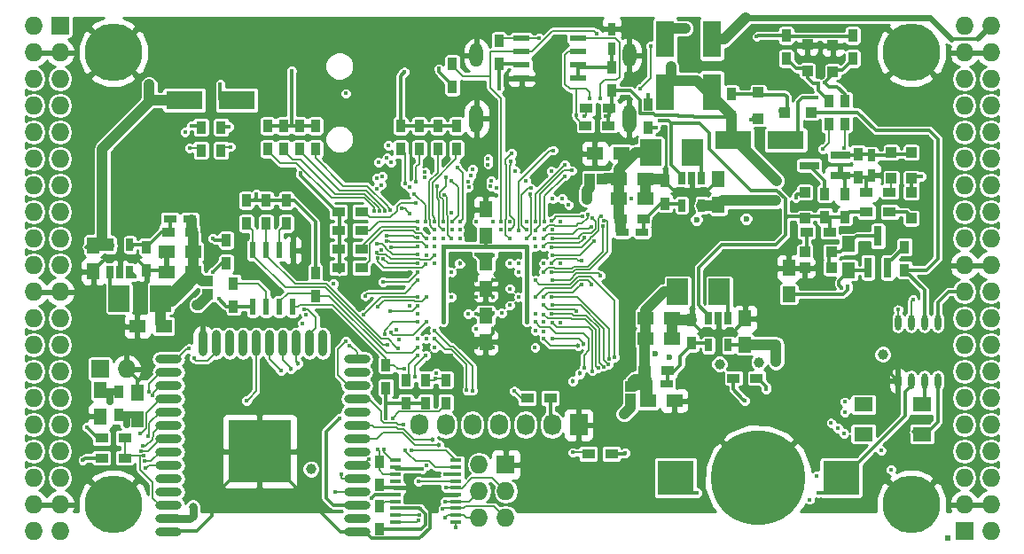
<source format=gbl>
G04 #@! TF.FileFunction,Copper,L4,Bot,Signal*
%FSLAX46Y46*%
G04 Gerber Fmt 4.6, Leading zero omitted, Abs format (unit mm)*
G04 Created by KiCad (PCBNEW 4.0.7+dfsg1-1) date Fri Nov 10 23:03:41 2017*
%MOMM*%
%LPD*%
G01*
G04 APERTURE LIST*
%ADD10C,0.100000*%
%ADD11R,0.500000X0.500000*%
%ADD12R,0.900000X1.200000*%
%ADD13R,1.000000X1.000000*%
%ADD14O,2.500000X0.900000*%
%ADD15O,0.900000X2.500000*%
%ADD16R,6.000000X6.000000*%
%ADD17R,1.800000X3.500000*%
%ADD18R,2.000000X2.500000*%
%ADD19R,0.700000X1.200000*%
%ADD20R,1.250000X1.500000*%
%ADD21R,1.500000X1.250000*%
%ADD22O,0.609600X1.473200*%
%ADD23R,0.800000X1.900000*%
%ADD24R,1.900000X0.800000*%
%ADD25R,1.200000X0.750000*%
%ADD26R,0.750000X1.200000*%
%ADD27R,1.200000X0.900000*%
%ADD28R,0.600000X1.550000*%
%ADD29R,1.550000X0.600000*%
%ADD30R,1.727200X1.727200*%
%ADD31O,1.727200X1.727200*%
%ADD32C,5.500000*%
%ADD33R,1.000000X0.400000*%
%ADD34R,1.727200X2.032000*%
%ADD35O,1.727200X2.032000*%
%ADD36O,1.300000X2.700000*%
%ADD37O,1.300000X2.300000*%
%ADD38R,1.800000X1.400000*%
%ADD39R,3.500000X1.800000*%
%ADD40R,3.500000X3.300000*%
%ADD41C,9.000000*%
%ADD42C,0.400000*%
%ADD43C,0.600000*%
%ADD44C,1.000000*%
%ADD45C,0.454000*%
%ADD46C,0.800000*%
%ADD47C,0.700000*%
%ADD48C,0.300000*%
%ADD49C,1.000000*%
%ADD50C,0.190000*%
%ADD51C,0.600000*%
%ADD52C,0.500000*%
%ADD53C,0.800000*%
%ADD54C,0.700000*%
%ADD55C,0.400000*%
%ADD56C,1.500000*%
%ADD57C,1.200000*%
%ADD58C,0.127000*%
%ADD59C,0.254000*%
G04 APERTURE END LIST*
D10*
D11*
X182675150Y-111637626D03*
D12*
X103498000Y-99858000D03*
X103498000Y-97658000D03*
D13*
X152393000Y-97142000D03*
X152393000Y-98342000D03*
D14*
X126260434Y-111030338D03*
X126260434Y-109760338D03*
X126260434Y-108490338D03*
X126260434Y-107220338D03*
X126260434Y-105950338D03*
X126260434Y-104680338D03*
X126260434Y-103410338D03*
X126260434Y-102140338D03*
X126260434Y-100870338D03*
X126260434Y-99600338D03*
X126260434Y-98330338D03*
X126260434Y-97060338D03*
X126260434Y-95790338D03*
X126260434Y-94520338D03*
D15*
X122975434Y-93030338D03*
X121705434Y-93030338D03*
X120435434Y-93030338D03*
X119165434Y-93030338D03*
X117895434Y-93030338D03*
X116625434Y-93030338D03*
X115355434Y-93030338D03*
X114085434Y-93030338D03*
X112815434Y-93030338D03*
X111545434Y-93030338D03*
D14*
X108260434Y-94520338D03*
X108260434Y-95790338D03*
X108260434Y-97060338D03*
X108260434Y-98330338D03*
X108260434Y-99600338D03*
X108260434Y-100870338D03*
X108260434Y-102140338D03*
X108260434Y-103410338D03*
X108260434Y-104680338D03*
X108260434Y-105950338D03*
X108260434Y-107220338D03*
X108260434Y-108490338D03*
X108260434Y-109760338D03*
X108260434Y-111030338D03*
D16*
X116960434Y-103330338D03*
D17*
X155695000Y-69000000D03*
X155695000Y-64000000D03*
D12*
X154044000Y-72426000D03*
X154044000Y-70226000D03*
D18*
X160870000Y-88090000D03*
X156870000Y-88090000D03*
D19*
X159825000Y-90600000D03*
X160775000Y-90600000D03*
X161725000Y-90600000D03*
X161725000Y-93200000D03*
X159825000Y-93200000D03*
D18*
X158330000Y-74755000D03*
X154330000Y-74755000D03*
D19*
X157285000Y-77235000D03*
X158235000Y-77235000D03*
X159185000Y-77235000D03*
X159185000Y-79835000D03*
X157285000Y-79835000D03*
D18*
X103530000Y-88725000D03*
X107530000Y-88725000D03*
D19*
X104575000Y-86215000D03*
X103625000Y-86215000D03*
X102675000Y-86215000D03*
X102675000Y-83615000D03*
X104575000Y-83615000D03*
D20*
X101085000Y-83665000D03*
X101085000Y-86165000D03*
D21*
X153810000Y-90630000D03*
X156310000Y-90630000D03*
X153810000Y-92535000D03*
X156310000Y-92535000D03*
D20*
X163315000Y-93150000D03*
X163315000Y-90650000D03*
D21*
X151270000Y-79200000D03*
X153770000Y-79200000D03*
X151270000Y-77295000D03*
X153770000Y-77295000D03*
D20*
X160775000Y-79815000D03*
X160775000Y-77315000D03*
D21*
X110590000Y-84280000D03*
X108090000Y-84280000D03*
X110590000Y-86185000D03*
X108090000Y-86185000D03*
D22*
X181730000Y-96599000D03*
X180460000Y-96599000D03*
X179190000Y-96599000D03*
X177920000Y-96599000D03*
X177920000Y-91011000D03*
X179190000Y-91011000D03*
X180460000Y-91011000D03*
X181730000Y-91011000D03*
D20*
X173221000Y-86038000D03*
X173221000Y-83538000D03*
D23*
X176965000Y-85780000D03*
X175065000Y-85780000D03*
X176015000Y-82780000D03*
D24*
X172435000Y-75075000D03*
X172435000Y-76975000D03*
X169435000Y-76025000D03*
D25*
X153910000Y-96910000D03*
X155810000Y-96910000D03*
X151570000Y-82375000D03*
X153470000Y-82375000D03*
X110290000Y-81105000D03*
X108390000Y-81105000D03*
D26*
X175380000Y-75075000D03*
X175380000Y-76975000D03*
D27*
X169200000Y-82375000D03*
X171400000Y-82375000D03*
D12*
X172840000Y-80935000D03*
X172840000Y-78735000D03*
D27*
X177115000Y-80470000D03*
X174915000Y-80470000D03*
D12*
X174110000Y-74925000D03*
X174110000Y-77125000D03*
X178555000Y-83815000D03*
X178555000Y-86015000D03*
X113785000Y-83180000D03*
X113785000Y-85380000D03*
X170935000Y-80935000D03*
X170935000Y-78735000D03*
X128390000Y-108580000D03*
X128390000Y-110780000D03*
D27*
X150572000Y-103584000D03*
X148372000Y-103584000D03*
X177115000Y-78565000D03*
X174915000Y-78565000D03*
X153760000Y-95640000D03*
X155960000Y-95640000D03*
X110440000Y-82375000D03*
X108240000Y-82375000D03*
X151420000Y-81105000D03*
X153620000Y-81105000D03*
D12*
X158235000Y-90800000D03*
X158235000Y-93000000D03*
X106165000Y-86015000D03*
X106165000Y-83815000D03*
X155695000Y-77465000D03*
X155695000Y-79665000D03*
D27*
X126696000Y-85804000D03*
X124496000Y-85804000D03*
X126696000Y-84026000D03*
X124496000Y-84026000D03*
X126696000Y-82248000D03*
X124496000Y-82248000D03*
X126696000Y-80470000D03*
X124496000Y-80470000D03*
D12*
X130422000Y-74458000D03*
X130422000Y-72258000D03*
X132200000Y-74458000D03*
X132200000Y-72258000D03*
X133978000Y-74458000D03*
X133978000Y-72258000D03*
X135756000Y-74458000D03*
X135756000Y-72258000D03*
D28*
X116325000Y-84120000D03*
X117595000Y-84120000D03*
X118865000Y-84120000D03*
X120135000Y-84120000D03*
X120135000Y-89520000D03*
X118865000Y-89520000D03*
X117595000Y-89520000D03*
X116325000Y-89520000D03*
D26*
X150589600Y-64910000D03*
X150589600Y-63010000D03*
D29*
X141980000Y-67705000D03*
X141980000Y-66435000D03*
X141980000Y-65165000D03*
X141980000Y-63895000D03*
X147380000Y-63895000D03*
X147380000Y-65165000D03*
X147380000Y-66435000D03*
X147380000Y-67705000D03*
D30*
X97910000Y-62690000D03*
D31*
X95370000Y-62690000D03*
X97910000Y-65230000D03*
X95370000Y-65230000D03*
X97910000Y-67770000D03*
X95370000Y-67770000D03*
X97910000Y-70310000D03*
X95370000Y-70310000D03*
X97910000Y-72850000D03*
X95370000Y-72850000D03*
X97910000Y-75390000D03*
X95370000Y-75390000D03*
X97910000Y-77930000D03*
X95370000Y-77930000D03*
X97910000Y-80470000D03*
X95370000Y-80470000D03*
X97910000Y-83010000D03*
X95370000Y-83010000D03*
X97910000Y-85550000D03*
X95370000Y-85550000D03*
X97910000Y-88090000D03*
X95370000Y-88090000D03*
X97910000Y-90630000D03*
X95370000Y-90630000D03*
X97910000Y-93170000D03*
X95370000Y-93170000D03*
X97910000Y-95710000D03*
X95370000Y-95710000D03*
X97910000Y-98250000D03*
X95370000Y-98250000D03*
X97910000Y-100790000D03*
X95370000Y-100790000D03*
X97910000Y-103330000D03*
X95370000Y-103330000D03*
X97910000Y-105870000D03*
X95370000Y-105870000D03*
X97910000Y-108410000D03*
X95370000Y-108410000D03*
X97910000Y-110950000D03*
X95370000Y-110950000D03*
D30*
X184270000Y-110950000D03*
D31*
X186810000Y-110950000D03*
X184270000Y-108410000D03*
X186810000Y-108410000D03*
X184270000Y-105870000D03*
X186810000Y-105870000D03*
X184270000Y-103330000D03*
X186810000Y-103330000D03*
X184270000Y-100790000D03*
X186810000Y-100790000D03*
X184270000Y-98250000D03*
X186810000Y-98250000D03*
X184270000Y-95710000D03*
X186810000Y-95710000D03*
X184270000Y-93170000D03*
X186810000Y-93170000D03*
X184270000Y-90630000D03*
X186810000Y-90630000D03*
X184270000Y-88090000D03*
X186810000Y-88090000D03*
X184270000Y-85550000D03*
X186810000Y-85550000D03*
X184270000Y-83010000D03*
X186810000Y-83010000D03*
X184270000Y-80470000D03*
X186810000Y-80470000D03*
X184270000Y-77930000D03*
X186810000Y-77930000D03*
X184270000Y-75390000D03*
X186810000Y-75390000D03*
X184270000Y-72850000D03*
X186810000Y-72850000D03*
X184270000Y-70310000D03*
X186810000Y-70310000D03*
X184270000Y-67770000D03*
X186810000Y-67770000D03*
X184270000Y-65230000D03*
X186810000Y-65230000D03*
X184270000Y-62690000D03*
X186810000Y-62690000D03*
D32*
X102990000Y-108410000D03*
X179190000Y-108410000D03*
X179190000Y-65230000D03*
X102990000Y-65230000D03*
D12*
X162045000Y-71410000D03*
X162045000Y-69210000D03*
X139820000Y-66330000D03*
X139820000Y-64130000D03*
X135375000Y-68532000D03*
X135375000Y-66332000D03*
X150615000Y-68870000D03*
X150615000Y-66670000D03*
D27*
X150275000Y-72215000D03*
X148075000Y-72215000D03*
X150380000Y-70600000D03*
X148180000Y-70600000D03*
D33*
X135735000Y-104215000D03*
X135735000Y-104865000D03*
X135735000Y-105515000D03*
X135735000Y-106165000D03*
X135735000Y-106815000D03*
X135735000Y-107465000D03*
X135735000Y-108115000D03*
X135735000Y-108765000D03*
X135735000Y-109415000D03*
X135735000Y-110065000D03*
X129935000Y-110065000D03*
X129935000Y-109415000D03*
X129935000Y-108765000D03*
X129935000Y-108115000D03*
X129935000Y-107465000D03*
X129935000Y-106815000D03*
X129935000Y-106165000D03*
X129935000Y-105515000D03*
X129935000Y-104865000D03*
X129935000Y-104215000D03*
D12*
X119500000Y-79370000D03*
X119500000Y-81570000D03*
X114480000Y-89500000D03*
X114480000Y-87300000D03*
X129025000Y-97275000D03*
X129025000Y-95075000D03*
X117595000Y-79370000D03*
X117595000Y-81570000D03*
X122280000Y-86300000D03*
X122280000Y-88500000D03*
X115690000Y-79370000D03*
X115690000Y-81570000D03*
D27*
X144730000Y-98250000D03*
X142530000Y-98250000D03*
D12*
X132835000Y-98715000D03*
X132835000Y-96515000D03*
X130930000Y-98715000D03*
X130930000Y-96515000D03*
D27*
X101890000Y-103965000D03*
X104090000Y-103965000D03*
D30*
X101720000Y-95456000D03*
D31*
X104260000Y-95456000D03*
D27*
X104090000Y-102060000D03*
X101890000Y-102060000D03*
D20*
X167506000Y-88324000D03*
X167506000Y-85824000D03*
D27*
X164415000Y-96345000D03*
X162215000Y-96345000D03*
D12*
X167252000Y-65822000D03*
X167252000Y-63622000D03*
D30*
X140455000Y-104600000D03*
D31*
X137915000Y-104600000D03*
X140455000Y-107140000D03*
X137915000Y-107140000D03*
X140455000Y-109680000D03*
X137915000Y-109680000D03*
D20*
X138550000Y-90396000D03*
X138550000Y-92896000D03*
X138550000Y-82736000D03*
X138550000Y-80236000D03*
X138550000Y-85316000D03*
X138550000Y-87816000D03*
X101720000Y-97508000D03*
X101720000Y-100008000D03*
D12*
X113277000Y-74585000D03*
X113277000Y-72385000D03*
X111372000Y-74585000D03*
X111372000Y-72385000D03*
X172840000Y-72045000D03*
X172840000Y-69845000D03*
X171316000Y-72045000D03*
X171316000Y-69845000D03*
D34*
X147440000Y-100790000D03*
D35*
X144900000Y-100790000D03*
X142360000Y-100790000D03*
X139820000Y-100790000D03*
X137280000Y-100790000D03*
X134740000Y-100790000D03*
X132200000Y-100790000D03*
D36*
X152280000Y-71550000D03*
X137680000Y-71550000D03*
D37*
X137680000Y-65500000D03*
X152280000Y-65500000D03*
D38*
X180212000Y-98882000D03*
X174612000Y-98882000D03*
X174612000Y-101682000D03*
X180212000Y-101682000D03*
D20*
X105276000Y-100262000D03*
X105276000Y-97762000D03*
D39*
X109761000Y-69802000D03*
X114761000Y-69802000D03*
X167212000Y-73612000D03*
X162212000Y-73612000D03*
D17*
X160140000Y-64000000D03*
X160140000Y-69000000D03*
D21*
X154064000Y-98504000D03*
X156564000Y-98504000D03*
X107796000Y-91392000D03*
X105296000Y-91392000D03*
X151484000Y-74882000D03*
X148984000Y-74882000D03*
D12*
X173602000Y-65822000D03*
X173602000Y-63622000D03*
X134740000Y-96515000D03*
X134740000Y-98715000D03*
D40*
X172485000Y-105870000D03*
X156685000Y-105870000D03*
D41*
X164585000Y-105870000D03*
D13*
X169284000Y-66988000D03*
X169284000Y-64488000D03*
X171697000Y-67081000D03*
X171697000Y-64581000D03*
X169050000Y-84280000D03*
X171550000Y-84280000D03*
X179190000Y-81085000D03*
X179190000Y-78585000D03*
X169030000Y-81085000D03*
X169030000Y-78585000D03*
X171550000Y-85804000D03*
X169050000Y-85804000D03*
X179190000Y-77275000D03*
X179190000Y-74775000D03*
X177285000Y-74775000D03*
X177285000Y-77275000D03*
X167145000Y-70945000D03*
X169645000Y-70945000D03*
X164585000Y-69060000D03*
X164585000Y-71560000D03*
X112007000Y-87109000D03*
X112007000Y-88309000D03*
X149691000Y-77295000D03*
X148491000Y-77295000D03*
D12*
X128390000Y-106546000D03*
X128390000Y-104346000D03*
X117722000Y-74458000D03*
X117722000Y-72258000D03*
X119246000Y-74458000D03*
X119246000Y-72258000D03*
X120770000Y-74458000D03*
X120770000Y-72258000D03*
X122294000Y-74458000D03*
X122294000Y-72258000D03*
D42*
X131278306Y-86213101D03*
X135281276Y-80583119D03*
X131279502Y-89407325D03*
X132880424Y-84590510D03*
X170309539Y-85441529D03*
X145698456Y-91073766D03*
D43*
X156262773Y-81349374D03*
X154657528Y-81463649D03*
D44*
X158233687Y-94760979D03*
D42*
X145672808Y-85396062D03*
X144103186Y-84622010D03*
X133216000Y-107465000D03*
X137680000Y-88600000D03*
X142480000Y-95000000D03*
X141680000Y-92600000D03*
X140836000Y-84534000D03*
X135284627Y-94985297D03*
X135288625Y-94225619D03*
X134455822Y-94267172D03*
X136095958Y-93369652D03*
D45*
X139264636Y-91615205D03*
D44*
X116880503Y-64802940D03*
X106974809Y-64953974D03*
X175210328Y-64948943D03*
X165417246Y-64954666D03*
D42*
X175495631Y-71457432D03*
X132810347Y-82177990D03*
X145680000Y-94177990D03*
X177285000Y-95710000D03*
D44*
X177229911Y-82281349D03*
D43*
X164741832Y-81130572D03*
X161067993Y-81216119D03*
D44*
X162992748Y-94820185D03*
D42*
X140880000Y-81400000D03*
X136085174Y-89394826D03*
X145680000Y-81400000D03*
X140874194Y-91433353D03*
X142480000Y-94200000D03*
X140880000Y-93400000D03*
X139280000Y-93400000D03*
X137680000Y-93400000D03*
X136880000Y-92600000D03*
X135280000Y-92600000D03*
X132880000Y-91800000D03*
X132880000Y-93400000D03*
D45*
X141042859Y-86994997D03*
X139280000Y-87000000D03*
X136110990Y-86995403D03*
X137680000Y-87000000D03*
X136080000Y-84600000D03*
X139280000Y-88600000D03*
D44*
X166343357Y-77477990D03*
D42*
X172564535Y-87722010D03*
D44*
X121861867Y-105030174D03*
D42*
X150030853Y-71331848D03*
X127656639Y-107816792D03*
D44*
X156235582Y-66548363D03*
X166248957Y-79408030D03*
X101932065Y-82585048D03*
X106417803Y-68312483D03*
X166280000Y-94800000D03*
X157600000Y-62944000D03*
D42*
X180137420Y-77069467D03*
X148271935Y-77777990D03*
D46*
X110593913Y-108636458D03*
D44*
X160884708Y-94994498D03*
D43*
X156077107Y-94326957D03*
X154726292Y-94009946D03*
D42*
X173137949Y-87594275D03*
D44*
X148202454Y-79278787D03*
D47*
X102710050Y-98594954D03*
D42*
X154794000Y-72426000D03*
X129005202Y-100174798D03*
X137659051Y-91638034D03*
X139820000Y-68665673D03*
X172834633Y-99599920D03*
X172879922Y-98618650D03*
X176305593Y-103279812D03*
X165349214Y-97422919D03*
X164433885Y-63737451D03*
X134079160Y-66786153D03*
X109828000Y-72830000D03*
X116654336Y-78777990D03*
D44*
X176474303Y-94069095D03*
D43*
X163422030Y-81120665D03*
X158680000Y-81210838D03*
D42*
X112515000Y-83010000D03*
X100080000Y-104200000D03*
X113080000Y-88800000D03*
D44*
X164653770Y-94825547D03*
D42*
X135273306Y-88618602D03*
X139272517Y-84611349D03*
X137680556Y-84534085D03*
X141680000Y-86200000D03*
X135280000Y-86200000D03*
X132880000Y-92600000D03*
X132080000Y-92600000D03*
X141680000Y-88600000D03*
X141680000Y-85400000D03*
D44*
X151758000Y-99774000D03*
D42*
X136885174Y-90194826D03*
X140094890Y-90122990D03*
X139280000Y-90122990D03*
X140880000Y-89400000D03*
X137680000Y-90172990D03*
X140880000Y-87800000D03*
X140880000Y-85400000D03*
D45*
X136080000Y-85400000D03*
D42*
X121401947Y-90251871D03*
X129988160Y-91721995D03*
X130302262Y-92700329D03*
X121041200Y-91125073D03*
D44*
X110991000Y-89360000D03*
D42*
X142480000Y-91000000D03*
X142480000Y-83800000D03*
X134480000Y-83800000D03*
X134480000Y-91000000D03*
X125193541Y-69156848D03*
X105037711Y-86632990D03*
X155149360Y-71764535D03*
X170182962Y-69571012D03*
X170362901Y-107286196D03*
X158716651Y-107325176D03*
X137295592Y-97538017D03*
X134750646Y-106810513D03*
X133680000Y-91800000D03*
D45*
X134074414Y-102752225D03*
D42*
X136740903Y-97514503D03*
X134675868Y-108131585D03*
D45*
X133449289Y-102232615D03*
D42*
X133680000Y-92600000D03*
X133685482Y-93402296D03*
X127358154Y-104128048D03*
X132936956Y-104698915D03*
X134463998Y-108841973D03*
X130692380Y-100790000D03*
X131808905Y-96227367D03*
X134636872Y-109719950D03*
X132846234Y-94197073D03*
X120834553Y-76779094D03*
X130761990Y-67119621D03*
X147186000Y-71200000D03*
X148477832Y-69619684D03*
X147983153Y-71347080D03*
X149475951Y-69619684D03*
X177926984Y-89812061D03*
X154329326Y-64643767D03*
X152497066Y-79193467D03*
X146481406Y-79819384D03*
X153322343Y-68673419D03*
X143650666Y-63862520D03*
X179351513Y-88868327D03*
X149134122Y-63424051D03*
X140035989Y-81400000D03*
X132083026Y-86260405D03*
X128776655Y-87135140D03*
X115729998Y-98493136D03*
X119008515Y-95662939D03*
D45*
X119978162Y-95412951D03*
X120634035Y-94977604D03*
D42*
X113212238Y-68244401D03*
X144962492Y-79235378D03*
X145834002Y-79198109D03*
X131453853Y-103260518D03*
X149771692Y-81825658D03*
X144080000Y-86200000D03*
X149520824Y-86534121D03*
X144894316Y-86977564D03*
X144873936Y-83860397D03*
X149549750Y-80868432D03*
D45*
X147355672Y-93219294D03*
D42*
X144113248Y-92588762D03*
X144875155Y-86218896D03*
X149846468Y-81303978D03*
X144916886Y-83016385D03*
X148719886Y-81056015D03*
D45*
X147915304Y-93063131D03*
D42*
X144882352Y-92577990D03*
X148747982Y-95669626D03*
X144891634Y-91073766D03*
X149795895Y-95251084D03*
X144867244Y-90229755D03*
X150278898Y-95040253D03*
X144892596Y-89385743D03*
X150345974Y-94517527D03*
X144877648Y-88622010D03*
X150889207Y-94332565D03*
X143280000Y-87000000D03*
X130807074Y-95454141D03*
X130171404Y-93544341D03*
X132080000Y-93400000D03*
X129196652Y-93209125D03*
X133852393Y-95875797D03*
X141280000Y-97600000D03*
X133762848Y-96395146D03*
X132080000Y-94200000D03*
X128606250Y-84075792D03*
X105895603Y-103765816D03*
X132075624Y-89410644D03*
X129449238Y-89926948D03*
X130839486Y-103260518D03*
X128806823Y-103185900D03*
X128251440Y-89564206D03*
X132162861Y-106185868D03*
X132880000Y-88600000D03*
X127040053Y-88481065D03*
X124741825Y-105494691D03*
X132080000Y-87000000D03*
X125499542Y-93250681D03*
X124202418Y-107207639D03*
X110313517Y-74380698D03*
X132146108Y-109940263D03*
X114166000Y-74247000D03*
X132189000Y-109415000D03*
X135360607Y-81398832D03*
X135280062Y-77463305D03*
X134516595Y-81406751D03*
X134758050Y-77130140D03*
X132761172Y-77202673D03*
X132737245Y-76676207D03*
X128644933Y-77050030D03*
X128152012Y-77241956D03*
X128125571Y-78233647D03*
X110718734Y-94451783D03*
X128590544Y-77894041D03*
X110249038Y-93533767D03*
X106368514Y-97613395D03*
X131253134Y-78134216D03*
X132783337Y-81400005D03*
X106741168Y-98035405D03*
X131709326Y-78745875D03*
X132081314Y-82947358D03*
X129127994Y-82782061D03*
X105572759Y-101661319D03*
X129055959Y-83304126D03*
X132886504Y-83790510D03*
X106281049Y-101893466D03*
X132083682Y-83791369D03*
X129521181Y-83853729D03*
X105813763Y-102819336D03*
X132062099Y-84572382D03*
X128165458Y-83528763D03*
X105627254Y-103312241D03*
X128184156Y-84391351D03*
X105992720Y-104283802D03*
X133671942Y-84595200D03*
X128258561Y-84913084D03*
X132845205Y-85455557D03*
X106088753Y-104974041D03*
D45*
X146862501Y-96617499D03*
X147534467Y-95913260D03*
D42*
X147927932Y-95329243D03*
X143280000Y-91000000D03*
X149284391Y-95377990D03*
X144077013Y-90266968D03*
X147207648Y-89973043D03*
X144076240Y-89395301D03*
X143281824Y-90201951D03*
X144102010Y-85397219D03*
X147687522Y-85093328D03*
X144868096Y-85371354D03*
X148610669Y-81900026D03*
X144102010Y-83000000D03*
X144888125Y-82172374D03*
X147695541Y-87377990D03*
X144082832Y-88584510D03*
X148688598Y-87378077D03*
X143278026Y-88595030D03*
X144125486Y-82186468D03*
X148298275Y-80739810D03*
X144876540Y-81328363D03*
X147802234Y-80917812D03*
X139280000Y-81400000D03*
X139578623Y-78205862D03*
X139034115Y-78040948D03*
X139046749Y-77514088D03*
X138775679Y-75942989D03*
X138779198Y-75400762D03*
X137680000Y-81400000D03*
X137308732Y-76415018D03*
X137106948Y-76979922D03*
X136859538Y-77550820D03*
X136922059Y-78097889D03*
X136141618Y-81385046D03*
X135830698Y-76200613D03*
X148878722Y-83261032D03*
X144915665Y-84598743D03*
X148001372Y-82958777D03*
X144103186Y-83777990D03*
X142841210Y-78784254D03*
X142473549Y-82998913D03*
X142437464Y-82181475D03*
X142911762Y-78217369D03*
X144144931Y-81387081D03*
X146080163Y-77044970D03*
X144797106Y-76565342D03*
X143281475Y-82206074D03*
X146778972Y-76522403D03*
X143300920Y-81377293D03*
X146080000Y-76000000D03*
X141662690Y-82207782D03*
X145017056Y-74592808D03*
X142456909Y-81405800D03*
X140030954Y-82200000D03*
X141342967Y-76554996D03*
X141046643Y-74873804D03*
X140864029Y-83041403D03*
X140874966Y-82177164D03*
X140980062Y-75681941D03*
X132880000Y-83009490D03*
X132080007Y-82103333D03*
X132080000Y-81400000D03*
X131847310Y-79589886D03*
X130856828Y-77786820D03*
X131923295Y-77584853D03*
X133648389Y-82190597D03*
X133672584Y-81414685D03*
X129477855Y-92000822D03*
X132880000Y-91000000D03*
X128879646Y-92111037D03*
X132077648Y-90977990D03*
X131275302Y-80595752D03*
X130489904Y-80167235D03*
X132073622Y-85416393D03*
X128785565Y-84928838D03*
X134476508Y-82180155D03*
X133942383Y-77980766D03*
X163908850Y-71651861D03*
X135656559Y-110610712D03*
X132448438Y-104994496D03*
X146844288Y-103452739D03*
X134707351Y-105508447D03*
X132280000Y-108800000D03*
D47*
X104260000Y-100790000D03*
D42*
X112515000Y-86185000D03*
X169506589Y-107953726D03*
X163277422Y-98501717D03*
X170157734Y-105666345D03*
X170735900Y-74464979D03*
X143257990Y-83000000D03*
X168166438Y-79108038D03*
X151896383Y-103510715D03*
X114039000Y-72342000D03*
X110483000Y-72215000D03*
X143269694Y-93414905D03*
X177274002Y-105079115D03*
X172761273Y-101651681D03*
X143280000Y-91800000D03*
X172193360Y-101105663D03*
X144064831Y-91877646D03*
X171540304Y-100645743D03*
X144080000Y-91000000D03*
X154044000Y-69294000D03*
X128349062Y-75753924D03*
X134613000Y-78819000D03*
X135280000Y-83022010D03*
X135320520Y-82196441D03*
X129493343Y-75737814D03*
X136080000Y-82200000D03*
X129125079Y-75315804D03*
X136080000Y-83000000D03*
X129252218Y-74142461D03*
X142393877Y-77513877D03*
X172746637Y-74347988D03*
X143280000Y-83800000D03*
X170300000Y-68151000D03*
X170950000Y-68125562D03*
X125167387Y-92841517D03*
X121206217Y-89762554D03*
X132082956Y-90210779D03*
X182675150Y-111637626D03*
X124027706Y-87347706D03*
X124027707Y-87347707D03*
X166678914Y-70803555D03*
X129660000Y-100155000D03*
X124580000Y-100155000D03*
X132084049Y-88558274D03*
X126880008Y-90276109D03*
X128280000Y-103200000D03*
X100450000Y-101044000D03*
X120008000Y-67008000D03*
X127889625Y-80407426D03*
X133680000Y-85400000D03*
X128416582Y-80399850D03*
X133680000Y-83800000D03*
X128943593Y-80399729D03*
X133680000Y-83000000D03*
X129457990Y-80285112D03*
X134480000Y-83000000D03*
D48*
X108260434Y-111030338D02*
X109060434Y-111030338D01*
X109060434Y-111030338D02*
X109140772Y-110950000D01*
X110957617Y-110950000D02*
X112380000Y-109527617D01*
X109140772Y-110950000D02*
X110957617Y-110950000D01*
X112380000Y-109527617D02*
X112380000Y-107854384D01*
X112380000Y-107854384D02*
X116904046Y-103330338D01*
X116904046Y-103330338D02*
X116960434Y-103330338D01*
X167506000Y-85824000D02*
X169927068Y-85824000D01*
X169927068Y-85824000D02*
X170109540Y-85641528D01*
X170109540Y-85641528D02*
X170309539Y-85441529D01*
X104260000Y-95456000D02*
X105276000Y-96472000D01*
X105276000Y-96472000D02*
X105276000Y-97762000D01*
X132254999Y-111657001D02*
X133216000Y-110696000D01*
X133216000Y-110696000D02*
X133216000Y-107465000D01*
X126260434Y-111030338D02*
X127060434Y-111030338D01*
X127060434Y-111030338D02*
X127687097Y-111657001D01*
X127687097Y-111657001D02*
X132254999Y-111657001D01*
X133216000Y-107465000D02*
X132214478Y-107465000D01*
X135735000Y-107465000D02*
X133216000Y-107465000D01*
X132214478Y-107465000D02*
X131572496Y-106823018D01*
X131572496Y-106823018D02*
X129919874Y-106823018D01*
X126260434Y-111030338D02*
X124660659Y-111030338D01*
X124660659Y-111030338D02*
X116960659Y-103330338D01*
X116960659Y-103330338D02*
X116960434Y-103330338D01*
X129935000Y-106815000D02*
X128659000Y-106815000D01*
X128659000Y-106815000D02*
X128390000Y-106546000D01*
X128390000Y-106546000D02*
X128558000Y-106546000D01*
X136126306Y-93400000D02*
X136095958Y-93369652D01*
X136880000Y-92600000D02*
X136110348Y-93369652D01*
X136049652Y-93369652D02*
X136095958Y-93369652D01*
X137680000Y-93400000D02*
X136126306Y-93400000D01*
X135280000Y-92600000D02*
X136049652Y-93369652D01*
X136110348Y-93369652D02*
X136095958Y-93369652D01*
X139264636Y-92054364D02*
X139264636Y-91936231D01*
X139264636Y-91936231D02*
X139264636Y-91615205D01*
X138550000Y-92769000D02*
X139264636Y-92054364D01*
X136880000Y-92600000D02*
X137680000Y-93400000D01*
X136880000Y-92600000D02*
X138381000Y-92600000D01*
X138381000Y-92600000D02*
X138550000Y-92769000D01*
X135280000Y-92600000D02*
X136880000Y-92600000D01*
X138550000Y-92769000D02*
X138649000Y-92769000D01*
X138649000Y-92769000D02*
X139280000Y-93400000D01*
X138550000Y-92769000D02*
X138311000Y-92769000D01*
X138311000Y-92769000D02*
X137680000Y-93400000D01*
X175042385Y-64781000D02*
X175210328Y-64948943D01*
X171697000Y-64781000D02*
X175042385Y-64781000D01*
X165683912Y-64688000D02*
X165417246Y-64954666D01*
X169284000Y-64688000D02*
X165683912Y-64688000D01*
X169284000Y-64688000D02*
X171604000Y-64688000D01*
X171604000Y-64688000D02*
X171697000Y-64781000D01*
X177285000Y-95710000D02*
X177285000Y-95964000D01*
X177285000Y-95964000D02*
X177920000Y-96599000D01*
X102210000Y-84915000D02*
X103625000Y-84915000D01*
X103625000Y-84915000D02*
X105215000Y-84915000D01*
X103625000Y-86215000D02*
X103625000Y-84915000D01*
X105215000Y-84915000D02*
X106165000Y-85865000D01*
X106165000Y-85865000D02*
X106165000Y-86015000D01*
X101085000Y-86165000D02*
X101085000Y-86040000D01*
X101085000Y-86040000D02*
X102210000Y-84915000D01*
X106165000Y-86015000D02*
X107920000Y-86015000D01*
X107920000Y-86015000D02*
X108090000Y-86185000D01*
D49*
X153770000Y-77295000D02*
X155525000Y-77295000D01*
D48*
X155525000Y-77295000D02*
X155695000Y-77465000D01*
D49*
X153770000Y-79200000D02*
X153770000Y-77295000D01*
D48*
X174110000Y-77125000D02*
X174745000Y-77125000D01*
X174745000Y-77125000D02*
X175230000Y-77125000D01*
X174915000Y-78565000D02*
X174915000Y-77295000D01*
X174915000Y-77295000D02*
X174745000Y-77125000D01*
X172840000Y-78735000D02*
X172840000Y-77380000D01*
X172840000Y-77380000D02*
X172435000Y-76975000D01*
X175230000Y-77125000D02*
X175380000Y-76975000D01*
X172435000Y-76975000D02*
X173960000Y-76975000D01*
X173960000Y-76975000D02*
X174110000Y-77125000D01*
X137680000Y-86200000D02*
X137680000Y-86600000D01*
X136080000Y-84600000D02*
X137680000Y-86200000D01*
X159850000Y-78365000D02*
X158235000Y-78365000D01*
X158235000Y-78365000D02*
X156445000Y-78365000D01*
X158235000Y-77235000D02*
X158235000Y-78365000D01*
X160775000Y-77315000D02*
X160775000Y-77440000D01*
X160775000Y-77440000D02*
X159850000Y-78365000D01*
X156445000Y-78365000D02*
X155695000Y-77615000D01*
X155695000Y-77615000D02*
X155695000Y-77465000D01*
D49*
X156310000Y-90630000D02*
X156310000Y-92535000D01*
X158235000Y-90800000D02*
X156480000Y-90800000D01*
D48*
X156480000Y-90800000D02*
X156310000Y-90630000D01*
X163315000Y-90650000D02*
X163315000Y-90834602D01*
X163315000Y-90834602D02*
X162249602Y-91900000D01*
X162249602Y-91900000D02*
X160775000Y-91900000D01*
X101085000Y-86165000D02*
X101085000Y-85929893D01*
X106165000Y-85944374D02*
X106165000Y-86015000D01*
X159185000Y-91900000D02*
X160775000Y-91900000D01*
X160775000Y-90600000D02*
X160775000Y-91900000D01*
X158235000Y-90800000D02*
X158235000Y-90950000D01*
X158235000Y-90950000D02*
X159185000Y-91900000D01*
X108090000Y-84280000D02*
X108090000Y-86185000D01*
X107625000Y-84745000D02*
X108090000Y-84280000D01*
X108070000Y-84260000D02*
X108090000Y-84280000D01*
X141037856Y-87000000D02*
X141042859Y-86994997D01*
X139280000Y-87000000D02*
X141037856Y-87000000D01*
X136432016Y-86995403D02*
X136110990Y-86995403D01*
X137284597Y-86995403D02*
X136432016Y-86995403D01*
X137680000Y-86600000D02*
X137284597Y-86995403D01*
X137680000Y-86600000D02*
X137680000Y-87000000D01*
D50*
X138029000Y-66332000D02*
X138115000Y-66246000D01*
D49*
X162045000Y-71410000D02*
X162045000Y-73179633D01*
X162045000Y-73179633D02*
X165843358Y-76977991D01*
X165843358Y-76977991D02*
X166343357Y-77477990D01*
D48*
X101085000Y-83665000D02*
X101684316Y-83665000D01*
X101684316Y-83665000D02*
X101913492Y-83435824D01*
D49*
X101913492Y-83435824D02*
X101913492Y-82603621D01*
D48*
X101913492Y-82603621D02*
X101932065Y-82585048D01*
X172296000Y-87453475D02*
X172364536Y-87522011D01*
X172364536Y-87522011D02*
X172564535Y-87722010D01*
X172296000Y-87088000D02*
X172296000Y-87453475D01*
X173221000Y-86038000D02*
X173221000Y-86163000D01*
X173221000Y-86163000D02*
X172296000Y-87088000D01*
X162045000Y-71410000D02*
X158501963Y-71410000D01*
X158501963Y-71410000D02*
X158407951Y-71315988D01*
X158407951Y-71315988D02*
X156965000Y-71315988D01*
X156965000Y-71315988D02*
X156924522Y-71275510D01*
X156924522Y-71275510D02*
X154741030Y-71275510D01*
X153316999Y-71047601D02*
X153316999Y-69786999D01*
X154741030Y-71275510D02*
X154568521Y-71103001D01*
X154568521Y-71103001D02*
X153372399Y-71103001D01*
X153372399Y-71103001D02*
X153316999Y-71047601D01*
X152400000Y-68870000D02*
X151365000Y-68870000D01*
X153316999Y-69786999D02*
X152400000Y-68870000D01*
X151365000Y-68870000D02*
X150615000Y-68870000D01*
X150275000Y-71465000D02*
X150380000Y-71360000D01*
X150380000Y-71360000D02*
X150380000Y-70600000D01*
X150615000Y-70935000D02*
X150615000Y-69995990D01*
X150615000Y-69995990D02*
X150615000Y-68870000D01*
X150313695Y-71331848D02*
X150030853Y-71331848D01*
X150141848Y-71331848D02*
X150030853Y-71331848D01*
X150275000Y-71465000D02*
X150141848Y-71331848D01*
X150275000Y-72215000D02*
X150275000Y-71465000D01*
X128008431Y-107465000D02*
X127856638Y-107616793D01*
X127856638Y-107616793D02*
X127656639Y-107816792D01*
X129935000Y-107465000D02*
X128008431Y-107465000D01*
X160140000Y-69000000D02*
X160140000Y-69850000D01*
X160140000Y-69850000D02*
X161700000Y-71410000D01*
D49*
X156235582Y-67716832D02*
X156235582Y-66548363D01*
X158681338Y-67896338D02*
X156415088Y-67896338D01*
X156415088Y-67896338D02*
X156235582Y-67716832D01*
D48*
X156235582Y-66578582D02*
X156235582Y-66548363D01*
D49*
X160790000Y-79800000D02*
X161181970Y-79408030D01*
X161181970Y-79408030D02*
X165541851Y-79408030D01*
X165541851Y-79408030D02*
X166248957Y-79408030D01*
X101932065Y-81877942D02*
X101932065Y-82585048D01*
X101932065Y-74415935D02*
X101932065Y-81877942D01*
X106407114Y-69940886D02*
X101932065Y-74415935D01*
X106417803Y-69019589D02*
X106417803Y-68312483D01*
X106417803Y-69930197D02*
X106417803Y-69019589D01*
X106407114Y-69940886D02*
X106417803Y-69930197D01*
X166280000Y-93150000D02*
X166280000Y-94800000D01*
D48*
X110610000Y-69548000D02*
X110610000Y-69802000D01*
D49*
X109975000Y-69802000D02*
X106546000Y-69802000D01*
X106546000Y-69802000D02*
X106419000Y-69929000D01*
X106419000Y-69929000D02*
X106407114Y-69940886D01*
D48*
X106419000Y-69675000D02*
X106419000Y-69929000D01*
X100572432Y-83665000D02*
X100424079Y-83813353D01*
X101085000Y-83665000D02*
X100572432Y-83665000D01*
X160790000Y-79800000D02*
X160775000Y-79815000D01*
D49*
X163315000Y-93150000D02*
X166280000Y-93150000D01*
D48*
X160775000Y-79940000D02*
X160775000Y-79815000D01*
X164925000Y-93150000D02*
X164240000Y-93150000D01*
X164240000Y-93150000D02*
X163315000Y-93150000D01*
X101085000Y-83665000D02*
X101085000Y-83790000D01*
D49*
X159185000Y-79835000D02*
X160755000Y-79835000D01*
D48*
X160755000Y-79835000D02*
X160775000Y-79815000D01*
X161725000Y-93200000D02*
X163265000Y-93200000D01*
X163265000Y-93200000D02*
X163315000Y-93150000D01*
X173221000Y-86038000D02*
X174807000Y-86038000D01*
X174807000Y-86038000D02*
X175065000Y-85780000D01*
D49*
X101085000Y-83665000D02*
X102625000Y-83665000D01*
D48*
X102625000Y-83665000D02*
X102675000Y-83615000D01*
X161700000Y-71410000D02*
X162045000Y-71410000D01*
D49*
X162045000Y-71410000D02*
X162045000Y-71260000D01*
X162045000Y-71260000D02*
X158681338Y-67896338D01*
D48*
X162045000Y-71753000D02*
X162045000Y-71410000D01*
X155695000Y-64000000D02*
X155695000Y-63368337D01*
X155695000Y-63368337D02*
X156119337Y-62944000D01*
D49*
X156119337Y-62944000D02*
X157600000Y-62944000D01*
X160140000Y-64000000D02*
X161340000Y-64000000D01*
X161340000Y-64000000D02*
X163399217Y-61940783D01*
D51*
X163399217Y-61940783D02*
X180980783Y-61940783D01*
D52*
X185540000Y-63960000D02*
X186810000Y-62690000D01*
D51*
X180980783Y-61940783D02*
X183000000Y-63960000D01*
D48*
X183000000Y-63960000D02*
X185540000Y-63960000D01*
X179854578Y-77069467D02*
X180137420Y-77069467D01*
X179195533Y-77069467D02*
X179854578Y-77069467D01*
X179190000Y-77075000D02*
X179195533Y-77069467D01*
X179190000Y-78585000D02*
X179190000Y-77275000D01*
X148471934Y-77577991D02*
X148271935Y-77777990D01*
X148491000Y-77295000D02*
X148491000Y-77558925D01*
X148491000Y-77558925D02*
X148471934Y-77577991D01*
X148202000Y-78022023D02*
X148271935Y-77952088D01*
X148271935Y-77952088D02*
X148271935Y-77777990D01*
X129025000Y-97275000D02*
X129025000Y-98800000D01*
X129025000Y-98800000D02*
X129025000Y-100155000D01*
X130930000Y-98715000D02*
X129110000Y-98715000D01*
X129110000Y-98715000D02*
X129025000Y-98800000D01*
D53*
X110593913Y-109202143D02*
X110593913Y-108636458D01*
X110593913Y-109476859D02*
X110593913Y-109202143D01*
X110310434Y-109760338D02*
X110593913Y-109476859D01*
X108260434Y-109760338D02*
X110310434Y-109760338D01*
D48*
X167506000Y-88324000D02*
X172691066Y-88324000D01*
X172691066Y-88324000D02*
X173137949Y-87877117D01*
X173137949Y-87877117D02*
X173137949Y-87594275D01*
D49*
X148202454Y-78413536D02*
X148202454Y-78571681D01*
X148202000Y-78413082D02*
X148202454Y-78413536D01*
X148202454Y-78571681D02*
X148202454Y-79278787D01*
D54*
X102710050Y-97683950D02*
X102710050Y-98099980D01*
X102736000Y-97658000D02*
X102710050Y-97683950D01*
X102710050Y-98099980D02*
X102710050Y-98594954D01*
X102736000Y-97658000D02*
X101870000Y-97658000D01*
X103498000Y-97658000D02*
X102736000Y-97658000D01*
D48*
X101870000Y-97658000D02*
X101720000Y-97508000D01*
X148202000Y-78413082D02*
X148491000Y-78124082D01*
D49*
X148491000Y-78124082D02*
X148491000Y-77295000D01*
X148202000Y-78413082D02*
X148439744Y-78175338D01*
D48*
X154806000Y-72438000D02*
X154794000Y-72426000D01*
X154044000Y-72426000D02*
X154794000Y-72426000D01*
X129025000Y-100155000D02*
X129005202Y-100174798D01*
X129025000Y-97275000D02*
X129025000Y-98175000D01*
X132835000Y-98715000D02*
X130930000Y-98715000D01*
X173602000Y-63706000D02*
X167336000Y-63706000D01*
X167336000Y-63706000D02*
X167252000Y-63622000D01*
X167252000Y-63622000D02*
X164549336Y-63622000D01*
X164549336Y-63622000D02*
X164433885Y-63737451D01*
X138550000Y-85042000D02*
X138188471Y-85042000D01*
X138188471Y-85042000D02*
X137680556Y-84534085D01*
X138550000Y-85042000D02*
X138841866Y-85042000D01*
X138841866Y-85042000D02*
X139272517Y-84611349D01*
X137680556Y-84534085D02*
X139195253Y-84534085D01*
X139195253Y-84534085D02*
X139272517Y-84611349D01*
X139820000Y-66330000D02*
X139820000Y-68665673D01*
X165349214Y-97129214D02*
X165349214Y-97422919D01*
X164565000Y-96345000D02*
X165349214Y-97129214D01*
X164415000Y-96345000D02*
X164565000Y-96345000D01*
X134079160Y-67068995D02*
X134079160Y-66786153D01*
X134079160Y-67086160D02*
X134079160Y-67068995D01*
X135375000Y-68382000D02*
X134079160Y-67086160D01*
X135375000Y-68532000D02*
X135375000Y-68382000D01*
X116654336Y-79155664D02*
X116654336Y-79060832D01*
X115690000Y-79370000D02*
X116440000Y-79370000D01*
X116440000Y-79370000D02*
X116654336Y-79155664D01*
X116654336Y-79060832D02*
X116654336Y-78777990D01*
X181730000Y-89106000D02*
X182746000Y-88090000D01*
X182746000Y-88090000D02*
X184270000Y-88090000D01*
X181730000Y-91011000D02*
X181730000Y-89106000D01*
X144730000Y-98250000D02*
X144730000Y-99266000D01*
X144730000Y-99266000D02*
X144730000Y-99400000D01*
X144730000Y-99400000D02*
X144730000Y-100620000D01*
X113785000Y-83180000D02*
X112685000Y-83180000D01*
X112685000Y-83180000D02*
X112515000Y-83010000D01*
X122280000Y-86300000D02*
X122280000Y-81400000D01*
X122280000Y-81400000D02*
X120250000Y-79370000D01*
X120250000Y-79370000D02*
X119500000Y-79370000D01*
X100315000Y-103965000D02*
X100080000Y-104200000D01*
X101890000Y-103965000D02*
X100315000Y-103965000D01*
X117595000Y-79370000D02*
X119500000Y-79370000D01*
X115690000Y-79370000D02*
X117595000Y-79370000D01*
X114480000Y-89500000D02*
X113780000Y-89500000D01*
X113780000Y-89500000D02*
X113080000Y-88800000D01*
X114480000Y-89500000D02*
X116305000Y-89500000D01*
X116305000Y-89500000D02*
X116325000Y-89520000D01*
X144900000Y-98250000D02*
X144730000Y-98250000D01*
X144730000Y-100620000D02*
X144900000Y-100790000D01*
X139820000Y-66330000D02*
X141875000Y-66330000D01*
X141875000Y-66330000D02*
X141980000Y-66435000D01*
D49*
X152393000Y-98392000D02*
X152393000Y-99139000D01*
X152393000Y-99139000D02*
X151758000Y-99774000D01*
D48*
X138550000Y-90269000D02*
X137776010Y-90269000D01*
X137776010Y-90269000D02*
X137680000Y-90172990D01*
X138550000Y-90269000D02*
X139133990Y-90269000D01*
X139133990Y-90269000D02*
X139280000Y-90122990D01*
X156010000Y-95710000D02*
X156524914Y-95710000D01*
X156524914Y-95710000D02*
X157145126Y-95089788D01*
X157145126Y-95089788D02*
X157145126Y-94239874D01*
X157145126Y-94239874D02*
X158235000Y-93150000D01*
X158235000Y-93150000D02*
X158235000Y-93000000D01*
X155960000Y-95640000D02*
X155960000Y-96760000D01*
X155960000Y-96760000D02*
X155810000Y-96910000D01*
X158235000Y-93000000D02*
X159625000Y-93000000D01*
X159625000Y-93000000D02*
X159825000Y-93200000D01*
D49*
X112007000Y-88471000D02*
X111118000Y-89360000D01*
X111118000Y-89360000D02*
X110991000Y-89360000D01*
D48*
X112007000Y-88359000D02*
X112007000Y-88471000D01*
D55*
X137480000Y-83800000D02*
X138550000Y-83800000D01*
X138550000Y-83800000D02*
X142480000Y-83800000D01*
D48*
X138550000Y-83298000D02*
X138550000Y-83800000D01*
D55*
X134480000Y-83800000D02*
X137480000Y-83800000D01*
X142480000Y-83800000D02*
X142480000Y-91000000D01*
X134480000Y-91000000D02*
X134480000Y-83800000D01*
D48*
X167183550Y-81105000D02*
X167183550Y-82681450D01*
X166265000Y-83600000D02*
X161080000Y-83600000D01*
X167183550Y-82681450D02*
X166265000Y-83600000D01*
X161080000Y-83600000D02*
X158880000Y-85800000D01*
X158880000Y-85800000D02*
X158880000Y-89400000D01*
X158880000Y-89400000D02*
X159825000Y-90345000D01*
X159825000Y-90345000D02*
X159825000Y-90600000D01*
X156280000Y-72000000D02*
X159003987Y-72000000D01*
X159003987Y-72000000D02*
X159926293Y-72922306D01*
X159926293Y-72922306D02*
X159926293Y-74478638D01*
X159926293Y-74478638D02*
X163850815Y-78403160D01*
X167183550Y-79228973D02*
X167183550Y-81105000D01*
X163850815Y-78403160D02*
X166357737Y-78403160D01*
X166357737Y-78403160D02*
X167183550Y-79228973D01*
X104619721Y-86215000D02*
X104837712Y-86432991D01*
X104575000Y-86215000D02*
X104619721Y-86215000D01*
X104837712Y-86432991D02*
X105037711Y-86632990D01*
X156280000Y-72000000D02*
X156044535Y-71764535D01*
X156044535Y-71764535D02*
X155432202Y-71764535D01*
X155432202Y-71764535D02*
X155149360Y-71764535D01*
X169030000Y-80885000D02*
X167403550Y-80885000D01*
X167403550Y-80885000D02*
X167183550Y-81105000D01*
X156280000Y-75980000D02*
X156280000Y-72000000D01*
X157285000Y-77235000D02*
X157285000Y-76985000D01*
X157285000Y-76985000D02*
X156280000Y-75980000D01*
X168980000Y-80885000D02*
X169030000Y-80885000D01*
X169030000Y-80885000D02*
X170885000Y-80885000D01*
X170885000Y-80885000D02*
X170935000Y-80935000D01*
X170935000Y-80935000D02*
X171570000Y-80935000D01*
X171570000Y-80935000D02*
X172840000Y-80935000D01*
X171400000Y-82375000D02*
X171400000Y-81105000D01*
X171400000Y-81105000D02*
X171570000Y-80935000D01*
X174915000Y-80470000D02*
X173305000Y-80470000D01*
X173305000Y-80470000D02*
X172840000Y-80935000D01*
X155210000Y-79665000D02*
X155695000Y-79665000D01*
X153620000Y-81105000D02*
X153770000Y-81105000D01*
X153770000Y-81105000D02*
X155210000Y-79665000D01*
X153620000Y-81105000D02*
X153620000Y-82225000D01*
X153620000Y-82225000D02*
X153470000Y-82375000D01*
X155695000Y-79665000D02*
X157115000Y-79665000D01*
X157115000Y-79665000D02*
X157285000Y-79835000D01*
X155525000Y-79835000D02*
X155695000Y-79665000D01*
X108240000Y-82375000D02*
X107605000Y-82375000D01*
X107605000Y-82375000D02*
X106165000Y-83815000D01*
X104575000Y-83615000D02*
X105965000Y-83615000D01*
X105965000Y-83615000D02*
X106165000Y-83815000D01*
X104775000Y-83815000D02*
X104575000Y-83615000D01*
X108070000Y-82545000D02*
X108240000Y-82375000D01*
X108390000Y-81105000D02*
X108390000Y-82225000D01*
X108390000Y-82225000D02*
X108240000Y-82375000D01*
X168141000Y-73485000D02*
X168402683Y-73223317D01*
X168402683Y-73223317D02*
X168402683Y-69932420D01*
X168402683Y-69932420D02*
X168764091Y-69571012D01*
X168764091Y-69571012D02*
X169900120Y-69571012D01*
X169900120Y-69571012D02*
X170182962Y-69571012D01*
X170645743Y-107286196D02*
X170362901Y-107286196D01*
X171252736Y-107286196D02*
X170645743Y-107286196D01*
X178585200Y-99953732D02*
X171252736Y-107286196D01*
X178585200Y-97635600D02*
X178585200Y-99953732D01*
X179190000Y-97030800D02*
X178585200Y-97635600D01*
X179190000Y-96599000D02*
X179190000Y-97030800D01*
X158433809Y-107325176D02*
X158716651Y-107325176D01*
X158140176Y-107325176D02*
X158433809Y-107325176D01*
X156685000Y-105870000D02*
X158140176Y-107325176D01*
D50*
X137295592Y-97255175D02*
X137295592Y-97538017D01*
X135181878Y-93301878D02*
X135425772Y-93301878D01*
X135425772Y-93301878D02*
X137295592Y-95171698D01*
X133680000Y-91800000D02*
X135181878Y-93301878D01*
X137295592Y-95171698D02*
X137295592Y-97255175D01*
X133753388Y-102752225D02*
X134074414Y-102752225D01*
X131793914Y-102752225D02*
X133753388Y-102752225D01*
X130570701Y-101529012D02*
X131793914Y-102752225D01*
X126260434Y-102140338D02*
X128151195Y-102140338D01*
X128151195Y-102140338D02*
X128762521Y-101529012D01*
X128762521Y-101529012D02*
X130570701Y-101529012D01*
X137254415Y-105873269D02*
X139188269Y-105873269D01*
X139188269Y-105873269D02*
X140455000Y-107140000D01*
X135735000Y-106856777D02*
X135718950Y-106872827D01*
X135718950Y-106872827D02*
X135656636Y-106810513D01*
X135656636Y-106810513D02*
X135033488Y-106810513D01*
X135033488Y-106810513D02*
X134750646Y-106810513D01*
X137254415Y-105873269D02*
X136254857Y-106872827D01*
X135735000Y-106815000D02*
X135735000Y-106856777D01*
X136254857Y-106872827D02*
X135718950Y-106872827D01*
X134698889Y-93618889D02*
X135294462Y-93618889D01*
X136740903Y-95065330D02*
X136740903Y-97231661D01*
X133680000Y-92600000D02*
X134698889Y-93618889D01*
X135294462Y-93618889D02*
X136740903Y-95065330D01*
X136740903Y-97231661D02*
X136740903Y-97514503D01*
X127700434Y-100870338D02*
X126260434Y-100870338D01*
X129997343Y-101048651D02*
X127878747Y-101048651D01*
X130160693Y-101212001D02*
X129997343Y-101048651D01*
X130702010Y-101212001D02*
X130160693Y-101212001D01*
X131722624Y-102232615D02*
X130702010Y-101212001D01*
X133449289Y-102232615D02*
X131722624Y-102232615D01*
X127878747Y-101048651D02*
X127700434Y-100870338D01*
X135735000Y-108115000D02*
X136940000Y-108115000D01*
X136940000Y-108115000D02*
X137915000Y-107140000D01*
X135644172Y-108131585D02*
X134958710Y-108131585D01*
X134958710Y-108131585D02*
X134675868Y-108131585D01*
X135669098Y-108106659D02*
X135644172Y-108131585D01*
X135726659Y-108106659D02*
X135669098Y-108106659D01*
X135735000Y-108115000D02*
X135726659Y-108106659D01*
X127158155Y-104328047D02*
X127358154Y-104128048D01*
X126805864Y-104680338D02*
X127158155Y-104328047D01*
X126260434Y-104680338D02*
X126805864Y-104680338D01*
X135735000Y-108765000D02*
X136425000Y-108765000D01*
X136595601Y-108594399D02*
X139369399Y-108594399D01*
X139369399Y-108594399D02*
X139591401Y-108816401D01*
X136425000Y-108765000D02*
X136595601Y-108594399D01*
X139591401Y-108816401D02*
X140455000Y-109680000D01*
X134540971Y-108765000D02*
X134463998Y-108841973D01*
X135735000Y-108765000D02*
X134540971Y-108765000D01*
X126260434Y-98330338D02*
X127374630Y-98330338D01*
X128583200Y-99538908D02*
X128583200Y-100377360D01*
X127374630Y-98330338D02*
X128583200Y-99538908D01*
X128583200Y-100377360D02*
X128802640Y-100596800D01*
X128802640Y-100596800D02*
X129993813Y-100596800D01*
X129993813Y-100596800D02*
X130187013Y-100790000D01*
X130187013Y-100790000D02*
X130692380Y-100790000D01*
X131808905Y-95944525D02*
X131808905Y-96227367D01*
X131808905Y-95234402D02*
X131808905Y-95944525D01*
X132846234Y-94197073D02*
X131808905Y-95234402D01*
X136690000Y-109680000D02*
X137915000Y-109680000D01*
X135735000Y-109415000D02*
X136425000Y-109415000D01*
X136425000Y-109415000D02*
X136690000Y-109680000D01*
X134636872Y-109719950D02*
X134941822Y-109415000D01*
X134941822Y-109415000D02*
X135735000Y-109415000D01*
D48*
X180460000Y-87920000D02*
X178555000Y-86015000D01*
X180460000Y-91011000D02*
X180460000Y-87920000D01*
X169445000Y-70945000D02*
X174084740Y-70945000D01*
X174084740Y-70945000D02*
X175826942Y-72687202D01*
X175826942Y-72687202D02*
X180932202Y-72687202D01*
X180932202Y-72687202D02*
X181730000Y-73485000D01*
X181730000Y-73485000D02*
X181730000Y-84915000D01*
X181730000Y-84915000D02*
X180630000Y-86015000D01*
X180630000Y-86015000D02*
X178555000Y-86015000D01*
X176015000Y-82780000D02*
X173979000Y-82780000D01*
X173979000Y-82780000D02*
X173221000Y-83538000D01*
X171350000Y-84280000D02*
X172479000Y-84280000D01*
X172479000Y-84280000D02*
X173221000Y-83538000D01*
X171350000Y-84280000D02*
X171350000Y-85804000D01*
X177285000Y-74975000D02*
X179190000Y-74975000D01*
X175380000Y-75075000D02*
X177185000Y-75075000D01*
X177185000Y-75075000D02*
X177285000Y-74975000D01*
X174110000Y-74925000D02*
X175230000Y-74925000D01*
X175230000Y-74925000D02*
X175380000Y-75075000D01*
X172435000Y-75075000D02*
X173960000Y-75075000D01*
X173960000Y-75075000D02*
X174110000Y-74925000D01*
X169200000Y-82375000D02*
X169200000Y-84230000D01*
X169200000Y-84230000D02*
X169250000Y-84280000D01*
X177115000Y-80470000D02*
X178775000Y-80470000D01*
X178775000Y-80470000D02*
X179190000Y-80885000D01*
X176965000Y-85780000D02*
X176965000Y-85405000D01*
X176965000Y-85405000D02*
X178555000Y-83815000D01*
X181730000Y-100536000D02*
X180784000Y-101482000D01*
X180784000Y-101482000D02*
X179412000Y-101482000D01*
X181730000Y-96599000D02*
X181730000Y-100536000D01*
X180460000Y-96599000D02*
X180460000Y-99057757D01*
X180460000Y-99057757D02*
X180446075Y-99071682D01*
X170935000Y-78735000D02*
X170935000Y-77525000D01*
X170935000Y-77525000D02*
X169435000Y-76025000D01*
D50*
X177285000Y-77075000D02*
X177285000Y-78395000D01*
X177285000Y-78395000D02*
X177115000Y-78565000D01*
D48*
X124496000Y-80470000D02*
X124346000Y-80470000D01*
X120834553Y-76958553D02*
X120834553Y-76779094D01*
X124346000Y-80470000D02*
X120834553Y-76958553D01*
X124582000Y-80470000D02*
X124432000Y-80470000D01*
X124582000Y-84279000D02*
X124582000Y-86185000D01*
X124582000Y-82375000D02*
X124582000Y-84279000D01*
X124582000Y-80470000D02*
X124582000Y-82375000D01*
X132200000Y-72258000D02*
X130422000Y-72258000D01*
X133978000Y-72258000D02*
X132200000Y-72258000D01*
X135756000Y-72258000D02*
X133978000Y-72258000D01*
X135748350Y-72191002D02*
X135722352Y-72217000D01*
X130402940Y-67478671D02*
X130761990Y-67119621D01*
X130402940Y-72217000D02*
X130402940Y-67478671D01*
D50*
X148477832Y-69002168D02*
X148167449Y-68691785D01*
X148167449Y-68691785D02*
X148071785Y-68691785D01*
X148477832Y-69619684D02*
X148477832Y-69002168D01*
X147186000Y-68691785D02*
X148071785Y-68691785D01*
X147380000Y-65165000D02*
X146460390Y-65165000D01*
X146586447Y-68691785D02*
X147186000Y-68691785D01*
X146460390Y-65165000D02*
X146133498Y-65491892D01*
X146133498Y-65491892D02*
X146133498Y-68238836D01*
X146133498Y-68238836D02*
X146586447Y-68691785D01*
X147186000Y-71476000D02*
X147186000Y-71200000D01*
X147186000Y-71200000D02*
X147186000Y-68691785D01*
X148075000Y-72215000D02*
X147925000Y-72215000D01*
X147925000Y-72215000D02*
X147186000Y-71476000D01*
X148075000Y-72215000D02*
X148075000Y-71961000D01*
X147380000Y-63895000D02*
X150955962Y-63895000D01*
X150955962Y-63895000D02*
X151352044Y-64291082D01*
X151352044Y-67579418D02*
X151043301Y-67888161D01*
X151352044Y-64291082D02*
X151352044Y-67579418D01*
X151043301Y-67888161D02*
X149894932Y-67888161D01*
X149894932Y-67888161D02*
X149475951Y-68307142D01*
X149475951Y-68307142D02*
X149475951Y-69336842D01*
X149475951Y-69336842D02*
X149475951Y-69619684D01*
X148072920Y-71347080D02*
X147983153Y-71347080D01*
X148180000Y-71240000D02*
X148072920Y-71347080D01*
X148180000Y-70600000D02*
X148180000Y-71240000D01*
X177920000Y-89819045D02*
X177926984Y-89812061D01*
X177920000Y-91011000D02*
X177920000Y-89819045D01*
X154329326Y-64926609D02*
X154329326Y-64643767D01*
X153322343Y-68673419D02*
X154329326Y-67666436D01*
X154329326Y-67666436D02*
X154329326Y-64926609D01*
X141980000Y-63895000D02*
X143618186Y-63895000D01*
X143618186Y-63895000D02*
X143650666Y-63862520D01*
X141980000Y-63895000D02*
X140055000Y-63895000D01*
X140055000Y-63895000D02*
X139820000Y-64130000D01*
X179190000Y-91011000D02*
X179190000Y-89029840D01*
X179190000Y-89029840D02*
X179351513Y-88868327D01*
X142945000Y-65165000D02*
X144935202Y-63174798D01*
X148934123Y-63224052D02*
X149134122Y-63424051D01*
X144935202Y-63174798D02*
X148884869Y-63174798D01*
X148884869Y-63174798D02*
X148934123Y-63224052D01*
X141980000Y-65165000D02*
X142945000Y-65165000D01*
X138980000Y-68578574D02*
X138980000Y-67516000D01*
X140035989Y-81400000D02*
X140035989Y-69634563D01*
X140035989Y-69634563D02*
X138980000Y-68578574D01*
X136409000Y-67516000D02*
X138980000Y-67516000D01*
X138980000Y-67516000D02*
X138980000Y-65165000D01*
X135375000Y-66332000D02*
X135375000Y-66482000D01*
X135375000Y-66482000D02*
X136409000Y-67516000D01*
X138980000Y-65165000D02*
X141980000Y-65165000D01*
D48*
X150589600Y-64910000D02*
X150589600Y-66644600D01*
X150589600Y-66644600D02*
X150615000Y-66670000D01*
X147380000Y-67705000D02*
X147380000Y-66435000D01*
X150615000Y-66670000D02*
X147615000Y-66670000D01*
X147615000Y-66670000D02*
X147380000Y-66435000D01*
D50*
X128776655Y-87135140D02*
X131208291Y-87135140D01*
X131883027Y-86460404D02*
X132083026Y-86260405D01*
X131208291Y-87135140D02*
X131883027Y-86460404D01*
X116625434Y-97597700D02*
X115929997Y-98293137D01*
X115929997Y-98293137D02*
X115729998Y-98493136D01*
X116625434Y-93030338D02*
X116625434Y-97597700D01*
X117895434Y-93030338D02*
X117895434Y-94549858D01*
X118808516Y-95462940D02*
X119008515Y-95662939D01*
X117895434Y-94549858D02*
X118808516Y-95462940D01*
X119751163Y-95185952D02*
X119978162Y-95412951D01*
X119165434Y-93030338D02*
X119165434Y-94600223D01*
X119165434Y-94600223D02*
X119751163Y-95185952D01*
X120435434Y-93030338D02*
X120435434Y-94779003D01*
X120435434Y-94779003D02*
X120634035Y-94977604D01*
D48*
X113212238Y-69737238D02*
X113212238Y-68527243D01*
X113277000Y-69802000D02*
X113212238Y-69737238D01*
X113212238Y-68527243D02*
X113212238Y-68244401D01*
D50*
X129935000Y-108115000D02*
X128895397Y-108115000D01*
X128895397Y-108115000D02*
X128373228Y-108637169D01*
X135760266Y-104239298D02*
X134781486Y-103260518D01*
X134781486Y-103260518D02*
X131736695Y-103260518D01*
X131736695Y-103260518D02*
X131453853Y-103260518D01*
X149771692Y-84259987D02*
X149771692Y-82108500D01*
X145138186Y-85796887D02*
X145206679Y-85865380D01*
X144080000Y-86200000D02*
X144483113Y-85796887D01*
X145206679Y-85865380D02*
X146790302Y-85865380D01*
X149771692Y-82108500D02*
X149771692Y-81825658D01*
X148343733Y-85687946D02*
X149771692Y-84259987D01*
X144483113Y-85796887D02*
X145138186Y-85796887D01*
X146967735Y-85687946D02*
X148343733Y-85687946D01*
X146790302Y-85865380D02*
X146967735Y-85687946D01*
X149308669Y-86321966D02*
X149320825Y-86334122D01*
X146574761Y-86977564D02*
X147230359Y-86321966D01*
X149320825Y-86334122D02*
X149520824Y-86534121D01*
X147230359Y-86321966D02*
X149308669Y-86321966D01*
X144894316Y-86977564D02*
X146574761Y-86977564D01*
X149349682Y-82233898D02*
X148741779Y-82841801D01*
X148456721Y-83061241D02*
X148456721Y-83126859D01*
X145156778Y-83860397D02*
X144873936Y-83860397D01*
X148456721Y-83126859D02*
X147723183Y-83860397D01*
X148676161Y-82841801D02*
X148456721Y-83061241D01*
X148741779Y-82841801D02*
X148676161Y-82841801D01*
X149349682Y-81068500D02*
X149349682Y-82233898D01*
X149549750Y-80868432D02*
X149349682Y-81068500D01*
X147723183Y-83860397D02*
X145156778Y-83860397D01*
X144113248Y-92588762D02*
X144743780Y-93219294D01*
X147034646Y-93219294D02*
X147355672Y-93219294D01*
X144743780Y-93219294D02*
X147034646Y-93219294D01*
X150193694Y-84286307D02*
X148475045Y-86004956D01*
X149846468Y-81303978D02*
X150129310Y-81303978D01*
X150129310Y-81303978D02*
X150193694Y-81368362D01*
X150193694Y-81368362D02*
X150193694Y-84286307D01*
X146885107Y-86218896D02*
X145157997Y-86218896D01*
X148475045Y-86004956D02*
X147099047Y-86004956D01*
X147099047Y-86004956D02*
X146885107Y-86218896D01*
X145157997Y-86218896D02*
X144875155Y-86218896D01*
X147466871Y-82991358D02*
X147441844Y-83016385D01*
X145199728Y-83016385D02*
X144916886Y-83016385D01*
X147441844Y-83016385D02*
X145199728Y-83016385D01*
X148919885Y-81256014D02*
X148719886Y-81056015D01*
X147466871Y-82868714D02*
X147810795Y-82524790D01*
X149032671Y-82102588D02*
X149032671Y-81368800D01*
X148610469Y-82524790D02*
X149032671Y-82102588D01*
X149032671Y-81368800D02*
X148919885Y-81256014D01*
X147466871Y-82991358D02*
X147466871Y-82868714D01*
X147810795Y-82524790D02*
X148610469Y-82524790D01*
X147481096Y-83005583D02*
X147466871Y-82991358D01*
X147688305Y-92836132D02*
X147915304Y-93063131D01*
X147430163Y-92577990D02*
X147688305Y-92836132D01*
X144882352Y-92577990D02*
X147430163Y-92577990D01*
X148723536Y-91850270D02*
X148723536Y-95362338D01*
X148369033Y-91495767D02*
X148723536Y-91850270D01*
X148747982Y-95386784D02*
X148747982Y-95669626D01*
X145313635Y-91495767D02*
X148369033Y-91495767D01*
X144891634Y-91073766D02*
X145313635Y-91495767D01*
X148723536Y-95362338D02*
X148747982Y-95386784D01*
X149368234Y-94823423D02*
X149595896Y-95051085D01*
X149368234Y-91598328D02*
X149368234Y-94823423D01*
X148164951Y-90395045D02*
X149368234Y-91598328D01*
X146754942Y-90229755D02*
X146920232Y-90395045D01*
X149595896Y-95051085D02*
X149795895Y-95251084D01*
X144867244Y-90229755D02*
X146754942Y-90229755D01*
X146920232Y-90395045D02*
X148164951Y-90395045D01*
X144892596Y-89385743D02*
X147603970Y-89385743D01*
X149828669Y-91610442D02*
X149828669Y-94609733D01*
X150259189Y-95040253D02*
X150278898Y-95040253D01*
X147603970Y-89385743D02*
X149828669Y-91610442D01*
X149828669Y-94609733D02*
X150259189Y-95040253D01*
X144877648Y-88622010D02*
X147288558Y-88622010D01*
X150345974Y-94234685D02*
X150345974Y-94517527D01*
X150345974Y-91679426D02*
X150345974Y-94234685D01*
X147288558Y-88622010D02*
X150345974Y-91679426D01*
X150889207Y-94049723D02*
X150889207Y-94332565D01*
X148574062Y-86638977D02*
X150889207Y-88954122D01*
X147361669Y-86638977D02*
X148574062Y-86638977D01*
X146600646Y-87400000D02*
X147361669Y-86638977D01*
X143680000Y-87400000D02*
X146600646Y-87400000D01*
X150889207Y-88954122D02*
X150889207Y-94049723D01*
X143280000Y-87000000D02*
X143680000Y-87400000D01*
X118865000Y-84120000D02*
X118865000Y-82205000D01*
X118865000Y-82205000D02*
X119500000Y-81570000D01*
X116780000Y-87300000D02*
X117595000Y-88115000D01*
X117595000Y-88115000D02*
X117595000Y-89520000D01*
X114480000Y-87300000D02*
X116780000Y-87300000D01*
X120625000Y-89520000D02*
X120804456Y-89340544D01*
X120135000Y-89520000D02*
X120625000Y-89520000D01*
X120804456Y-89340544D02*
X123946751Y-89340544D01*
X123946751Y-89340544D02*
X129025000Y-94418793D01*
X129025000Y-94418793D02*
X129025000Y-95075000D01*
X130185090Y-95454141D02*
X130088513Y-95454141D01*
X129025000Y-95075000D02*
X129805949Y-95075000D01*
X129805949Y-95075000D02*
X130185090Y-95454141D01*
X130807074Y-95454141D02*
X130185090Y-95454141D01*
X128596678Y-92617343D02*
X129244406Y-92617343D01*
X123340323Y-87360988D02*
X128596678Y-92617343D01*
X117595000Y-84595000D02*
X120360988Y-87360988D01*
X120360988Y-87360988D02*
X123340323Y-87360988D01*
X117595000Y-84120000D02*
X117595000Y-84595000D01*
X129971405Y-93344342D02*
X130171404Y-93544341D01*
X129244406Y-92617343D02*
X129971405Y-93344342D01*
X117595000Y-84120000D02*
X117595000Y-81570000D01*
X122920000Y-88500000D02*
X122280000Y-88500000D01*
X123582693Y-88500000D02*
X122920000Y-88500000D01*
X131513657Y-93966343D02*
X129049036Y-93966343D01*
X129049036Y-93966343D02*
X123582693Y-88500000D01*
X132080000Y-93400000D02*
X131513657Y-93966343D01*
X122280000Y-88500000D02*
X122031234Y-88251234D01*
X122031234Y-88251234D02*
X119658766Y-88251234D01*
X119658766Y-88251234D02*
X118865000Y-89045000D01*
X118865000Y-89045000D02*
X118865000Y-89520000D01*
X128913810Y-93209125D02*
X129196652Y-93209125D01*
X123209013Y-87677999D02*
X128740139Y-93209125D01*
X119407999Y-87677999D02*
X123209013Y-87677999D01*
X128740139Y-93209125D02*
X128913810Y-93209125D01*
X116325000Y-84120000D02*
X116325000Y-84595000D01*
X116325000Y-84595000D02*
X119407999Y-87677999D01*
X116325000Y-84120000D02*
X116325000Y-82205000D01*
X116325000Y-82205000D02*
X115690000Y-81570000D01*
X142530000Y-98250000D02*
X141930000Y-98250000D01*
X141930000Y-98250000D02*
X141280000Y-97600000D01*
X134045690Y-96395146D02*
X133762848Y-96395146D01*
X132835000Y-96515000D02*
X133642994Y-96515000D01*
X134902547Y-96248879D02*
X134756280Y-96395146D01*
X133642994Y-96515000D02*
X133762848Y-96395146D01*
X134756280Y-96395146D02*
X134045690Y-96395146D01*
X132080000Y-94200000D02*
X131242159Y-95037841D01*
X131242159Y-95037841D02*
X131242159Y-96202841D01*
X131242159Y-96202841D02*
X130930000Y-96515000D01*
X105895603Y-103765816D02*
X105530000Y-103765816D01*
X105530000Y-103765816D02*
X104289184Y-103765816D01*
X106701556Y-106279556D02*
X105530000Y-105108000D01*
X105530000Y-105108000D02*
X105530000Y-103765816D01*
X106748950Y-106279556D02*
X106701556Y-106279556D01*
X104289184Y-103765816D02*
X104090000Y-103965000D01*
X104090000Y-103965000D02*
X104090000Y-102432010D01*
X104090000Y-103965000D02*
X104434394Y-103965000D01*
X106748950Y-107778854D02*
X107460434Y-108490338D01*
X106748950Y-106279556D02*
X106748950Y-107778854D01*
X107460434Y-108490338D02*
X108260434Y-108490338D01*
X109060434Y-108490338D02*
X108260434Y-108490338D01*
X103945000Y-103965000D02*
X104090000Y-103965000D01*
D48*
X103940000Y-102060000D02*
X104090000Y-102060000D01*
X104260000Y-101890000D02*
X104090000Y-102060000D01*
D50*
X131875625Y-89610643D02*
X132075624Y-89410644D01*
X131559320Y-89926948D02*
X131875625Y-89610643D01*
X129449238Y-89926948D02*
X131559320Y-89926948D01*
X135735000Y-104865000D02*
X133727603Y-104865000D01*
X133727603Y-104865000D02*
X133139517Y-104276914D01*
X131039485Y-103460517D02*
X130839486Y-103260518D01*
X131855882Y-104276914D02*
X131039485Y-103460517D01*
X133139517Y-104276914D02*
X131855882Y-104276914D01*
X128806823Y-103386823D02*
X128806823Y-103185900D01*
X129635000Y-104215000D02*
X128806823Y-103386823D01*
X129935000Y-104215000D02*
X129635000Y-104215000D01*
X128451439Y-89364207D02*
X128251440Y-89564206D01*
X132880000Y-88600000D02*
X132499716Y-88980284D01*
X128839401Y-88976245D02*
X128451439Y-89364207D01*
X131837325Y-88980284D02*
X131833286Y-88976245D01*
X131833286Y-88976245D02*
X128839401Y-88976245D01*
X132499716Y-88980284D02*
X131837325Y-88980284D01*
X135792529Y-106185868D02*
X132445703Y-106185868D01*
X135798078Y-106180319D02*
X135792529Y-106185868D01*
X132445703Y-106185868D02*
X132162861Y-106185868D01*
X130843382Y-88236618D02*
X127284500Y-88236618D01*
X132080000Y-87000000D02*
X130843382Y-88236618D01*
X127284500Y-88236618D02*
X127240052Y-88281066D01*
X127240052Y-88281066D02*
X127040053Y-88481065D01*
X124741825Y-105871729D02*
X124741825Y-105777533D01*
X124741825Y-105777533D02*
X124741825Y-105494691D01*
X124820434Y-105950338D02*
X124741825Y-105871729D01*
X126260434Y-105950338D02*
X124820434Y-105950338D01*
X125630777Y-93250681D02*
X125499542Y-93250681D01*
X126260434Y-94520338D02*
X126260434Y-93880338D01*
X126260434Y-93880338D02*
X125630777Y-93250681D01*
X126260434Y-107220338D02*
X124215117Y-107220338D01*
X124215117Y-107220338D02*
X124202418Y-107207639D01*
X129989706Y-110093313D02*
X131993058Y-110093313D01*
X131993058Y-110093313D02*
X132146108Y-109940263D01*
X110313517Y-74380698D02*
X111167698Y-74380698D01*
X111167698Y-74380698D02*
X111372000Y-74585000D01*
X129920049Y-109454792D02*
X129959841Y-109415000D01*
X129959841Y-109415000D02*
X132189000Y-109415000D01*
X114166000Y-74247000D02*
X113615000Y-74247000D01*
X113615000Y-74247000D02*
X113277000Y-74585000D01*
X135560606Y-81198833D02*
X135360607Y-81398832D01*
X135942999Y-78126242D02*
X135942999Y-80816440D01*
X135942999Y-80816440D02*
X135560606Y-81198833D01*
X135280062Y-77463305D02*
X135942999Y-78126242D01*
X134758050Y-77130140D02*
X134758050Y-78049388D01*
X134471364Y-81078678D02*
X134516595Y-81123909D01*
X134471364Y-79301926D02*
X134471364Y-81078678D01*
X134758050Y-78049388D02*
X134190999Y-78616439D01*
X134516595Y-81123909D02*
X134516595Y-81406751D01*
X134190999Y-78616439D02*
X134190999Y-79021561D01*
X134190999Y-79021561D02*
X134471364Y-79301926D01*
X112815434Y-93030338D02*
X112815434Y-93830338D01*
X112815434Y-93830338D02*
X111993990Y-94651782D01*
X110918733Y-94651782D02*
X110718734Y-94451783D01*
X111993990Y-94651782D02*
X110918733Y-94651782D01*
X110047005Y-93533767D02*
X110249038Y-93533767D01*
X108260434Y-94520338D02*
X109060434Y-94520338D01*
X109060434Y-94520338D02*
X110047005Y-93533767D01*
X106368514Y-96882258D02*
X106368514Y-97330553D01*
X108260434Y-95790338D02*
X107460434Y-95790338D01*
X107460434Y-95790338D02*
X106368514Y-96882258D01*
X106368514Y-97330553D02*
X106368514Y-97613395D01*
X131709326Y-78745875D02*
X132783337Y-79819886D01*
X132783337Y-81117163D02*
X132783337Y-81400005D01*
X132783337Y-79819886D02*
X132783337Y-81117163D01*
X108260434Y-97060338D02*
X107460434Y-97060338D01*
X106820434Y-97700338D02*
X106820434Y-97956139D01*
X107460434Y-97060338D02*
X106820434Y-97700338D01*
X106820434Y-97956139D02*
X106741168Y-98035405D01*
X131798487Y-82947358D02*
X132081314Y-82947358D01*
X129127994Y-82782061D02*
X131633190Y-82782061D01*
X131633190Y-82782061D02*
X131798487Y-82947358D01*
X105772758Y-101461320D02*
X105572759Y-101661319D01*
X106123001Y-101111077D02*
X105772758Y-101461320D01*
X107460434Y-98330338D02*
X106123001Y-99667771D01*
X106123001Y-99667771D02*
X106123001Y-101111077D01*
X108260434Y-98330338D02*
X107460434Y-98330338D01*
X132886504Y-83790510D02*
X132465353Y-83369359D01*
X129404034Y-83369359D02*
X129338801Y-83304126D01*
X132465353Y-83369359D02*
X129404034Y-83369359D01*
X129338801Y-83304126D02*
X129055959Y-83304126D01*
X107460434Y-99600338D02*
X106440012Y-100620760D01*
X106440012Y-101734503D02*
X106281049Y-101893466D01*
X106440012Y-100620760D02*
X106440012Y-101734503D01*
X108260434Y-99600338D02*
X107460434Y-99600338D01*
X132021322Y-83853729D02*
X132083682Y-83791369D01*
X129521181Y-83853729D02*
X132021322Y-83853729D01*
X106096605Y-102819336D02*
X105813763Y-102819336D01*
X106698136Y-102041958D02*
X106698136Y-102217805D01*
X106820434Y-101510338D02*
X106820434Y-101919660D01*
X107460434Y-100870338D02*
X106820434Y-101510338D01*
X108260434Y-100870338D02*
X107460434Y-100870338D01*
X106698136Y-102217805D02*
X106096605Y-102819336D01*
X106820434Y-101919660D02*
X106698136Y-102041958D01*
X129028251Y-83957613D02*
X129643020Y-84572382D01*
X131779257Y-84572382D02*
X132062099Y-84572382D01*
X129643020Y-84572382D02*
X131779257Y-84572382D01*
X129028251Y-83873231D02*
X129028251Y-83957613D01*
X128165458Y-83528763D02*
X128683783Y-83528763D01*
X128683783Y-83528763D02*
X129028251Y-83873231D01*
X106288531Y-103312241D02*
X105910096Y-103312241D01*
X105910096Y-103312241D02*
X105627254Y-103312241D01*
X108260434Y-102140338D02*
X107460434Y-102140338D01*
X107460434Y-102140338D02*
X106288531Y-103312241D01*
X132264660Y-84994383D02*
X129475493Y-84994383D01*
X129475493Y-84994383D02*
X128987946Y-84506836D01*
X128987946Y-84506836D02*
X128476877Y-84506836D01*
X133246651Y-85020491D02*
X132290768Y-85020491D01*
X133671942Y-84595200D02*
X133246651Y-85020491D01*
X128283887Y-84491082D02*
X128184156Y-84391351D01*
X132290768Y-85020491D02*
X132264660Y-84994383D01*
X128476877Y-84506836D02*
X128461123Y-84491082D01*
X128461123Y-84491082D02*
X128283887Y-84491082D01*
X106275562Y-104283802D02*
X105992720Y-104283802D01*
X108260434Y-103410338D02*
X107460434Y-103410338D01*
X107460434Y-103410338D02*
X106586970Y-104283802D01*
X106586970Y-104283802D02*
X106275562Y-104283802D01*
X128833568Y-85770933D02*
X128258561Y-85195926D01*
X131740684Y-85770933D02*
X128833568Y-85770933D01*
X131808146Y-85838395D02*
X131740684Y-85770933D01*
X132462367Y-85838395D02*
X131808146Y-85838395D01*
X128258561Y-85195926D02*
X128258561Y-84913084D01*
X132845205Y-85455557D02*
X132462367Y-85838395D01*
X106288752Y-104774042D02*
X106088753Y-104974041D01*
X108260434Y-104680338D02*
X106382456Y-104680338D01*
X106382456Y-104680338D02*
X106288752Y-104774042D01*
X143280000Y-91000000D02*
X143730111Y-91450111D01*
X143730111Y-91450111D02*
X144643417Y-91450111D01*
X144643417Y-91450111D02*
X145296258Y-92102952D01*
X145296258Y-92102952D02*
X147909477Y-92102952D01*
X147909477Y-92102952D02*
X148406525Y-92600000D01*
X148406525Y-92600000D02*
X148406525Y-93715698D01*
X148406525Y-93715698D02*
X147927932Y-94194291D01*
X147927932Y-94194291D02*
X147927932Y-95329243D01*
X149040547Y-91718961D02*
X149040547Y-95134146D01*
X149040547Y-95134146D02*
X149084392Y-95177991D01*
X144461801Y-90651756D02*
X146728622Y-90651756D01*
X144077013Y-90266968D02*
X144461801Y-90651756D01*
X146728622Y-90651756D02*
X146788922Y-90712056D01*
X146788922Y-90712056D02*
X148033642Y-90712056D01*
X148033642Y-90712056D02*
X149040547Y-91718961D01*
X149084392Y-95177991D02*
X149284391Y-95377990D01*
X147042350Y-89807745D02*
X147207648Y-89973043D01*
X144488684Y-89807745D02*
X147042350Y-89807745D01*
X144076240Y-89395301D02*
X144488684Y-89807745D01*
X147285413Y-84974061D02*
X147404680Y-85093328D01*
X145265389Y-84974061D02*
X147285413Y-84974061D01*
X147404680Y-85093328D02*
X147687522Y-85093328D01*
X144868096Y-85371354D02*
X145265389Y-84974061D01*
X147338920Y-82100025D02*
X148410670Y-82100025D01*
X148410670Y-82100025D02*
X148610669Y-81900026D01*
X146844561Y-82594384D02*
X147338920Y-82100025D01*
X144102010Y-83000000D02*
X144507626Y-82594384D01*
X144507626Y-82594384D02*
X146844561Y-82594384D01*
X147495542Y-87577989D02*
X147695541Y-87377990D01*
X146895541Y-88177990D02*
X147495542Y-87577989D01*
X144082832Y-88584510D02*
X144489352Y-88177990D01*
X144489352Y-88177990D02*
X146895541Y-88177990D01*
X147492979Y-86955988D02*
X148266509Y-86955988D01*
X148488599Y-87178078D02*
X148688598Y-87378077D01*
X148266509Y-86955988D02*
X148488599Y-87178078D01*
X146692979Y-87755988D02*
X147492979Y-86955988D01*
X144117068Y-87755988D02*
X146692979Y-87755988D01*
X143278026Y-88595030D02*
X144117068Y-87755988D01*
X144561581Y-81750373D02*
X144325485Y-81986469D01*
X148298275Y-81022652D02*
X147735184Y-81585743D01*
X144325485Y-81986469D02*
X144125486Y-82186468D01*
X145162314Y-81822001D02*
X145090686Y-81750373D01*
X147404881Y-81585743D02*
X147168624Y-81822001D01*
X145090686Y-81750373D02*
X144561581Y-81750373D01*
X148298275Y-80739810D02*
X148298275Y-81022652D01*
X147735184Y-81585743D02*
X147404881Y-81585743D01*
X147168624Y-81822001D02*
X145162314Y-81822001D01*
X145076539Y-81128364D02*
X144876540Y-81328363D01*
X145287091Y-80917812D02*
X145076539Y-81128364D01*
X147802234Y-80917812D02*
X145287091Y-80917812D01*
X136341617Y-81185047D02*
X136141618Y-81385046D01*
X135830698Y-76200613D02*
X136341617Y-76711532D01*
X136341617Y-76711532D02*
X136341617Y-81185047D01*
X148878722Y-83269867D02*
X148878722Y-83261032D01*
X148884787Y-83275932D02*
X148878722Y-83269867D01*
X147561976Y-84598743D02*
X148884787Y-83275932D01*
X144915665Y-84598743D02*
X147561976Y-84598743D01*
X147801373Y-83158776D02*
X148001372Y-82958777D01*
X145097605Y-83438395D02*
X145120161Y-83460951D01*
X144442781Y-83438395D02*
X145097605Y-83438395D01*
X145120161Y-83460951D02*
X147499198Y-83460951D01*
X144103186Y-83777990D02*
X144442781Y-83438395D01*
X147499198Y-83460951D02*
X147801373Y-83158776D01*
X142878910Y-79104796D02*
X142841210Y-79067096D01*
X142878910Y-81603681D02*
X142878910Y-79104796D01*
X142859466Y-81623125D02*
X142878910Y-81603681D01*
X142859466Y-82612996D02*
X142859466Y-81623125D01*
X142473549Y-82998913D02*
X142859466Y-82612996D01*
X142841210Y-79067096D02*
X142841210Y-78784254D01*
X142911762Y-78217369D02*
X142628920Y-78217369D01*
X141980034Y-81724045D02*
X142237465Y-81981476D01*
X142628920Y-78217369D02*
X141980034Y-78866255D01*
X142237465Y-81981476D02*
X142437464Y-82181475D01*
X141980034Y-78866255D02*
X141980034Y-81724045D01*
X144144931Y-78980202D02*
X144144931Y-81104239D01*
X144144931Y-81104239D02*
X144144931Y-81387081D01*
X146080163Y-77044970D02*
X144144931Y-78980202D01*
X143722921Y-81764628D02*
X143481474Y-82006075D01*
X143722921Y-81174732D02*
X143722921Y-81764628D01*
X143747785Y-78780535D02*
X143747785Y-81149868D01*
X146005917Y-76522403D02*
X143747785Y-78780535D01*
X143747785Y-81149868D02*
X143722921Y-81174732D01*
X146778972Y-76522403D02*
X146005917Y-76522403D01*
X143481474Y-82006075D02*
X143281475Y-82206074D01*
X143300920Y-81094451D02*
X143300920Y-81377293D01*
X143300920Y-78779080D02*
X143300920Y-81094451D01*
X146080000Y-76000000D02*
X143300920Y-78779080D01*
X141662690Y-81924940D02*
X141662690Y-82207782D01*
X141662690Y-77620502D02*
X141662690Y-81924940D01*
X144690384Y-74592808D02*
X141662690Y-77620502D01*
X145017056Y-74592808D02*
X144690384Y-74592808D01*
X140457999Y-81602561D02*
X140457999Y-81197439D01*
X140457999Y-81197439D02*
X140502001Y-81153437D01*
X140502001Y-81153437D02*
X140502001Y-75946277D01*
X140440226Y-75480221D02*
X140846644Y-75073803D01*
X140846644Y-75073803D02*
X141046643Y-74873804D01*
X140440226Y-75884502D02*
X140440226Y-75480221D01*
X140502001Y-75946277D02*
X140440226Y-75884502D01*
X140452964Y-82630338D02*
X140452964Y-81607596D01*
X140864029Y-83041403D02*
X140452964Y-82630338D01*
X140452964Y-81607596D02*
X140457999Y-81602561D01*
X141074965Y-81977165D02*
X140874966Y-82177164D01*
X141302001Y-81750129D02*
X141074965Y-81977165D01*
X140893701Y-76051144D02*
X140893701Y-80789139D01*
X140980062Y-75964783D02*
X140893701Y-76051144D01*
X140980062Y-75681941D02*
X140980062Y-75964783D01*
X141302001Y-81197439D02*
X141302001Y-81750129D01*
X140893701Y-80789139D02*
X141302001Y-81197439D01*
X127518001Y-83500999D02*
X128765343Y-82253657D01*
X132395850Y-82525340D02*
X132680001Y-82809491D01*
X128765343Y-82253657D02*
X131605759Y-82253657D01*
X131877442Y-82525340D02*
X132395850Y-82525340D01*
X131605759Y-82253657D02*
X131877442Y-82525340D01*
X127518001Y-85131999D02*
X127518001Y-83500999D01*
X126846000Y-85804000D02*
X127518001Y-85131999D01*
X126696000Y-85804000D02*
X126846000Y-85804000D01*
X132680001Y-82809491D02*
X132880000Y-83009490D01*
X131880008Y-81903334D02*
X132080007Y-82103333D01*
X128540345Y-81903334D02*
X131880008Y-81903334D01*
X126696000Y-83747679D02*
X128540345Y-81903334D01*
X126696000Y-84026000D02*
X126696000Y-83747679D01*
X127454001Y-82248000D02*
X126696000Y-82248000D01*
X128302001Y-81400000D02*
X127454001Y-82248000D01*
X132080000Y-81400000D02*
X128302001Y-81400000D01*
X130067902Y-80369797D02*
X130067902Y-79964673D01*
X131564468Y-79589886D02*
X131847310Y-79589886D01*
X130442689Y-79589886D02*
X131564468Y-79589886D01*
X130067902Y-79964673D02*
X130442689Y-79589886D01*
X127480000Y-81000000D02*
X129437699Y-81000000D01*
X126950000Y-80470000D02*
X127480000Y-81000000D01*
X126696000Y-80470000D02*
X126950000Y-80470000D01*
X129437699Y-81000000D02*
X130067902Y-80369797D01*
X130856828Y-74903041D02*
X130856828Y-77503978D01*
X130406165Y-74452378D02*
X130856828Y-74903041D01*
X130856828Y-77503978D02*
X130856828Y-77786820D01*
X132187803Y-74438238D02*
X132187803Y-75854197D01*
X132187803Y-75854197D02*
X131923295Y-76118705D01*
X131923295Y-76118705D02*
X131923295Y-77302011D01*
X131923295Y-77302011D02*
X131923295Y-77584853D01*
X133976510Y-74417028D02*
X133976510Y-76727635D01*
X133205340Y-81747548D02*
X133448390Y-81990598D01*
X133448390Y-81990598D02*
X133648389Y-82190597D01*
X133205340Y-81197439D02*
X133205340Y-81747548D01*
X133164422Y-81156521D02*
X133205340Y-81197439D01*
X133164422Y-77539723D02*
X133164422Y-81156521D01*
X133976510Y-76727635D02*
X133164422Y-77539723D01*
X133672584Y-81131843D02*
X133672584Y-81414685D01*
X133481433Y-77671033D02*
X133481433Y-80827832D01*
X135729868Y-75422598D02*
X133481433Y-77671033D01*
X135708658Y-74438238D02*
X135729868Y-74459448D01*
X135729868Y-74459448D02*
X135729868Y-75422598D01*
X133672584Y-81018983D02*
X133672584Y-81131843D01*
X133481433Y-80827832D02*
X133672584Y-81018983D01*
X129677854Y-92200821D02*
X129477855Y-92000822D01*
X131658136Y-92221864D02*
X129698897Y-92221864D01*
X132880000Y-91000000D02*
X131658136Y-92221864D01*
X129698897Y-92221864D02*
X129677854Y-92200821D01*
X132077648Y-90977990D02*
X129684172Y-90977990D01*
X129684172Y-90977990D02*
X128879646Y-91782516D01*
X128879646Y-91828195D02*
X128879646Y-92111037D01*
X128879646Y-91782516D02*
X128879646Y-91828195D01*
X130489904Y-80167235D02*
X130846785Y-80167235D01*
X131075303Y-80395753D02*
X131275302Y-80595752D01*
X130846785Y-80167235D02*
X131075303Y-80395753D01*
X128785565Y-84928838D02*
X129273120Y-85416393D01*
X129273120Y-85416393D02*
X131790780Y-85416393D01*
X131790780Y-85416393D02*
X132073622Y-85416393D01*
X133873988Y-78332003D02*
X133873988Y-79152871D01*
X134094585Y-79373468D02*
X134094585Y-81798232D01*
X133942383Y-78263608D02*
X133873988Y-78332003D01*
X134276509Y-81980156D02*
X134476508Y-82180155D01*
X133873988Y-79152871D02*
X134094585Y-79373468D01*
X133942383Y-77980766D02*
X133942383Y-78263608D01*
X134094585Y-81798232D02*
X134276509Y-81980156D01*
X164170000Y-71360000D02*
X163908850Y-71621150D01*
X163908850Y-71621150D02*
X163908850Y-71651861D01*
X164585000Y-71360000D02*
X164170000Y-71360000D01*
X135656559Y-110327870D02*
X135656559Y-110610712D01*
X135815000Y-110065000D02*
X135656559Y-110223441D01*
X135656559Y-110223441D02*
X135656559Y-110327870D01*
D48*
X132165596Y-104994496D02*
X132448438Y-104994496D01*
X130058273Y-104994496D02*
X132165596Y-104994496D01*
X129931513Y-104867736D02*
X130058273Y-104994496D01*
D50*
X146844288Y-103452739D02*
X148240739Y-103452739D01*
X148240739Y-103452739D02*
X148372000Y-103584000D01*
D48*
X132788989Y-109308989D02*
X132479999Y-108999999D01*
X132479999Y-108999999D02*
X132280000Y-108800000D01*
X132788989Y-110361011D02*
X132788989Y-109308989D01*
X132370000Y-110780000D02*
X132788989Y-110361011D01*
X128390000Y-110780000D02*
X132370000Y-110780000D01*
X134990193Y-105508447D02*
X134707351Y-105508447D01*
X135769012Y-105508447D02*
X134990193Y-105508447D01*
X135798078Y-105537513D02*
X135769012Y-105508447D01*
X129908439Y-108769832D02*
X132249832Y-108769832D01*
X132249832Y-108769832D02*
X132280000Y-108800000D01*
D54*
X103498000Y-99858000D02*
X104260000Y-99858000D01*
X104260000Y-99858000D02*
X104872000Y-99858000D01*
X104260000Y-100790000D02*
X104260000Y-99858000D01*
D48*
X104872000Y-99858000D02*
X105276000Y-100262000D01*
X113785000Y-85380000D02*
X113320000Y-85380000D01*
X113320000Y-85380000D02*
X112515000Y-86185000D01*
X163077423Y-98301718D02*
X163277422Y-98501717D01*
X162215000Y-96345000D02*
X162215000Y-97439295D01*
X162215000Y-97439295D02*
X163077423Y-98301718D01*
D50*
X170935899Y-74264980D02*
X170735900Y-74464979D01*
X171316000Y-72045000D02*
X171316000Y-73884879D01*
X171316000Y-73884879D02*
X170935899Y-74264980D01*
D48*
X169030000Y-78785000D02*
X168280000Y-78785000D01*
X168166438Y-78898562D02*
X168166438Y-79108038D01*
X168280000Y-78785000D02*
X168166438Y-78898562D01*
X150572000Y-103584000D02*
X151823098Y-103584000D01*
X151823098Y-103584000D02*
X151896383Y-103510715D01*
X114039000Y-72342000D02*
X113320000Y-72342000D01*
X113320000Y-72342000D02*
X113277000Y-72385000D01*
X111202000Y-72215000D02*
X111372000Y-72385000D01*
X110483000Y-72215000D02*
X111202000Y-72215000D01*
X154044000Y-70226000D02*
X154044000Y-69294000D01*
D50*
X135280000Y-83022010D02*
X134898510Y-82640520D01*
X134898510Y-82640520D02*
X134898510Y-81649400D01*
X134898510Y-81649400D02*
X134938597Y-81609313D01*
X134812999Y-79018999D02*
X134613000Y-78819000D01*
X134812999Y-80725562D02*
X134812999Y-79018999D01*
X134938597Y-80851160D02*
X134812999Y-80725562D01*
X134938597Y-81609313D02*
X134938597Y-80851160D01*
X172840000Y-74254625D02*
X172746637Y-74347988D01*
X172840000Y-72045000D02*
X172840000Y-74254625D01*
D48*
X169284000Y-66788000D02*
X168218000Y-66788000D01*
X168218000Y-66788000D02*
X167252000Y-65822000D01*
X167379000Y-65822000D02*
X167379000Y-65972000D01*
X169792000Y-68151000D02*
X169284000Y-67643000D01*
X169284000Y-67643000D02*
X169284000Y-66788000D01*
X170300000Y-68151000D02*
X169792000Y-68151000D01*
X170300000Y-68151000D02*
X170300000Y-68829000D01*
X170300000Y-68829000D02*
X171316000Y-69845000D01*
X171697000Y-66881000D02*
X172627000Y-66881000D01*
X172627000Y-66881000D02*
X173602000Y-65906000D01*
X171697000Y-66881000D02*
X171697000Y-67378562D01*
X171697000Y-67378562D02*
X170950000Y-68125562D01*
X170950000Y-68125562D02*
X171321817Y-68497379D01*
X172840000Y-69221505D02*
X172840000Y-69845000D01*
X171321817Y-68497379D02*
X172115874Y-68497379D01*
X172115874Y-68497379D02*
X172840000Y-69221505D01*
D50*
X124455554Y-96055458D02*
X124455554Y-93553350D01*
X124967388Y-93041516D02*
X125167387Y-92841517D01*
X125460434Y-97060338D02*
X124455554Y-96055458D01*
X126260434Y-97060338D02*
X125460434Y-97060338D01*
X124455554Y-93553350D02*
X124967388Y-93041516D01*
X122345434Y-90519358D02*
X121588630Y-89762554D01*
X121705434Y-92230338D02*
X122345434Y-91590338D01*
X121705434Y-93030338D02*
X121705434Y-92230338D01*
X122345434Y-91590338D02*
X122345434Y-90519358D01*
X121489059Y-89762554D02*
X121206217Y-89762554D01*
X121588630Y-89762554D02*
X121489059Y-89762554D01*
D48*
X162045000Y-69210000D02*
X164535000Y-69210000D01*
X166961756Y-70803555D02*
X166678914Y-70803555D01*
X167345000Y-70945000D02*
X167203555Y-70803555D01*
X167203555Y-70803555D02*
X166961756Y-70803555D01*
X167345000Y-70945000D02*
X167345000Y-69480000D01*
X167345000Y-69480000D02*
X167125000Y-69260000D01*
X164585000Y-69260000D02*
X167125000Y-69260000D01*
X164535000Y-69210000D02*
X164585000Y-69260000D01*
D50*
X134073010Y-99551990D02*
X134073010Y-99531990D01*
X134073010Y-99531990D02*
X134740000Y-98865000D01*
X134740000Y-98865000D02*
X134740000Y-98715000D01*
X129660000Y-100155000D02*
X130263010Y-99551990D01*
X130263010Y-99551990D02*
X134073010Y-99551990D01*
D48*
X123310000Y-101425000D02*
X124580000Y-100155000D01*
X123310000Y-107775000D02*
X123310000Y-101425000D01*
X124025338Y-108490338D02*
X123310000Y-107775000D01*
X126260434Y-108490338D02*
X124025338Y-108490338D01*
D56*
X153733519Y-96686345D02*
X152894918Y-96686345D01*
X152894918Y-96686345D02*
X152774476Y-96806787D01*
D57*
X153910000Y-96910000D02*
X153910000Y-98350000D01*
D48*
X153910000Y-98350000D02*
X154064000Y-98504000D01*
X153733519Y-97228519D02*
X153733519Y-96686345D01*
D49*
X153701005Y-95301005D02*
X153810000Y-95410000D01*
X153701005Y-92643995D02*
X153701005Y-95301005D01*
X153810000Y-92535000D02*
X153701005Y-92643995D01*
D48*
X153810000Y-95410000D02*
X154110000Y-95710000D01*
X154110000Y-95710000D02*
X154110000Y-96385000D01*
D49*
X156870000Y-88090000D02*
X155570000Y-88090000D01*
X155570000Y-88090000D02*
X153810000Y-89850000D01*
X153810000Y-89850000D02*
X153810000Y-90630000D01*
X153810000Y-92535000D02*
X153810000Y-90630000D01*
D48*
X153695000Y-90515000D02*
X153810000Y-90630000D01*
D49*
X149993577Y-77289735D02*
X151038211Y-77289735D01*
X151038211Y-77289735D02*
X151095040Y-77232906D01*
D48*
X154044000Y-74469000D02*
X154330000Y-74755000D01*
X151330000Y-75000000D02*
X151330000Y-77235000D01*
X151330000Y-77235000D02*
X151270000Y-77295000D01*
D49*
X151270000Y-77295000D02*
X151264735Y-77289735D01*
X151270000Y-77295000D02*
X151270000Y-76370000D01*
D48*
X152885000Y-74755000D02*
X153030000Y-74755000D01*
D49*
X151270000Y-76370000D02*
X152885000Y-74755000D01*
X153030000Y-74755000D02*
X154330000Y-74755000D01*
X151420000Y-81105000D02*
X151420000Y-82225000D01*
D48*
X151420000Y-82225000D02*
X151570000Y-82375000D01*
D49*
X151270000Y-79200000D02*
X151270000Y-80955000D01*
D48*
X151270000Y-80955000D02*
X151420000Y-81105000D01*
D49*
X151270000Y-77295000D02*
X151270000Y-79200000D01*
D48*
X151790000Y-76775000D02*
X151270000Y-77295000D01*
D49*
X112007000Y-87059000D02*
X111464000Y-87059000D01*
X111464000Y-87059000D02*
X110590000Y-86185000D01*
D56*
X110633895Y-86585984D02*
X108494879Y-88725000D01*
X108494879Y-88725000D02*
X107530000Y-88725000D01*
D49*
X107530000Y-88725000D02*
X107530000Y-91126000D01*
D48*
X107530000Y-91126000D02*
X107796000Y-91392000D01*
D49*
X110440000Y-82375000D02*
X110440000Y-81255000D01*
D48*
X110440000Y-81255000D02*
X110290000Y-81105000D01*
D49*
X110590000Y-84280000D02*
X110590000Y-82525000D01*
D48*
X110590000Y-82525000D02*
X110440000Y-82375000D01*
D49*
X110590000Y-86185000D02*
X110590000Y-84280000D01*
D48*
X110070000Y-86705000D02*
X110590000Y-86185000D01*
X160870000Y-88090000D02*
X161725000Y-88945000D01*
X161725000Y-88945000D02*
X161725000Y-90600000D01*
X159185000Y-77235000D02*
X159185000Y-75610000D01*
X159185000Y-75610000D02*
X158330000Y-74755000D01*
X102675000Y-86215000D02*
X102675000Y-87870000D01*
X102675000Y-87870000D02*
X103530000Y-88725000D01*
D50*
X131801207Y-88558274D02*
X132084049Y-88558274D01*
X126880008Y-90276109D02*
X128597843Y-88558274D01*
X128597843Y-88558274D02*
X131801207Y-88558274D01*
X129935000Y-105515000D02*
X128769000Y-105515000D01*
X128769000Y-105515000D02*
X128390000Y-105136000D01*
X128390000Y-105136000D02*
X128390000Y-104346000D01*
X128390000Y-104346000D02*
X128390000Y-103310000D01*
X128390000Y-103310000D02*
X128280000Y-103200000D01*
D48*
X101890000Y-102060000D02*
X101466000Y-102060000D01*
X101466000Y-102060000D02*
X100450000Y-101044000D01*
X120008000Y-72258000D02*
X120770000Y-72258000D01*
X119246000Y-72258000D02*
X120008000Y-72258000D01*
X120008000Y-72258000D02*
X120008000Y-67008000D01*
X120770000Y-72258000D02*
X122294000Y-72258000D01*
X117722000Y-72258000D02*
X119246000Y-72258000D01*
D50*
X127889625Y-80407426D02*
X127889625Y-80070142D01*
X127889625Y-80070142D02*
X126936494Y-79117011D01*
X126936494Y-79117011D02*
X123798008Y-79117011D01*
X123798008Y-79117011D02*
X120493601Y-75812604D01*
X120493601Y-75812604D02*
X118926604Y-75812604D01*
X118926604Y-75812604D02*
X117722000Y-74608000D01*
D58*
X117722000Y-74608000D02*
X117722000Y-74458000D01*
D50*
X128416582Y-80399850D02*
X128416582Y-80140344D01*
X128416582Y-80140344D02*
X127009706Y-78733468D01*
X127009706Y-78733468D02*
X124138083Y-78733468D01*
X120106784Y-75468784D02*
X119246000Y-74608000D01*
X120873399Y-75468784D02*
X120106784Y-75468784D01*
X124138083Y-78733468D02*
X120873399Y-75468784D01*
D58*
X119246000Y-74608000D02*
X119246000Y-74458000D01*
D50*
X128943593Y-80399729D02*
X128943593Y-80182246D01*
X128943593Y-80182246D02*
X127161347Y-78400000D01*
X127161347Y-78400000D02*
X124562000Y-78400000D01*
X124562000Y-78400000D02*
X120770000Y-74608000D01*
D58*
X120770000Y-74608000D02*
X120770000Y-74458000D01*
D50*
X129457990Y-80285112D02*
X129257991Y-80085113D01*
X129257991Y-80085113D02*
X129257991Y-79998017D01*
X129257991Y-79998017D02*
X127259974Y-78000000D01*
X127259974Y-78000000D02*
X124966122Y-78000000D01*
X124966122Y-78000000D02*
X122294000Y-75327878D01*
X122294000Y-75327878D02*
X122294000Y-74458000D01*
D59*
G36*
X175451466Y-73062673D02*
X175451468Y-73062676D01*
X175595149Y-73158680D01*
X175623737Y-73177782D01*
X175826942Y-73218203D01*
X175826947Y-73218202D01*
X180712254Y-73218202D01*
X181199000Y-73704948D01*
X181199000Y-84695052D01*
X180410052Y-85484000D01*
X179393464Y-85484000D01*
X179393464Y-85415000D01*
X179366897Y-85273810D01*
X179283454Y-85144135D01*
X179156134Y-85057141D01*
X179005000Y-85026536D01*
X178105000Y-85026536D01*
X178091957Y-85028990D01*
X178317483Y-84803464D01*
X179005000Y-84803464D01*
X179146190Y-84776897D01*
X179275865Y-84693454D01*
X179362859Y-84566134D01*
X179393464Y-84415000D01*
X179393464Y-83215000D01*
X179366897Y-83073810D01*
X179283454Y-82944135D01*
X179156134Y-82857141D01*
X179005000Y-82826536D01*
X178105000Y-82826536D01*
X177963810Y-82853103D01*
X177834135Y-82936546D01*
X177747141Y-83063866D01*
X177716536Y-83215000D01*
X177716536Y-83902517D01*
X177177516Y-84441536D01*
X176565000Y-84441536D01*
X176423810Y-84468103D01*
X176294135Y-84551546D01*
X176207141Y-84678866D01*
X176176536Y-84830000D01*
X176176536Y-86730000D01*
X176203103Y-86871190D01*
X176286546Y-87000865D01*
X176413866Y-87087859D01*
X176565000Y-87118464D01*
X177365000Y-87118464D01*
X177506190Y-87091897D01*
X177635865Y-87008454D01*
X177722859Y-86881134D01*
X177746950Y-86762168D01*
X177826546Y-86885865D01*
X177953866Y-86972859D01*
X178105000Y-87003464D01*
X178792516Y-87003464D01*
X179929000Y-88139948D01*
X179929000Y-88744522D01*
X179844348Y-88539647D01*
X179681053Y-88376067D01*
X179467588Y-88287429D01*
X179236452Y-88287227D01*
X179022833Y-88375492D01*
X178859253Y-88538787D01*
X178770615Y-88752252D01*
X178770558Y-88817263D01*
X178750233Y-88847682D01*
X178732550Y-88936583D01*
X178714000Y-89029840D01*
X178714000Y-90066401D01*
X178705066Y-90072371D01*
X178556403Y-90294861D01*
X178555000Y-90301914D01*
X178553597Y-90294861D01*
X178431489Y-90112113D01*
X178507882Y-89928136D01*
X178508084Y-89697000D01*
X178419819Y-89483381D01*
X178256524Y-89319801D01*
X178043059Y-89231163D01*
X177811923Y-89230961D01*
X177598304Y-89319226D01*
X177434724Y-89482521D01*
X177346086Y-89695986D01*
X177345884Y-89927122D01*
X177417044Y-90099343D01*
X177286403Y-90294861D01*
X177234200Y-90557305D01*
X177234200Y-91464695D01*
X177286403Y-91727139D01*
X177435066Y-91949629D01*
X177657556Y-92098292D01*
X177920000Y-92150495D01*
X178182444Y-92098292D01*
X178404934Y-91949629D01*
X178553597Y-91727139D01*
X178555000Y-91720086D01*
X178556403Y-91727139D01*
X178705066Y-91949629D01*
X178927556Y-92098292D01*
X179190000Y-92150495D01*
X179452444Y-92098292D01*
X179674934Y-91949629D01*
X179823597Y-91727139D01*
X179825000Y-91720086D01*
X179826403Y-91727139D01*
X179975066Y-91949629D01*
X180197556Y-92098292D01*
X180460000Y-92150495D01*
X180722444Y-92098292D01*
X180944934Y-91949629D01*
X181093597Y-91727139D01*
X181095000Y-91720086D01*
X181096403Y-91727139D01*
X181245066Y-91949629D01*
X181467556Y-92098292D01*
X181730000Y-92150495D01*
X181992444Y-92098292D01*
X182214934Y-91949629D01*
X182363597Y-91727139D01*
X182415800Y-91464695D01*
X182415800Y-90605617D01*
X183025400Y-90605617D01*
X183025400Y-90654383D01*
X183120140Y-91130671D01*
X183389935Y-91534448D01*
X183793712Y-91804243D01*
X184270000Y-91898983D01*
X184746288Y-91804243D01*
X185150065Y-91534448D01*
X185419860Y-91130671D01*
X185514600Y-90654383D01*
X185514600Y-90605617D01*
X185419860Y-90129329D01*
X185150065Y-89725552D01*
X184746288Y-89455757D01*
X184270000Y-89361017D01*
X183793712Y-89455757D01*
X183389935Y-89725552D01*
X183120140Y-90129329D01*
X183025400Y-90605617D01*
X182415800Y-90605617D01*
X182415800Y-90557305D01*
X182363597Y-90294861D01*
X182261000Y-90141314D01*
X182261000Y-89325948D01*
X182965948Y-88621000D01*
X183140405Y-88621000D01*
X183389935Y-88994448D01*
X183793712Y-89264243D01*
X184270000Y-89358983D01*
X184746288Y-89264243D01*
X185150065Y-88994448D01*
X185419860Y-88590671D01*
X185514600Y-88114383D01*
X185514600Y-88065617D01*
X185419860Y-87589329D01*
X185150065Y-87185552D01*
X184783828Y-86940841D01*
X185044947Y-86832688D01*
X185476821Y-86438490D01*
X185540000Y-86303687D01*
X185603179Y-86438490D01*
X186035053Y-86832688D01*
X186296172Y-86940841D01*
X185929935Y-87185552D01*
X185660140Y-87589329D01*
X185565400Y-88065617D01*
X185565400Y-88114383D01*
X185660140Y-88590671D01*
X185929935Y-88994448D01*
X186333712Y-89264243D01*
X186810000Y-89358983D01*
X187286288Y-89264243D01*
X187549000Y-89088705D01*
X187549000Y-89631295D01*
X187286288Y-89455757D01*
X186810000Y-89361017D01*
X186333712Y-89455757D01*
X185929935Y-89725552D01*
X185660140Y-90129329D01*
X185565400Y-90605617D01*
X185565400Y-90654383D01*
X185660140Y-91130671D01*
X185929935Y-91534448D01*
X186333712Y-91804243D01*
X186810000Y-91898983D01*
X187286288Y-91804243D01*
X187549000Y-91628705D01*
X187549000Y-92171295D01*
X187286288Y-91995757D01*
X186810000Y-91901017D01*
X186333712Y-91995757D01*
X185929935Y-92265552D01*
X185660140Y-92669329D01*
X185565400Y-93145617D01*
X185565400Y-93194383D01*
X185660140Y-93670671D01*
X185929935Y-94074448D01*
X186333712Y-94344243D01*
X186810000Y-94438983D01*
X187286288Y-94344243D01*
X187549000Y-94168705D01*
X187549000Y-94711295D01*
X187286288Y-94535757D01*
X186810000Y-94441017D01*
X186333712Y-94535757D01*
X185929935Y-94805552D01*
X185660140Y-95209329D01*
X185565400Y-95685617D01*
X185565400Y-95734383D01*
X185660140Y-96210671D01*
X185929935Y-96614448D01*
X186333712Y-96884243D01*
X186810000Y-96978983D01*
X187286288Y-96884243D01*
X187549000Y-96708705D01*
X187549000Y-97251295D01*
X187286288Y-97075757D01*
X186810000Y-96981017D01*
X186333712Y-97075757D01*
X185929935Y-97345552D01*
X185660140Y-97749329D01*
X185565400Y-98225617D01*
X185565400Y-98274383D01*
X185660140Y-98750671D01*
X185929935Y-99154448D01*
X186333712Y-99424243D01*
X186810000Y-99518983D01*
X187286288Y-99424243D01*
X187549000Y-99248705D01*
X187549000Y-99791295D01*
X187286288Y-99615757D01*
X186810000Y-99521017D01*
X186333712Y-99615757D01*
X185929935Y-99885552D01*
X185660140Y-100289329D01*
X185565400Y-100765617D01*
X185565400Y-100814383D01*
X185660140Y-101290671D01*
X185929935Y-101694448D01*
X186333712Y-101964243D01*
X186810000Y-102058983D01*
X187286288Y-101964243D01*
X187549000Y-101788705D01*
X187549000Y-102331295D01*
X187286288Y-102155757D01*
X186810000Y-102061017D01*
X186333712Y-102155757D01*
X185929935Y-102425552D01*
X185660140Y-102829329D01*
X185565400Y-103305617D01*
X185565400Y-103354383D01*
X185660140Y-103830671D01*
X185929935Y-104234448D01*
X186333712Y-104504243D01*
X186810000Y-104598983D01*
X187286288Y-104504243D01*
X187549000Y-104328705D01*
X187549000Y-104871295D01*
X187286288Y-104695757D01*
X186810000Y-104601017D01*
X186333712Y-104695757D01*
X185929935Y-104965552D01*
X185660140Y-105369329D01*
X185565400Y-105845617D01*
X185565400Y-105894383D01*
X185660140Y-106370671D01*
X185929935Y-106774448D01*
X186296172Y-107019159D01*
X186035053Y-107127312D01*
X185603179Y-107521510D01*
X185540000Y-107656313D01*
X185476821Y-107521510D01*
X185044947Y-107127312D01*
X184783828Y-107019159D01*
X185150065Y-106774448D01*
X185419860Y-106370671D01*
X185514600Y-105894383D01*
X185514600Y-105845617D01*
X185419860Y-105369329D01*
X185150065Y-104965552D01*
X184746288Y-104695757D01*
X184270000Y-104601017D01*
X183793712Y-104695757D01*
X183389935Y-104965552D01*
X183120140Y-105369329D01*
X183025400Y-105845617D01*
X183025400Y-105894383D01*
X183120140Y-106370671D01*
X183389935Y-106774448D01*
X183756172Y-107019159D01*
X183495053Y-107127312D01*
X183063179Y-107521510D01*
X182815032Y-108050973D01*
X182935531Y-108283000D01*
X184143000Y-108283000D01*
X184143000Y-108263000D01*
X184397000Y-108263000D01*
X184397000Y-108283000D01*
X186683000Y-108283000D01*
X186683000Y-108263000D01*
X186937000Y-108263000D01*
X186937000Y-108283000D01*
X186957000Y-108283000D01*
X186957000Y-108537000D01*
X186937000Y-108537000D01*
X186937000Y-108557000D01*
X186683000Y-108557000D01*
X186683000Y-108537000D01*
X184397000Y-108537000D01*
X184397000Y-108557000D01*
X184143000Y-108557000D01*
X184143000Y-108537000D01*
X182935531Y-108537000D01*
X182815032Y-108769027D01*
X182944374Y-109045000D01*
X182573446Y-109045000D01*
X182576648Y-107745024D01*
X182064380Y-106499629D01*
X182054932Y-106485487D01*
X181606266Y-106173339D01*
X179369605Y-108410000D01*
X179383748Y-108424143D01*
X179204143Y-108603748D01*
X179190000Y-108589605D01*
X179175858Y-108603748D01*
X178996253Y-108424143D01*
X179010395Y-108410000D01*
X176773734Y-106173339D01*
X176325068Y-106485487D01*
X175806669Y-107728343D01*
X175803426Y-109045000D01*
X168652484Y-109045000D01*
X168894092Y-108843758D01*
X169099463Y-108368265D01*
X169177049Y-108445986D01*
X169390514Y-108534624D01*
X169621650Y-108534826D01*
X169835269Y-108446561D01*
X169998849Y-108283266D01*
X170087487Y-108069801D01*
X170087689Y-107838665D01*
X170068911Y-107793217D01*
X170246826Y-107867094D01*
X170477962Y-107867296D01*
X170534323Y-107844008D01*
X170583866Y-107877859D01*
X170735000Y-107908464D01*
X174235000Y-107908464D01*
X174376190Y-107881897D01*
X174505865Y-107798454D01*
X174592859Y-107671134D01*
X174623464Y-107520000D01*
X174623464Y-105194176D01*
X176692902Y-105194176D01*
X176781167Y-105407795D01*
X176944462Y-105571375D01*
X177157927Y-105660013D01*
X177185500Y-105660037D01*
X176953339Y-105993734D01*
X179190000Y-108230395D01*
X181426661Y-105993734D01*
X181114513Y-105545068D01*
X179871657Y-105026669D01*
X178525024Y-105023352D01*
X177802919Y-105320375D01*
X177854900Y-105195190D01*
X177855102Y-104964054D01*
X177766837Y-104750435D01*
X177603542Y-104586855D01*
X177390077Y-104498217D01*
X177158941Y-104498015D01*
X176945322Y-104586280D01*
X176781742Y-104749575D01*
X176693104Y-104963040D01*
X176692902Y-105194176D01*
X174623464Y-105194176D01*
X174623464Y-104666416D01*
X175774348Y-103515532D01*
X175812758Y-103608492D01*
X175976053Y-103772072D01*
X176189518Y-103860710D01*
X176420654Y-103860912D01*
X176634273Y-103772647D01*
X176797853Y-103609352D01*
X176886491Y-103395887D01*
X176886569Y-103305617D01*
X183025400Y-103305617D01*
X183025400Y-103354383D01*
X183120140Y-103830671D01*
X183389935Y-104234448D01*
X183793712Y-104504243D01*
X184270000Y-104598983D01*
X184746288Y-104504243D01*
X185150065Y-104234448D01*
X185419860Y-103830671D01*
X185514600Y-103354383D01*
X185514600Y-103305617D01*
X185419860Y-102829329D01*
X185150065Y-102425552D01*
X184746288Y-102155757D01*
X184270000Y-102061017D01*
X183793712Y-102155757D01*
X183389935Y-102425552D01*
X183120140Y-102829329D01*
X183025400Y-103305617D01*
X176886569Y-103305617D01*
X176886693Y-103164751D01*
X176798428Y-102951132D01*
X176635133Y-102787552D01*
X176541293Y-102748587D01*
X178960674Y-100329206D01*
X179075780Y-100156937D01*
X179116200Y-99953732D01*
X179116200Y-99909340D01*
X179160866Y-99939859D01*
X179312000Y-99970464D01*
X181112000Y-99970464D01*
X181199000Y-99954094D01*
X181199000Y-100316052D01*
X180921516Y-100593536D01*
X179312000Y-100593536D01*
X179170810Y-100620103D01*
X179041135Y-100703546D01*
X178954141Y-100830866D01*
X178923536Y-100982000D01*
X178923536Y-101275628D01*
X178921420Y-101278795D01*
X178881000Y-101482000D01*
X178921420Y-101685205D01*
X178923536Y-101688372D01*
X178923536Y-102382000D01*
X178950103Y-102523190D01*
X179033546Y-102652865D01*
X179160866Y-102739859D01*
X179312000Y-102770464D01*
X181112000Y-102770464D01*
X181253190Y-102743897D01*
X181382865Y-102660454D01*
X181469859Y-102533134D01*
X181500464Y-102382000D01*
X181500464Y-101516484D01*
X182105474Y-100911474D01*
X182202932Y-100765617D01*
X183025400Y-100765617D01*
X183025400Y-100814383D01*
X183120140Y-101290671D01*
X183389935Y-101694448D01*
X183793712Y-101964243D01*
X184270000Y-102058983D01*
X184746288Y-101964243D01*
X185150065Y-101694448D01*
X185419860Y-101290671D01*
X185514600Y-100814383D01*
X185514600Y-100765617D01*
X185419860Y-100289329D01*
X185150065Y-99885552D01*
X184746288Y-99615757D01*
X184270000Y-99521017D01*
X183793712Y-99615757D01*
X183389935Y-99885552D01*
X183120140Y-100289329D01*
X183025400Y-100765617D01*
X182202932Y-100765617D01*
X182220580Y-100739205D01*
X182261000Y-100536000D01*
X182261000Y-98225617D01*
X183025400Y-98225617D01*
X183025400Y-98274383D01*
X183120140Y-98750671D01*
X183389935Y-99154448D01*
X183793712Y-99424243D01*
X184270000Y-99518983D01*
X184746288Y-99424243D01*
X185150065Y-99154448D01*
X185419860Y-98750671D01*
X185514600Y-98274383D01*
X185514600Y-98225617D01*
X185419860Y-97749329D01*
X185150065Y-97345552D01*
X184746288Y-97075757D01*
X184270000Y-96981017D01*
X183793712Y-97075757D01*
X183389935Y-97345552D01*
X183120140Y-97749329D01*
X183025400Y-98225617D01*
X182261000Y-98225617D01*
X182261000Y-97468686D01*
X182363597Y-97315139D01*
X182415800Y-97052695D01*
X182415800Y-96145305D01*
X182363597Y-95882861D01*
X182231803Y-95685617D01*
X183025400Y-95685617D01*
X183025400Y-95734383D01*
X183120140Y-96210671D01*
X183389935Y-96614448D01*
X183793712Y-96884243D01*
X184270000Y-96978983D01*
X184746288Y-96884243D01*
X185150065Y-96614448D01*
X185419860Y-96210671D01*
X185514600Y-95734383D01*
X185514600Y-95685617D01*
X185419860Y-95209329D01*
X185150065Y-94805552D01*
X184746288Y-94535757D01*
X184270000Y-94441017D01*
X183793712Y-94535757D01*
X183389935Y-94805552D01*
X183120140Y-95209329D01*
X183025400Y-95685617D01*
X182231803Y-95685617D01*
X182214934Y-95660371D01*
X181992444Y-95511708D01*
X181730000Y-95459505D01*
X181467556Y-95511708D01*
X181245066Y-95660371D01*
X181096403Y-95882861D01*
X181095000Y-95889914D01*
X181093597Y-95882861D01*
X180944934Y-95660371D01*
X180722444Y-95511708D01*
X180460000Y-95459505D01*
X180197556Y-95511708D01*
X179975066Y-95660371D01*
X179826403Y-95882861D01*
X179825000Y-95889914D01*
X179823597Y-95882861D01*
X179674934Y-95660371D01*
X179452444Y-95511708D01*
X179190000Y-95459505D01*
X178927556Y-95511708D01*
X178710246Y-95656910D01*
X178494736Y-95412858D01*
X178191105Y-95267353D01*
X178047000Y-95396544D01*
X178047000Y-96472000D01*
X178067000Y-96472000D01*
X178067000Y-96726000D01*
X178047000Y-96726000D01*
X178047000Y-97801456D01*
X178054200Y-97807911D01*
X178054200Y-99733784D01*
X175900464Y-101887520D01*
X175900464Y-100982000D01*
X175873897Y-100840810D01*
X175790454Y-100711135D01*
X175663134Y-100624141D01*
X175512000Y-100593536D01*
X173712000Y-100593536D01*
X173570810Y-100620103D01*
X173441135Y-100703546D01*
X173354141Y-100830866D01*
X173323536Y-100982000D01*
X173323536Y-101491031D01*
X173254108Y-101323001D01*
X173090813Y-101159421D01*
X172877348Y-101070783D01*
X172774390Y-101070693D01*
X172774460Y-100990602D01*
X172686195Y-100776983D01*
X172522900Y-100613403D01*
X172309435Y-100524765D01*
X172118890Y-100524598D01*
X172033139Y-100317063D01*
X171869844Y-100153483D01*
X171656379Y-100064845D01*
X171425243Y-100064643D01*
X171211624Y-100152908D01*
X171048044Y-100316203D01*
X170959406Y-100529668D01*
X170959204Y-100760804D01*
X171047469Y-100974423D01*
X171210764Y-101138003D01*
X171424229Y-101226641D01*
X171614774Y-101226808D01*
X171700525Y-101434343D01*
X171863820Y-101597923D01*
X172077285Y-101686561D01*
X172180243Y-101686651D01*
X172180173Y-101766742D01*
X172268438Y-101980361D01*
X172431733Y-102143941D01*
X172645198Y-102232579D01*
X172876334Y-102232781D01*
X173089953Y-102144516D01*
X173253533Y-101981221D01*
X173323536Y-101812634D01*
X173323536Y-102382000D01*
X173350103Y-102523190D01*
X173433546Y-102652865D01*
X173560866Y-102739859D01*
X173712000Y-102770464D01*
X175017520Y-102770464D01*
X173956448Y-103831536D01*
X170735000Y-103831536D01*
X170593810Y-103858103D01*
X170464135Y-103941546D01*
X170377141Y-104068866D01*
X170346536Y-104220000D01*
X170346536Y-105115646D01*
X170273809Y-105085447D01*
X170042673Y-105085245D01*
X169829054Y-105173510D01*
X169729543Y-105272848D01*
X169734753Y-104925777D01*
X168981413Y-103026927D01*
X168894092Y-102896242D01*
X168263555Y-102371050D01*
X164764605Y-105870000D01*
X164778748Y-105884143D01*
X164599143Y-106063748D01*
X164585000Y-106049605D01*
X164570858Y-106063748D01*
X164391253Y-105884143D01*
X164405395Y-105870000D01*
X160906445Y-102371050D01*
X160275908Y-102896242D01*
X159465910Y-104771623D01*
X159435247Y-106814223D01*
X160188587Y-108713073D01*
X160275908Y-108843758D01*
X160517516Y-109045000D01*
X141515104Y-109045000D01*
X141335065Y-108775552D01*
X140931288Y-108505757D01*
X140455000Y-108411017D01*
X139978712Y-108505757D01*
X139963852Y-108515686D01*
X139705982Y-108257816D01*
X139551557Y-108154632D01*
X139369399Y-108118399D01*
X138684389Y-108118399D01*
X138795065Y-108044448D01*
X139064860Y-107640671D01*
X139159600Y-107164383D01*
X139159600Y-107115617D01*
X139064860Y-106639329D01*
X138871048Y-106349269D01*
X138991103Y-106349269D01*
X139301162Y-106659328D01*
X139210400Y-107115617D01*
X139210400Y-107164383D01*
X139305140Y-107640671D01*
X139574935Y-108044448D01*
X139978712Y-108314243D01*
X140455000Y-108408983D01*
X140931288Y-108314243D01*
X141335065Y-108044448D01*
X141604860Y-107640671D01*
X141699600Y-107164383D01*
X141699600Y-107115617D01*
X141604860Y-106639329D01*
X141335065Y-106235552D01*
X141130102Y-106098600D01*
X141444910Y-106098600D01*
X141678299Y-106001927D01*
X141856927Y-105823298D01*
X141953600Y-105589909D01*
X141953600Y-104885750D01*
X141794850Y-104727000D01*
X140582000Y-104727000D01*
X140582000Y-104747000D01*
X140328000Y-104747000D01*
X140328000Y-104727000D01*
X140308000Y-104727000D01*
X140308000Y-104473000D01*
X140328000Y-104473000D01*
X140328000Y-103260150D01*
X140582000Y-103260150D01*
X140582000Y-104473000D01*
X141794850Y-104473000D01*
X141953600Y-104314250D01*
X141953600Y-103610091D01*
X141936083Y-103567800D01*
X146263188Y-103567800D01*
X146351453Y-103781419D01*
X146514748Y-103944999D01*
X146728213Y-104033637D01*
X146959349Y-104033839D01*
X147172968Y-103945574D01*
X147189832Y-103928739D01*
X147383536Y-103928739D01*
X147383536Y-104034000D01*
X147410103Y-104175190D01*
X147493546Y-104304865D01*
X147620866Y-104391859D01*
X147772000Y-104422464D01*
X148972000Y-104422464D01*
X149113190Y-104395897D01*
X149242865Y-104312454D01*
X149329859Y-104185134D01*
X149360464Y-104034000D01*
X149360464Y-103134000D01*
X149583536Y-103134000D01*
X149583536Y-104034000D01*
X149610103Y-104175190D01*
X149693546Y-104304865D01*
X149820866Y-104391859D01*
X149972000Y-104422464D01*
X151172000Y-104422464D01*
X151313190Y-104395897D01*
X151442865Y-104312454D01*
X151506036Y-104220000D01*
X154546536Y-104220000D01*
X154546536Y-107520000D01*
X154573103Y-107661190D01*
X154656546Y-107790865D01*
X154783866Y-107877859D01*
X154935000Y-107908464D01*
X158435000Y-107908464D01*
X158552903Y-107886279D01*
X158600576Y-107906074D01*
X158831712Y-107906276D01*
X159045331Y-107818011D01*
X159208911Y-107654716D01*
X159297549Y-107441251D01*
X159297751Y-107210115D01*
X159209486Y-106996496D01*
X159046191Y-106832916D01*
X158832726Y-106744278D01*
X158823464Y-106744270D01*
X158823464Y-104220000D01*
X158796897Y-104078810D01*
X158713454Y-103949135D01*
X158586134Y-103862141D01*
X158435000Y-103831536D01*
X154935000Y-103831536D01*
X154793810Y-103858103D01*
X154664135Y-103941546D01*
X154577141Y-104068866D01*
X154546536Y-104220000D01*
X151506036Y-104220000D01*
X151529859Y-104185134D01*
X151544061Y-104115000D01*
X151823098Y-104115000D01*
X151939971Y-104091753D01*
X152011444Y-104091815D01*
X152225063Y-104003550D01*
X152388643Y-103840255D01*
X152477281Y-103626790D01*
X152477483Y-103395654D01*
X152389218Y-103182035D01*
X152225923Y-103018455D01*
X152012458Y-102929817D01*
X151781322Y-102929615D01*
X151567703Y-103017880D01*
X151543214Y-103042326D01*
X151533897Y-102992810D01*
X151450454Y-102863135D01*
X151323134Y-102776141D01*
X151172000Y-102745536D01*
X149972000Y-102745536D01*
X149830810Y-102772103D01*
X149701135Y-102855546D01*
X149614141Y-102982866D01*
X149583536Y-103134000D01*
X149360464Y-103134000D01*
X149333897Y-102992810D01*
X149250454Y-102863135D01*
X149123134Y-102776141D01*
X148972000Y-102745536D01*
X147772000Y-102745536D01*
X147630810Y-102772103D01*
X147501135Y-102855546D01*
X147418327Y-102976739D01*
X147190060Y-102976739D01*
X147173828Y-102960479D01*
X146960363Y-102871841D01*
X146729227Y-102871639D01*
X146515608Y-102959904D01*
X146352028Y-103123199D01*
X146263390Y-103336664D01*
X146263188Y-103567800D01*
X141936083Y-103567800D01*
X141856927Y-103376702D01*
X141678299Y-103198073D01*
X141444910Y-103101400D01*
X140740750Y-103101400D01*
X140582000Y-103260150D01*
X140328000Y-103260150D01*
X140169250Y-103101400D01*
X139465090Y-103101400D01*
X139231701Y-103198073D01*
X139053073Y-103376702D01*
X138956400Y-103610091D01*
X138956400Y-103937007D01*
X138795065Y-103695552D01*
X138391288Y-103425757D01*
X137915000Y-103331017D01*
X137438712Y-103425757D01*
X137034935Y-103695552D01*
X136765140Y-104099329D01*
X136670400Y-104575617D01*
X136670400Y-104624383D01*
X136765140Y-105100671D01*
X137013682Y-105472641D01*
X136917832Y-105536686D01*
X136917830Y-105536689D01*
X136602252Y-105852267D01*
X136599080Y-105835412D01*
X136623464Y-105715000D01*
X136623464Y-105315000D01*
X136599080Y-105185412D01*
X136623464Y-105065000D01*
X136623464Y-104665000D01*
X136599080Y-104535412D01*
X136623464Y-104415000D01*
X136623464Y-104015000D01*
X136596897Y-103873810D01*
X136513454Y-103744135D01*
X136386134Y-103657141D01*
X136235000Y-103626536D01*
X135820670Y-103626536D01*
X135118069Y-102923935D01*
X134963644Y-102820751D01*
X134781486Y-102784518D01*
X134682386Y-102784518D01*
X134682519Y-102631817D01*
X134590152Y-102408271D01*
X134419268Y-102237089D01*
X134195883Y-102144331D01*
X134057366Y-102144210D01*
X134057394Y-102112207D01*
X133982945Y-101932027D01*
X134263712Y-102119629D01*
X134740000Y-102214369D01*
X135216288Y-102119629D01*
X135620065Y-101849834D01*
X135889860Y-101446057D01*
X135984600Y-100969769D01*
X135984600Y-100610231D01*
X136035400Y-100610231D01*
X136035400Y-100969769D01*
X136130140Y-101446057D01*
X136399935Y-101849834D01*
X136803712Y-102119629D01*
X137280000Y-102214369D01*
X137756288Y-102119629D01*
X138160065Y-101849834D01*
X138429860Y-101446057D01*
X138524600Y-100969769D01*
X138524600Y-100610231D01*
X138575400Y-100610231D01*
X138575400Y-100969769D01*
X138670140Y-101446057D01*
X138939935Y-101849834D01*
X139343712Y-102119629D01*
X139820000Y-102214369D01*
X140296288Y-102119629D01*
X140700065Y-101849834D01*
X140969860Y-101446057D01*
X141064600Y-100969769D01*
X141064600Y-100610231D01*
X141115400Y-100610231D01*
X141115400Y-100969769D01*
X141210140Y-101446057D01*
X141479935Y-101849834D01*
X141883712Y-102119629D01*
X142360000Y-102214369D01*
X142836288Y-102119629D01*
X143240065Y-101849834D01*
X143509860Y-101446057D01*
X143604600Y-100969769D01*
X143604600Y-100610231D01*
X143655400Y-100610231D01*
X143655400Y-100969769D01*
X143750140Y-101446057D01*
X144019935Y-101849834D01*
X144423712Y-102119629D01*
X144900000Y-102214369D01*
X145376288Y-102119629D01*
X145780065Y-101849834D01*
X145941400Y-101608379D01*
X145941400Y-101932310D01*
X146038073Y-102165699D01*
X146216702Y-102344327D01*
X146450091Y-102441000D01*
X147154250Y-102441000D01*
X147313000Y-102282250D01*
X147313000Y-100917000D01*
X147567000Y-100917000D01*
X147567000Y-102282250D01*
X147725750Y-102441000D01*
X148429909Y-102441000D01*
X148663298Y-102344327D01*
X148816180Y-102191445D01*
X161086050Y-102191445D01*
X164585000Y-105690395D01*
X168083950Y-102191445D01*
X167558758Y-101560908D01*
X165683377Y-100750910D01*
X163640777Y-100720247D01*
X161741927Y-101473587D01*
X161611242Y-101560908D01*
X161086050Y-102191445D01*
X148816180Y-102191445D01*
X148841927Y-102165699D01*
X148938600Y-101932310D01*
X148938600Y-101075750D01*
X148779850Y-100917000D01*
X147567000Y-100917000D01*
X147313000Y-100917000D01*
X147293000Y-100917000D01*
X147293000Y-100663000D01*
X147313000Y-100663000D01*
X147313000Y-99297750D01*
X147567000Y-99297750D01*
X147567000Y-100663000D01*
X148779850Y-100663000D01*
X148938600Y-100504250D01*
X148938600Y-99647690D01*
X148841927Y-99414301D01*
X148663298Y-99235673D01*
X148429909Y-99139000D01*
X147725750Y-99139000D01*
X147567000Y-99297750D01*
X147313000Y-99297750D01*
X147154250Y-99139000D01*
X146450091Y-99139000D01*
X146216702Y-99235673D01*
X146038073Y-99414301D01*
X145941400Y-99647690D01*
X145941400Y-99971621D01*
X145780065Y-99730166D01*
X145376288Y-99460371D01*
X145261000Y-99437439D01*
X145261000Y-99088464D01*
X145330000Y-99088464D01*
X145471190Y-99061897D01*
X145600865Y-98978454D01*
X145687859Y-98851134D01*
X145718464Y-98700000D01*
X145718464Y-97800000D01*
X145691897Y-97658810D01*
X145608454Y-97529135D01*
X145481134Y-97442141D01*
X145330000Y-97411536D01*
X144130000Y-97411536D01*
X143988810Y-97438103D01*
X143859135Y-97521546D01*
X143772141Y-97648866D01*
X143741536Y-97800000D01*
X143741536Y-98700000D01*
X143768103Y-98841190D01*
X143851546Y-98970865D01*
X143978866Y-99057859D01*
X144130000Y-99088464D01*
X144199000Y-99088464D01*
X144199000Y-99610519D01*
X144019935Y-99730166D01*
X143750140Y-100133943D01*
X143655400Y-100610231D01*
X143604600Y-100610231D01*
X143509860Y-100133943D01*
X143240065Y-99730166D01*
X142836288Y-99460371D01*
X142360000Y-99365631D01*
X141883712Y-99460371D01*
X141479935Y-99730166D01*
X141210140Y-100133943D01*
X141115400Y-100610231D01*
X141064600Y-100610231D01*
X140969860Y-100133943D01*
X140700065Y-99730166D01*
X140296288Y-99460371D01*
X139820000Y-99365631D01*
X139343712Y-99460371D01*
X138939935Y-99730166D01*
X138670140Y-100133943D01*
X138575400Y-100610231D01*
X138524600Y-100610231D01*
X138429860Y-100133943D01*
X138160065Y-99730166D01*
X137756288Y-99460371D01*
X137280000Y-99365631D01*
X136803712Y-99460371D01*
X136399935Y-99730166D01*
X136130140Y-100133943D01*
X136035400Y-100610231D01*
X135984600Y-100610231D01*
X135889860Y-100133943D01*
X135620065Y-99730166D01*
X135437735Y-99608337D01*
X135460865Y-99593454D01*
X135547859Y-99466134D01*
X135578464Y-99315000D01*
X135578464Y-98115000D01*
X135551897Y-97973810D01*
X135468454Y-97844135D01*
X135341134Y-97757141D01*
X135190000Y-97726536D01*
X134290000Y-97726536D01*
X134148810Y-97753103D01*
X134019135Y-97836546D01*
X133932141Y-97963866D01*
X133901536Y-98115000D01*
X133901536Y-99030298D01*
X133855844Y-99075990D01*
X133673464Y-99075990D01*
X133673464Y-98115000D01*
X133646897Y-97973810D01*
X133563454Y-97844135D01*
X133436134Y-97757141D01*
X133285000Y-97726536D01*
X132385000Y-97726536D01*
X132243810Y-97753103D01*
X132114135Y-97836546D01*
X132027141Y-97963866D01*
X131996536Y-98115000D01*
X131996536Y-98184000D01*
X131768464Y-98184000D01*
X131768464Y-98115000D01*
X131741897Y-97973810D01*
X131658454Y-97844135D01*
X131531134Y-97757141D01*
X131380000Y-97726536D01*
X130480000Y-97726536D01*
X130338810Y-97753103D01*
X130209135Y-97836546D01*
X130122141Y-97963866D01*
X130091536Y-98115000D01*
X130091536Y-98184000D01*
X129698395Y-98184000D01*
X129745865Y-98153454D01*
X129832859Y-98026134D01*
X129863464Y-97875000D01*
X129863464Y-96675000D01*
X129836897Y-96533810D01*
X129753454Y-96404135D01*
X129626134Y-96317141D01*
X129475000Y-96286536D01*
X128575000Y-96286536D01*
X128433810Y-96313103D01*
X128304135Y-96396546D01*
X128217141Y-96523866D01*
X128186536Y-96675000D01*
X128186536Y-97875000D01*
X128213103Y-98016190D01*
X128296546Y-98145865D01*
X128423866Y-98232859D01*
X128494000Y-98247061D01*
X128494000Y-98776542D01*
X127892496Y-98175038D01*
X127860131Y-98012328D01*
X127679993Y-97742732D01*
X127609063Y-97695338D01*
X127679993Y-97647944D01*
X127860131Y-97378348D01*
X127923387Y-97060338D01*
X127860131Y-96742328D01*
X127679993Y-96472732D01*
X127609063Y-96425338D01*
X127679993Y-96377944D01*
X127860131Y-96108348D01*
X127923387Y-95790338D01*
X127860131Y-95472328D01*
X127679993Y-95202732D01*
X127609063Y-95155338D01*
X127679993Y-95107944D01*
X127860131Y-94838348D01*
X127923387Y-94520338D01*
X127860131Y-94202328D01*
X127679993Y-93932732D01*
X127410397Y-93752594D01*
X127092387Y-93689338D01*
X126694292Y-93689338D01*
X126597017Y-93543755D01*
X126597014Y-93543753D01*
X126004427Y-92951166D01*
X125992377Y-92922001D01*
X125829082Y-92758421D01*
X125747738Y-92724644D01*
X125660222Y-92512837D01*
X125496927Y-92349257D01*
X125283462Y-92260619D01*
X125052326Y-92260417D01*
X124838707Y-92348682D01*
X124675127Y-92511977D01*
X124586489Y-92725442D01*
X124586468Y-92749270D01*
X124118971Y-93216767D01*
X124015787Y-93371192D01*
X123993341Y-93484036D01*
X123979554Y-93553350D01*
X123979554Y-96055458D01*
X124015787Y-96237616D01*
X124118971Y-96392041D01*
X124628969Y-96902039D01*
X124597481Y-97060338D01*
X124660737Y-97378348D01*
X124840875Y-97647944D01*
X124911805Y-97695338D01*
X124840875Y-97742732D01*
X124660737Y-98012328D01*
X124597481Y-98330338D01*
X124660737Y-98648348D01*
X124840875Y-98917944D01*
X124911805Y-98965338D01*
X124840875Y-99012732D01*
X124660737Y-99282328D01*
X124602716Y-99574020D01*
X124464939Y-99573900D01*
X124251320Y-99662165D01*
X124087740Y-99825460D01*
X124037429Y-99946623D01*
X122934526Y-101049526D01*
X122819420Y-101221795D01*
X122779000Y-101425000D01*
X122779000Y-107775000D01*
X122819420Y-107978205D01*
X122934526Y-108150474D01*
X123649862Y-108865809D01*
X123649864Y-108865812D01*
X123810338Y-108973037D01*
X123822133Y-108980918D01*
X124025338Y-109021339D01*
X124025343Y-109021338D01*
X124803052Y-109021338D01*
X124818862Y-109045000D01*
X111374913Y-109045000D01*
X111374913Y-108637140D01*
X111375049Y-108481789D01*
X111256399Y-108194635D01*
X111036892Y-107974744D01*
X110749945Y-107855594D01*
X110439244Y-107855322D01*
X110152090Y-107973972D01*
X109932199Y-108193479D01*
X109886317Y-108303975D01*
X109860131Y-108172328D01*
X109679993Y-107902732D01*
X109609063Y-107855338D01*
X109679993Y-107807944D01*
X109860131Y-107538348D01*
X109923387Y-107220338D01*
X109860131Y-106902328D01*
X109679993Y-106632732D01*
X109609063Y-106585338D01*
X109679993Y-106537944D01*
X109860131Y-106268348D01*
X109923387Y-105950338D01*
X109860131Y-105632328D01*
X109679993Y-105362732D01*
X109609063Y-105315338D01*
X109679993Y-105267944D01*
X109860131Y-104998348D01*
X109923387Y-104680338D01*
X109860131Y-104362328D01*
X109679993Y-104092732D01*
X109609063Y-104045338D01*
X109679993Y-103997944D01*
X109860131Y-103728348D01*
X109882460Y-103616088D01*
X113325434Y-103616088D01*
X113325434Y-106456648D01*
X113422107Y-106690037D01*
X113600736Y-106868665D01*
X113834125Y-106965338D01*
X116674684Y-106965338D01*
X116833434Y-106806588D01*
X116833434Y-103457338D01*
X117087434Y-103457338D01*
X117087434Y-106806588D01*
X117246184Y-106965338D01*
X120086743Y-106965338D01*
X120320132Y-106868665D01*
X120498761Y-106690037D01*
X120595434Y-106456648D01*
X120595434Y-105204647D01*
X120980714Y-105204647D01*
X121114556Y-105528569D01*
X121362169Y-105776614D01*
X121685856Y-105911021D01*
X122036340Y-105911327D01*
X122360262Y-105777485D01*
X122608307Y-105529872D01*
X122742714Y-105206185D01*
X122743020Y-104855701D01*
X122609178Y-104531779D01*
X122361565Y-104283734D01*
X122037878Y-104149327D01*
X121687394Y-104149021D01*
X121363472Y-104282863D01*
X121115427Y-104530476D01*
X120981020Y-104854163D01*
X120980714Y-105204647D01*
X120595434Y-105204647D01*
X120595434Y-103616088D01*
X120436684Y-103457338D01*
X117087434Y-103457338D01*
X116833434Y-103457338D01*
X113484184Y-103457338D01*
X113325434Y-103616088D01*
X109882460Y-103616088D01*
X109923387Y-103410338D01*
X109860131Y-103092328D01*
X109679993Y-102822732D01*
X109609063Y-102775338D01*
X109679993Y-102727944D01*
X109860131Y-102458348D01*
X109923387Y-102140338D01*
X109860131Y-101822328D01*
X109679993Y-101552732D01*
X109609063Y-101505338D01*
X109679993Y-101457944D01*
X109860131Y-101188348D01*
X109923387Y-100870338D01*
X109860131Y-100552328D01*
X109679993Y-100282732D01*
X109609063Y-100235338D01*
X109655921Y-100204028D01*
X113325434Y-100204028D01*
X113325434Y-103044588D01*
X113484184Y-103203338D01*
X116833434Y-103203338D01*
X116833434Y-99854088D01*
X117087434Y-99854088D01*
X117087434Y-103203338D01*
X120436684Y-103203338D01*
X120595434Y-103044588D01*
X120595434Y-100204028D01*
X120498761Y-99970639D01*
X120320132Y-99792011D01*
X120086743Y-99695338D01*
X117246184Y-99695338D01*
X117087434Y-99854088D01*
X116833434Y-99854088D01*
X116674684Y-99695338D01*
X113834125Y-99695338D01*
X113600736Y-99792011D01*
X113422107Y-99970639D01*
X113325434Y-100204028D01*
X109655921Y-100204028D01*
X109679993Y-100187944D01*
X109860131Y-99918348D01*
X109923387Y-99600338D01*
X109860131Y-99282328D01*
X109679993Y-99012732D01*
X109609063Y-98965338D01*
X109679993Y-98917944D01*
X109860131Y-98648348D01*
X109923387Y-98330338D01*
X109860131Y-98012328D01*
X109679993Y-97742732D01*
X109609063Y-97695338D01*
X109679993Y-97647944D01*
X109860131Y-97378348D01*
X109923387Y-97060338D01*
X109860131Y-96742328D01*
X109679993Y-96472732D01*
X109609063Y-96425338D01*
X109679993Y-96377944D01*
X109860131Y-96108348D01*
X109923387Y-95790338D01*
X109860131Y-95472328D01*
X109679993Y-95202732D01*
X109609063Y-95155338D01*
X109679993Y-95107944D01*
X109860131Y-94838348D01*
X109923387Y-94520338D01*
X109891899Y-94362039D01*
X110139267Y-94114671D01*
X110233977Y-94114753D01*
X110226474Y-94122243D01*
X110137836Y-94335708D01*
X110137634Y-94566844D01*
X110225899Y-94780463D01*
X110389194Y-94944043D01*
X110602659Y-95032681D01*
X110648534Y-95032721D01*
X110736576Y-95091549D01*
X110918733Y-95127782D01*
X111993990Y-95127782D01*
X112176148Y-95091549D01*
X112330573Y-94988365D01*
X112657135Y-94661803D01*
X112815434Y-94693291D01*
X113133444Y-94630035D01*
X113403040Y-94449897D01*
X113450434Y-94378967D01*
X113497828Y-94449897D01*
X113767424Y-94630035D01*
X114085434Y-94693291D01*
X114403444Y-94630035D01*
X114673040Y-94449897D01*
X114720434Y-94378967D01*
X114767828Y-94449897D01*
X115037424Y-94630035D01*
X115355434Y-94693291D01*
X115673444Y-94630035D01*
X115943040Y-94449897D01*
X115990434Y-94378967D01*
X116037828Y-94449897D01*
X116149434Y-94524470D01*
X116149434Y-97400534D01*
X115637912Y-97912056D01*
X115614937Y-97912036D01*
X115401318Y-98000301D01*
X115237738Y-98163596D01*
X115149100Y-98377061D01*
X115148898Y-98608197D01*
X115237163Y-98821816D01*
X115400458Y-98985396D01*
X115613923Y-99074034D01*
X115845059Y-99074236D01*
X116058678Y-98985971D01*
X116222258Y-98822676D01*
X116310896Y-98609211D01*
X116310917Y-98585383D01*
X116962017Y-97934283D01*
X116998956Y-97879000D01*
X117065201Y-97779857D01*
X117101434Y-97597700D01*
X117101434Y-94524470D01*
X117213040Y-94449897D01*
X117260434Y-94378967D01*
X117307828Y-94449897D01*
X117419434Y-94524470D01*
X117419434Y-94549858D01*
X117455667Y-94732016D01*
X117558851Y-94886441D01*
X118427435Y-95755025D01*
X118427415Y-95778000D01*
X118515680Y-95991619D01*
X118678975Y-96155199D01*
X118892440Y-96243837D01*
X119123576Y-96244039D01*
X119337195Y-96155774D01*
X119500775Y-95992479D01*
X119558592Y-95853240D01*
X119633308Y-95928087D01*
X119856693Y-96020845D01*
X120098570Y-96021056D01*
X120322116Y-95928689D01*
X120493298Y-95757805D01*
X120564828Y-95585544D01*
X120754443Y-95585709D01*
X120977989Y-95493342D01*
X121149171Y-95322458D01*
X121241929Y-95099073D01*
X121242140Y-94857196D01*
X121149773Y-94633650D01*
X120989027Y-94472624D01*
X121023040Y-94449897D01*
X121070434Y-94378967D01*
X121117828Y-94449897D01*
X121387424Y-94630035D01*
X121705434Y-94693291D01*
X122023444Y-94630035D01*
X122293040Y-94449897D01*
X122340434Y-94378967D01*
X122387828Y-94449897D01*
X122657424Y-94630035D01*
X122975434Y-94693291D01*
X123293444Y-94630035D01*
X123563040Y-94449897D01*
X123743178Y-94180301D01*
X123806434Y-93862291D01*
X123806434Y-92198385D01*
X123743178Y-91880375D01*
X123563040Y-91610779D01*
X123293444Y-91430641D01*
X122975434Y-91367385D01*
X122821434Y-91398017D01*
X122821434Y-90519358D01*
X122785201Y-90337201D01*
X122682017Y-90182775D01*
X122682014Y-90182773D01*
X122315785Y-89816544D01*
X123749585Y-89816544D01*
X128233283Y-94300242D01*
X128217141Y-94323866D01*
X128186536Y-94475000D01*
X128186536Y-95675000D01*
X128213103Y-95816190D01*
X128296546Y-95945865D01*
X128423866Y-96032859D01*
X128575000Y-96063464D01*
X129475000Y-96063464D01*
X129616190Y-96036897D01*
X129745865Y-95953454D01*
X129824103Y-95838949D01*
X129906356Y-95893908D01*
X130088513Y-95930141D01*
X130091536Y-95930141D01*
X130091536Y-97115000D01*
X130118103Y-97256190D01*
X130201546Y-97385865D01*
X130328866Y-97472859D01*
X130480000Y-97503464D01*
X131380000Y-97503464D01*
X131521190Y-97476897D01*
X131650865Y-97393454D01*
X131737859Y-97266134D01*
X131768464Y-97115000D01*
X131768464Y-96808331D01*
X131923966Y-96808467D01*
X131996536Y-96778482D01*
X131996536Y-97115000D01*
X132023103Y-97256190D01*
X132106546Y-97385865D01*
X132233866Y-97472859D01*
X132385000Y-97503464D01*
X133285000Y-97503464D01*
X133426190Y-97476897D01*
X133555865Y-97393454D01*
X133642859Y-97266134D01*
X133673464Y-97115000D01*
X133673464Y-96984939D01*
X133717871Y-96976106D01*
X133877909Y-96976246D01*
X133901536Y-96966484D01*
X133901536Y-97115000D01*
X133928103Y-97256190D01*
X134011546Y-97385865D01*
X134138866Y-97472859D01*
X134290000Y-97503464D01*
X135190000Y-97503464D01*
X135331190Y-97476897D01*
X135460865Y-97393454D01*
X135547859Y-97266134D01*
X135578464Y-97115000D01*
X135578464Y-95915000D01*
X135551897Y-95773810D01*
X135468454Y-95644135D01*
X135341134Y-95557141D01*
X135190000Y-95526536D01*
X134324683Y-95526536D01*
X134181933Y-95383537D01*
X133968468Y-95294899D01*
X133737332Y-95294697D01*
X133523713Y-95382962D01*
X133363886Y-95542511D01*
X133285000Y-95526536D01*
X132385000Y-95526536D01*
X132284905Y-95545370D01*
X132284905Y-95431568D01*
X132938320Y-94778153D01*
X132961295Y-94778173D01*
X133174914Y-94689908D01*
X133338494Y-94526613D01*
X133427132Y-94313148D01*
X133427334Y-94082012D01*
X133345598Y-93884194D01*
X133355942Y-93894556D01*
X133569407Y-93983194D01*
X133800543Y-93983396D01*
X134014162Y-93895131D01*
X134158189Y-93751355D01*
X134362306Y-93955472D01*
X134516731Y-94058656D01*
X134698889Y-94094889D01*
X135097296Y-94094889D01*
X136264903Y-95262495D01*
X136264903Y-97168731D01*
X136248643Y-97184963D01*
X136160005Y-97398428D01*
X136159803Y-97629564D01*
X136248068Y-97843183D01*
X136411363Y-98006763D01*
X136624828Y-98095401D01*
X136855964Y-98095603D01*
X136990000Y-98040221D01*
X137179517Y-98118915D01*
X137410653Y-98119117D01*
X137624272Y-98030852D01*
X137787852Y-97867557D01*
X137851173Y-97715061D01*
X140698900Y-97715061D01*
X140787165Y-97928680D01*
X140950460Y-98092260D01*
X141163925Y-98180898D01*
X141187753Y-98180919D01*
X141541536Y-98534702D01*
X141541536Y-98700000D01*
X141568103Y-98841190D01*
X141651546Y-98970865D01*
X141778866Y-99057859D01*
X141930000Y-99088464D01*
X143130000Y-99088464D01*
X143271190Y-99061897D01*
X143400865Y-98978454D01*
X143487859Y-98851134D01*
X143518464Y-98700000D01*
X143518464Y-97800000D01*
X143491897Y-97658810D01*
X143408454Y-97529135D01*
X143281134Y-97442141D01*
X143130000Y-97411536D01*
X141930000Y-97411536D01*
X141837929Y-97428861D01*
X141772835Y-97271320D01*
X141609540Y-97107740D01*
X141396075Y-97019102D01*
X141164939Y-97018900D01*
X140951320Y-97107165D01*
X140787740Y-97270460D01*
X140699102Y-97483925D01*
X140698900Y-97715061D01*
X137851173Y-97715061D01*
X137876490Y-97654092D01*
X137876692Y-97422956D01*
X137788427Y-97209337D01*
X137771592Y-97192473D01*
X137771592Y-95171698D01*
X137756728Y-95096973D01*
X137735359Y-94989540D01*
X137632175Y-94835115D01*
X135978810Y-93181750D01*
X137290000Y-93181750D01*
X137290000Y-93772309D01*
X137386673Y-94005698D01*
X137565301Y-94184327D01*
X137798690Y-94281000D01*
X138264250Y-94281000D01*
X138423000Y-94122250D01*
X138423000Y-93023000D01*
X138677000Y-93023000D01*
X138677000Y-94122250D01*
X138835750Y-94281000D01*
X139301310Y-94281000D01*
X139534699Y-94184327D01*
X139713327Y-94005698D01*
X139810000Y-93772309D01*
X139810000Y-93529966D01*
X142688594Y-93529966D01*
X142776859Y-93743585D01*
X142940154Y-93907165D01*
X143153619Y-93995803D01*
X143384755Y-93996005D01*
X143598374Y-93907740D01*
X143761954Y-93744445D01*
X143850592Y-93530980D01*
X143850794Y-93299844D01*
X143762529Y-93086225D01*
X143599234Y-92922645D01*
X143385769Y-92834007D01*
X143154633Y-92833805D01*
X142941014Y-92922070D01*
X142777434Y-93085365D01*
X142688796Y-93298830D01*
X142688594Y-93529966D01*
X139810000Y-93529966D01*
X139810000Y-93181750D01*
X139651250Y-93023000D01*
X138677000Y-93023000D01*
X138423000Y-93023000D01*
X137448750Y-93023000D01*
X137290000Y-93181750D01*
X135978810Y-93181750D01*
X135762355Y-92965295D01*
X135607930Y-92862111D01*
X135425772Y-92825878D01*
X135379044Y-92825878D01*
X134261080Y-91707914D01*
X134261100Y-91684939D01*
X134187913Y-91507812D01*
X134257659Y-91536773D01*
X134257661Y-91536774D01*
X134257663Y-91536774D01*
X134363925Y-91580898D01*
X134479997Y-91580999D01*
X134480000Y-91581000D01*
X134480003Y-91580999D01*
X134595061Y-91581100D01*
X134808680Y-91492835D01*
X134972260Y-91329540D01*
X135060898Y-91116075D01*
X135060999Y-91000003D01*
X135061000Y-91000000D01*
X135061000Y-90999363D01*
X135061100Y-90884939D01*
X135061000Y-90884697D01*
X135061000Y-89159542D01*
X135157231Y-89199500D01*
X135388367Y-89199702D01*
X135601986Y-89111437D01*
X135765566Y-88948142D01*
X135854204Y-88734677D01*
X135854406Y-88503541D01*
X135766141Y-88289922D01*
X135602846Y-88126342D01*
X135543622Y-88101750D01*
X137290000Y-88101750D01*
X137290000Y-88692309D01*
X137386673Y-88925698D01*
X137565301Y-89104327D01*
X137798690Y-89201000D01*
X138264250Y-89201000D01*
X138423000Y-89042250D01*
X138423000Y-87943000D01*
X138677000Y-87943000D01*
X138677000Y-89042250D01*
X138835750Y-89201000D01*
X139301310Y-89201000D01*
X139534699Y-89104327D01*
X139713327Y-88925698D01*
X139810000Y-88692309D01*
X139810000Y-88101750D01*
X139651250Y-87943000D01*
X138677000Y-87943000D01*
X138423000Y-87943000D01*
X137448750Y-87943000D01*
X137290000Y-88101750D01*
X135543622Y-88101750D01*
X135389381Y-88037704D01*
X135158245Y-88037502D01*
X135061000Y-88077683D01*
X135061000Y-86738160D01*
X135163925Y-86780898D01*
X135395061Y-86781100D01*
X135608680Y-86692835D01*
X135772260Y-86529540D01*
X135860898Y-86316075D01*
X135861100Y-86084939D01*
X135802494Y-85943102D01*
X135958531Y-86007894D01*
X136200408Y-86008105D01*
X136423954Y-85915738D01*
X136595136Y-85744854D01*
X136687894Y-85521469D01*
X136688105Y-85279592D01*
X136595738Y-85056046D01*
X136424854Y-84884864D01*
X136201469Y-84792106D01*
X135959592Y-84791895D01*
X135736046Y-84884262D01*
X135564864Y-85055146D01*
X135472106Y-85278531D01*
X135471895Y-85520408D01*
X135536823Y-85677545D01*
X135396075Y-85619102D01*
X135164939Y-85618900D01*
X135061000Y-85661846D01*
X135061000Y-84381000D01*
X137115026Y-84381000D01*
X137099658Y-84418010D01*
X137099456Y-84649146D01*
X137187721Y-84862765D01*
X137351016Y-85026345D01*
X137472179Y-85076656D01*
X137536536Y-85141013D01*
X137536536Y-86066000D01*
X137563103Y-86207190D01*
X137646546Y-86336865D01*
X137773866Y-86423859D01*
X137809130Y-86431000D01*
X137798690Y-86431000D01*
X137565301Y-86527673D01*
X137386673Y-86706302D01*
X137290000Y-86939691D01*
X137290000Y-87530250D01*
X137448750Y-87689000D01*
X138423000Y-87689000D01*
X138423000Y-87669000D01*
X138677000Y-87669000D01*
X138677000Y-87689000D01*
X139651250Y-87689000D01*
X139810000Y-87530250D01*
X139810000Y-86939691D01*
X139713327Y-86706302D01*
X139534699Y-86527673D01*
X139301310Y-86431000D01*
X139299699Y-86431000D01*
X139316190Y-86427897D01*
X139445865Y-86344454D01*
X139532859Y-86217134D01*
X139563464Y-86066000D01*
X139563464Y-85119775D01*
X139601197Y-85104184D01*
X139764777Y-84940889D01*
X139853415Y-84727424D01*
X139853617Y-84496288D01*
X139805981Y-84381000D01*
X141899000Y-84381000D01*
X141899000Y-84861840D01*
X141796075Y-84819102D01*
X141564939Y-84818900D01*
X141351320Y-84907165D01*
X141280019Y-84978342D01*
X141209540Y-84907740D01*
X140996075Y-84819102D01*
X140764939Y-84818900D01*
X140551320Y-84907165D01*
X140387740Y-85070460D01*
X140299102Y-85283925D01*
X140298900Y-85515061D01*
X140387165Y-85728680D01*
X140550460Y-85892260D01*
X140763925Y-85980898D01*
X140995061Y-85981100D01*
X141172188Y-85907913D01*
X141099102Y-86083925D01*
X141098900Y-86315061D01*
X141187165Y-86528680D01*
X141350460Y-86692260D01*
X141563925Y-86780898D01*
X141795061Y-86781100D01*
X141899000Y-86738154D01*
X141899000Y-88061840D01*
X141796075Y-88019102D01*
X141564939Y-88018900D01*
X141387812Y-88092087D01*
X141460898Y-87916075D01*
X141461100Y-87684939D01*
X141372835Y-87471320D01*
X141209540Y-87307740D01*
X140996075Y-87219102D01*
X140764939Y-87218900D01*
X140551320Y-87307165D01*
X140387740Y-87470460D01*
X140299102Y-87683925D01*
X140298900Y-87915061D01*
X140387165Y-88128680D01*
X140550460Y-88292260D01*
X140763925Y-88380898D01*
X140995061Y-88381100D01*
X141172188Y-88307913D01*
X141099102Y-88483925D01*
X141098900Y-88715061D01*
X141172087Y-88892188D01*
X140996075Y-88819102D01*
X140764939Y-88818900D01*
X140551320Y-88907165D01*
X140387740Y-89070460D01*
X140299102Y-89283925D01*
X140298900Y-89515061D01*
X140330594Y-89591766D01*
X140210965Y-89542092D01*
X139979829Y-89541890D01*
X139766210Y-89630155D01*
X139687451Y-89708777D01*
X139609540Y-89630730D01*
X139556442Y-89608682D01*
X139536897Y-89504810D01*
X139453454Y-89375135D01*
X139326134Y-89288141D01*
X139175000Y-89257536D01*
X137925000Y-89257536D01*
X137783810Y-89284103D01*
X137654135Y-89367546D01*
X137567141Y-89494866D01*
X137545900Y-89599757D01*
X137351320Y-89680155D01*
X137271692Y-89759644D01*
X137214714Y-89702566D01*
X137001249Y-89613928D01*
X136770113Y-89613726D01*
X136556494Y-89701991D01*
X136392914Y-89865286D01*
X136304276Y-90078751D01*
X136304074Y-90309887D01*
X136392339Y-90523506D01*
X136555634Y-90687086D01*
X136769099Y-90775724D01*
X137000235Y-90775926D01*
X137213854Y-90687661D01*
X137293482Y-90608172D01*
X137350460Y-90665250D01*
X137536536Y-90742515D01*
X137536536Y-91060014D01*
X137330371Y-91145199D01*
X137166791Y-91308494D01*
X137078153Y-91521959D01*
X137077951Y-91753095D01*
X137166216Y-91966714D01*
X137290000Y-92090714D01*
X137290000Y-92610250D01*
X137448750Y-92769000D01*
X138423000Y-92769000D01*
X138423000Y-92749000D01*
X138677000Y-92749000D01*
X138677000Y-92769000D01*
X139651250Y-92769000D01*
X139810000Y-92610250D01*
X139810000Y-92019691D01*
X139713327Y-91786302D01*
X139534699Y-91607673D01*
X139301310Y-91511000D01*
X139299699Y-91511000D01*
X139316190Y-91507897D01*
X139445865Y-91424454D01*
X139532859Y-91297134D01*
X139563464Y-91146000D01*
X139563464Y-90634508D01*
X139608680Y-90615825D01*
X139687439Y-90537203D01*
X139765350Y-90615250D01*
X139978815Y-90703888D01*
X140209951Y-90704090D01*
X140423570Y-90615825D01*
X140587150Y-90452530D01*
X140675788Y-90239065D01*
X140675990Y-90007929D01*
X140644296Y-89931224D01*
X140763925Y-89980898D01*
X140995061Y-89981100D01*
X141208680Y-89892835D01*
X141372260Y-89729540D01*
X141460898Y-89516075D01*
X141461100Y-89284939D01*
X141387913Y-89107812D01*
X141563925Y-89180898D01*
X141795061Y-89181100D01*
X141899000Y-89138154D01*
X141899000Y-91000000D01*
X141899001Y-91000003D01*
X141898900Y-91115061D01*
X141987165Y-91328680D01*
X142150460Y-91492260D01*
X142257659Y-91536773D01*
X142257661Y-91536774D01*
X142257663Y-91536774D01*
X142363925Y-91580898D01*
X142479997Y-91580999D01*
X142480000Y-91581000D01*
X142480003Y-91580999D01*
X142595061Y-91581100D01*
X142772188Y-91507913D01*
X142699102Y-91683925D01*
X142698900Y-91915061D01*
X142787165Y-92128680D01*
X142950460Y-92292260D01*
X143163925Y-92380898D01*
X143395061Y-92381100D01*
X143606689Y-92293658D01*
X143532350Y-92472687D01*
X143532148Y-92703823D01*
X143620413Y-92917442D01*
X143783708Y-93081022D01*
X143997173Y-93169660D01*
X144021001Y-93169681D01*
X144407197Y-93555877D01*
X144561622Y-93659061D01*
X144743780Y-93695294D01*
X146971750Y-93695294D01*
X147010818Y-93734430D01*
X147234203Y-93827188D01*
X147476080Y-93827399D01*
X147699626Y-93735032D01*
X147772584Y-93662201D01*
X147782669Y-93666388D01*
X147591349Y-93857708D01*
X147488165Y-94012133D01*
X147456592Y-94170865D01*
X147451932Y-94194291D01*
X147451932Y-94983471D01*
X147435672Y-94999703D01*
X147347034Y-95213168D01*
X147346929Y-95332892D01*
X147190513Y-95397522D01*
X147019331Y-95568406D01*
X146926573Y-95791791D01*
X146926383Y-96009555D01*
X146742093Y-96009394D01*
X146518547Y-96101761D01*
X146347365Y-96272645D01*
X146254607Y-96496030D01*
X146254396Y-96737907D01*
X146346763Y-96961453D01*
X146517647Y-97132635D01*
X146741032Y-97225393D01*
X146982909Y-97225604D01*
X147206455Y-97133237D01*
X147377637Y-96962353D01*
X147470395Y-96738968D01*
X147470585Y-96521204D01*
X147654875Y-96521365D01*
X147878421Y-96428998D01*
X148049603Y-96258114D01*
X148142361Y-96034729D01*
X148142505Y-95869226D01*
X148193164Y-95848294D01*
X148255147Y-95998306D01*
X148418442Y-96161886D01*
X148631907Y-96250524D01*
X148863043Y-96250726D01*
X149076662Y-96162461D01*
X149240242Y-95999166D01*
X149256935Y-95958965D01*
X149399452Y-95959090D01*
X149613071Y-95870825D01*
X149660160Y-95823818D01*
X149679820Y-95831982D01*
X149910956Y-95832184D01*
X150124575Y-95743919D01*
X150247483Y-95621225D01*
X150393959Y-95621353D01*
X150607578Y-95533088D01*
X150771158Y-95369793D01*
X150859796Y-95156328D01*
X150859998Y-94925192D01*
X150855181Y-94913535D01*
X151004268Y-94913665D01*
X151217887Y-94825400D01*
X151381467Y-94662105D01*
X151470105Y-94448640D01*
X151470307Y-94217504D01*
X151382042Y-94003885D01*
X151365207Y-93987021D01*
X151365207Y-88954122D01*
X151328974Y-88771965D01*
X151225790Y-88617539D01*
X149697863Y-87089612D01*
X149849504Y-87026956D01*
X150013084Y-86863661D01*
X150101722Y-86650196D01*
X150101924Y-86419060D01*
X150013659Y-86205441D01*
X149850364Y-86041861D01*
X149636899Y-85953223D01*
X149597069Y-85953188D01*
X149490827Y-85882199D01*
X149308669Y-85845966D01*
X149307201Y-85845966D01*
X150530277Y-84622890D01*
X150633461Y-84468465D01*
X150669694Y-84286307D01*
X150669694Y-82986906D01*
X150691546Y-83020865D01*
X150818866Y-83107859D01*
X150970000Y-83138464D01*
X152170000Y-83138464D01*
X152311190Y-83111897D01*
X152440865Y-83028454D01*
X152520980Y-82911202D01*
X152591546Y-83020865D01*
X152718866Y-83107859D01*
X152870000Y-83138464D01*
X154070000Y-83138464D01*
X154211190Y-83111897D01*
X154340865Y-83028454D01*
X154427859Y-82901134D01*
X154458464Y-82750000D01*
X154458464Y-82000000D01*
X154434010Y-81870039D01*
X154490865Y-81833454D01*
X154577859Y-81706134D01*
X154608464Y-81555000D01*
X154608464Y-81017484D01*
X155039937Y-80586011D01*
X155093866Y-80622859D01*
X155245000Y-80653464D01*
X156145000Y-80653464D01*
X156286190Y-80626897D01*
X156415865Y-80543454D01*
X156502859Y-80416134D01*
X156533464Y-80265000D01*
X156533464Y-80196000D01*
X156546536Y-80196000D01*
X156546536Y-80435000D01*
X156573103Y-80576190D01*
X156656546Y-80705865D01*
X156783866Y-80792859D01*
X156935000Y-80823464D01*
X157635000Y-80823464D01*
X157776190Y-80796897D01*
X157905865Y-80713454D01*
X157992859Y-80586134D01*
X158023464Y-80435000D01*
X158023464Y-79235000D01*
X157996897Y-79093810D01*
X157913454Y-78964135D01*
X157786134Y-78877141D01*
X157635000Y-78846536D01*
X156935000Y-78846536D01*
X156793810Y-78873103D01*
X156664135Y-78956546D01*
X156577141Y-79083866D01*
X156566989Y-79134000D01*
X156533464Y-79134000D01*
X156533464Y-79065000D01*
X156506897Y-78923810D01*
X156423454Y-78794135D01*
X156296134Y-78707141D01*
X156260870Y-78700000D01*
X156271310Y-78700000D01*
X156504699Y-78603327D01*
X156683327Y-78424698D01*
X156780000Y-78191309D01*
X156780000Y-78190217D01*
X156783866Y-78192859D01*
X156935000Y-78223464D01*
X157375438Y-78223464D01*
X157525302Y-78373327D01*
X157758691Y-78470000D01*
X157949250Y-78470000D01*
X158108000Y-78311250D01*
X158108000Y-77362000D01*
X158088000Y-77362000D01*
X158088000Y-77108000D01*
X158108000Y-77108000D01*
X158108000Y-77088000D01*
X158362000Y-77088000D01*
X158362000Y-77108000D01*
X158382000Y-77108000D01*
X158382000Y-77362000D01*
X158362000Y-77362000D01*
X158362000Y-78311250D01*
X158520750Y-78470000D01*
X158711309Y-78470000D01*
X158944698Y-78373327D01*
X159094562Y-78223464D01*
X159528319Y-78223464D01*
X159611673Y-78424698D01*
X159790301Y-78603327D01*
X160023690Y-78700000D01*
X160025301Y-78700000D01*
X160008810Y-78703103D01*
X159879135Y-78786546D01*
X159792141Y-78913866D01*
X159785789Y-78945232D01*
X159686134Y-78877141D01*
X159535000Y-78846536D01*
X158835000Y-78846536D01*
X158693810Y-78873103D01*
X158564135Y-78956546D01*
X158477141Y-79083866D01*
X158446536Y-79235000D01*
X158446536Y-79384901D01*
X158371062Y-79497856D01*
X158304000Y-79835000D01*
X158371062Y-80172144D01*
X158446536Y-80285099D01*
X158446536Y-80435000D01*
X158470186Y-80560688D01*
X158294748Y-80633177D01*
X158103013Y-80824579D01*
X157999118Y-81074784D01*
X157998882Y-81345703D01*
X158102339Y-81596090D01*
X158293741Y-81787825D01*
X158543946Y-81891720D01*
X158814865Y-81891956D01*
X159065252Y-81788499D01*
X159256987Y-81597097D01*
X159360882Y-81346892D01*
X159360961Y-81255530D01*
X162740912Y-81255530D01*
X162844369Y-81505917D01*
X163035771Y-81697652D01*
X163285976Y-81801547D01*
X163556895Y-81801783D01*
X163807282Y-81698326D01*
X163999017Y-81506924D01*
X164102912Y-81256719D01*
X164103148Y-80985800D01*
X163999691Y-80735413D01*
X163808289Y-80543678D01*
X163558084Y-80439783D01*
X163287165Y-80439547D01*
X163036778Y-80543004D01*
X162845043Y-80734406D01*
X162741148Y-80984611D01*
X162740912Y-81255530D01*
X159360961Y-81255530D01*
X159361118Y-81075973D01*
X159257661Y-80825586D01*
X159255543Y-80823464D01*
X159535000Y-80823464D01*
X159676190Y-80796897D01*
X159796610Y-80719410D01*
X159871546Y-80835865D01*
X159998866Y-80922859D01*
X160150000Y-80953464D01*
X161400000Y-80953464D01*
X161541190Y-80926897D01*
X161670865Y-80843454D01*
X161757859Y-80716134D01*
X161788464Y-80565000D01*
X161788464Y-80289030D01*
X166248188Y-80289030D01*
X166423430Y-80289183D01*
X166652550Y-80194512D01*
X166652550Y-82461502D01*
X166045052Y-83069000D01*
X161080005Y-83069000D01*
X161080000Y-83068999D01*
X160876795Y-83109420D01*
X160704526Y-83224526D01*
X158504526Y-85424526D01*
X158389420Y-85596795D01*
X158349000Y-85800000D01*
X158349000Y-89400000D01*
X158389420Y-89603205D01*
X158426721Y-89659029D01*
X158362000Y-89723750D01*
X158362000Y-90673000D01*
X158382000Y-90673000D01*
X158382000Y-90927000D01*
X158362000Y-90927000D01*
X158362000Y-90947000D01*
X158108000Y-90947000D01*
X158108000Y-90927000D01*
X158088000Y-90927000D01*
X158088000Y-90673000D01*
X158108000Y-90673000D01*
X158108000Y-89723750D01*
X158056799Y-89672549D01*
X158140865Y-89618454D01*
X158227859Y-89491134D01*
X158258464Y-89340000D01*
X158258464Y-86840000D01*
X158231897Y-86698810D01*
X158148454Y-86569135D01*
X158021134Y-86482141D01*
X157870000Y-86451536D01*
X155870000Y-86451536D01*
X155728810Y-86478103D01*
X155599135Y-86561546D01*
X155512141Y-86688866D01*
X155481536Y-86840000D01*
X155481536Y-87226597D01*
X155232856Y-87276062D01*
X154947039Y-87467039D01*
X153187039Y-89227039D01*
X152996062Y-89512856D01*
X152972151Y-89633066D01*
X152918810Y-89643103D01*
X152789135Y-89726546D01*
X152702141Y-89853866D01*
X152671536Y-90005000D01*
X152671536Y-91255000D01*
X152698103Y-91396190D01*
X152781546Y-91525865D01*
X152864881Y-91582805D01*
X152789135Y-91631546D01*
X152702141Y-91758866D01*
X152671536Y-91910000D01*
X152671536Y-93160000D01*
X152698103Y-93301190D01*
X152781546Y-93430865D01*
X152820005Y-93457143D01*
X152820005Y-95012721D01*
X152802141Y-95038866D01*
X152771536Y-95190000D01*
X152771536Y-95579886D01*
X152462103Y-95641437D01*
X152095180Y-95886607D01*
X151974738Y-96007049D01*
X151798110Y-96271391D01*
X151751810Y-96280103D01*
X151622135Y-96363546D01*
X151535141Y-96490866D01*
X151504536Y-96642000D01*
X151504536Y-97642000D01*
X151524043Y-97745670D01*
X151504536Y-97842000D01*
X151504536Y-98781542D01*
X151135582Y-99150496D01*
X151011560Y-99274302D01*
X150877153Y-99597989D01*
X150876847Y-99948473D01*
X151010689Y-100272395D01*
X151258302Y-100520440D01*
X151581989Y-100654847D01*
X151932473Y-100655153D01*
X152256395Y-100521311D01*
X152504440Y-100273698D01*
X152504593Y-100273329D01*
X153015961Y-99761961D01*
X153195379Y-99493443D01*
X153314000Y-99517464D01*
X154814000Y-99517464D01*
X154955190Y-99490897D01*
X155084865Y-99407454D01*
X155171859Y-99280134D01*
X155179000Y-99244870D01*
X155179000Y-99255310D01*
X155275673Y-99488699D01*
X155454302Y-99667327D01*
X155687691Y-99764000D01*
X156278250Y-99764000D01*
X156437000Y-99605250D01*
X156437000Y-98631000D01*
X156691000Y-98631000D01*
X156691000Y-99605250D01*
X156849750Y-99764000D01*
X157440309Y-99764000D01*
X157558651Y-99714981D01*
X172253533Y-99714981D01*
X172341798Y-99928600D01*
X172505093Y-100092180D01*
X172718558Y-100180818D01*
X172949694Y-100181020D01*
X173163313Y-100092755D01*
X173326893Y-99929460D01*
X173388054Y-99782168D01*
X173433546Y-99852865D01*
X173560866Y-99939859D01*
X173712000Y-99970464D01*
X175512000Y-99970464D01*
X175653190Y-99943897D01*
X175782865Y-99860454D01*
X175869859Y-99733134D01*
X175900464Y-99582000D01*
X175900464Y-98182000D01*
X175873897Y-98040810D01*
X175790454Y-97911135D01*
X175663134Y-97824141D01*
X175512000Y-97793536D01*
X173712000Y-97793536D01*
X173570810Y-97820103D01*
X173441135Y-97903546D01*
X173354141Y-98030866D01*
X173323536Y-98182000D01*
X173323536Y-98240663D01*
X173209462Y-98126390D01*
X172995997Y-98037752D01*
X172764861Y-98037550D01*
X172551242Y-98125815D01*
X172387662Y-98289110D01*
X172299024Y-98502575D01*
X172298822Y-98733711D01*
X172387087Y-98947330D01*
X172534705Y-99095205D01*
X172505953Y-99107085D01*
X172342373Y-99270380D01*
X172253735Y-99483845D01*
X172253533Y-99714981D01*
X157558651Y-99714981D01*
X157673698Y-99667327D01*
X157852327Y-99488699D01*
X157949000Y-99255310D01*
X157949000Y-98789750D01*
X157790250Y-98631000D01*
X156691000Y-98631000D01*
X156437000Y-98631000D01*
X156417000Y-98631000D01*
X156417000Y-98377000D01*
X156437000Y-98377000D01*
X156437000Y-98357000D01*
X156691000Y-98357000D01*
X156691000Y-98377000D01*
X157790250Y-98377000D01*
X157949000Y-98218250D01*
X157949000Y-97752690D01*
X157852327Y-97519301D01*
X157673698Y-97340673D01*
X157440309Y-97244000D01*
X156849750Y-97244000D01*
X156795852Y-97297898D01*
X156798464Y-97285000D01*
X156798464Y-96535000D01*
X156774010Y-96405039D01*
X156830865Y-96368454D01*
X156917859Y-96241134D01*
X156948464Y-96090000D01*
X156948464Y-96037398D01*
X157520600Y-95465262D01*
X157635706Y-95292993D01*
X157660375Y-95168971D01*
X160003555Y-95168971D01*
X160137397Y-95492893D01*
X160385010Y-95740938D01*
X160708697Y-95875345D01*
X161059181Y-95875651D01*
X161246094Y-95798420D01*
X161226536Y-95895000D01*
X161226536Y-96795000D01*
X161253103Y-96936190D01*
X161336546Y-97065865D01*
X161463866Y-97152859D01*
X161615000Y-97183464D01*
X161684000Y-97183464D01*
X161684000Y-97439295D01*
X161724420Y-97642500D01*
X161839526Y-97814769D01*
X162701947Y-98677189D01*
X162701949Y-98677192D01*
X162734899Y-98710142D01*
X162784587Y-98830397D01*
X162947882Y-98993977D01*
X163161347Y-99082615D01*
X163392483Y-99082817D01*
X163606102Y-98994552D01*
X163769682Y-98831257D01*
X163858320Y-98617792D01*
X163858522Y-98386656D01*
X163770257Y-98173037D01*
X163606962Y-98009457D01*
X163485799Y-97959146D01*
X163452897Y-97926244D01*
X163452894Y-97926242D01*
X162746000Y-97219347D01*
X162746000Y-97183464D01*
X162815000Y-97183464D01*
X162956190Y-97156897D01*
X163085865Y-97073454D01*
X163172859Y-96946134D01*
X163203464Y-96795000D01*
X163203464Y-95895000D01*
X163176897Y-95753810D01*
X163093454Y-95624135D01*
X162966134Y-95537141D01*
X162815000Y-95506536D01*
X161618786Y-95506536D01*
X161631148Y-95494196D01*
X161765555Y-95170509D01*
X161765861Y-94820025D01*
X161632019Y-94496103D01*
X161384406Y-94248058D01*
X161060719Y-94113651D01*
X160710235Y-94113345D01*
X160386313Y-94247187D01*
X160138268Y-94494800D01*
X160003861Y-94818487D01*
X160003555Y-95168971D01*
X157660375Y-95168971D01*
X157676126Y-95089788D01*
X157676126Y-94459822D01*
X158147483Y-93988464D01*
X158685000Y-93988464D01*
X158826190Y-93961897D01*
X158955865Y-93878454D01*
X159042859Y-93751134D01*
X159073464Y-93600000D01*
X159073464Y-93531000D01*
X159086536Y-93531000D01*
X159086536Y-93800000D01*
X159113103Y-93941190D01*
X159196546Y-94070865D01*
X159323866Y-94157859D01*
X159475000Y-94188464D01*
X160175000Y-94188464D01*
X160316190Y-94161897D01*
X160445865Y-94078454D01*
X160532859Y-93951134D01*
X160563464Y-93800000D01*
X160563464Y-92600000D01*
X160536897Y-92458810D01*
X160453454Y-92329135D01*
X160326134Y-92242141D01*
X160175000Y-92211536D01*
X159475000Y-92211536D01*
X159333810Y-92238103D01*
X159204135Y-92321546D01*
X159117141Y-92448866D01*
X159113064Y-92469000D01*
X159073464Y-92469000D01*
X159073464Y-92400000D01*
X159046897Y-92258810D01*
X158963454Y-92129135D01*
X158836134Y-92042141D01*
X158800870Y-92035000D01*
X158811310Y-92035000D01*
X159044699Y-91938327D01*
X159223327Y-91759698D01*
X159310667Y-91548841D01*
X159323866Y-91557859D01*
X159475000Y-91588464D01*
X159915438Y-91588464D01*
X160065302Y-91738327D01*
X160298691Y-91835000D01*
X160489250Y-91835000D01*
X160648000Y-91676250D01*
X160648000Y-90727000D01*
X160628000Y-90727000D01*
X160628000Y-90473000D01*
X160648000Y-90473000D01*
X160648000Y-90453000D01*
X160902000Y-90453000D01*
X160902000Y-90473000D01*
X160922000Y-90473000D01*
X160922000Y-90727000D01*
X160902000Y-90727000D01*
X160902000Y-91676250D01*
X161060750Y-91835000D01*
X161251309Y-91835000D01*
X161484698Y-91738327D01*
X161634562Y-91588464D01*
X162075000Y-91588464D01*
X162080330Y-91587461D01*
X162151673Y-91759698D01*
X162330301Y-91938327D01*
X162563690Y-92035000D01*
X162565301Y-92035000D01*
X162548810Y-92038103D01*
X162419135Y-92121546D01*
X162332141Y-92248866D01*
X162320453Y-92306586D01*
X162226134Y-92242141D01*
X162075000Y-92211536D01*
X161375000Y-92211536D01*
X161233810Y-92238103D01*
X161104135Y-92321546D01*
X161017141Y-92448866D01*
X160986536Y-92600000D01*
X160986536Y-93800000D01*
X161013103Y-93941190D01*
X161096546Y-94070865D01*
X161223866Y-94157859D01*
X161375000Y-94188464D01*
X162075000Y-94188464D01*
X162216190Y-94161897D01*
X162345865Y-94078454D01*
X162349067Y-94073768D01*
X162411546Y-94170865D01*
X162538866Y-94257859D01*
X162690000Y-94288464D01*
X163940000Y-94288464D01*
X163945891Y-94287356D01*
X163907330Y-94325849D01*
X163772923Y-94649536D01*
X163772617Y-95000020D01*
X163906459Y-95323942D01*
X164088735Y-95506536D01*
X163815000Y-95506536D01*
X163673810Y-95533103D01*
X163544135Y-95616546D01*
X163457141Y-95743866D01*
X163426536Y-95895000D01*
X163426536Y-96795000D01*
X163453103Y-96936190D01*
X163536546Y-97065865D01*
X163663866Y-97152859D01*
X163815000Y-97183464D01*
X164652516Y-97183464D01*
X164770540Y-97301488D01*
X164768316Y-97306844D01*
X164768114Y-97537980D01*
X164856379Y-97751599D01*
X165019674Y-97915179D01*
X165233139Y-98003817D01*
X165464275Y-98004019D01*
X165677894Y-97915754D01*
X165841474Y-97752459D01*
X165930112Y-97538994D01*
X165930314Y-97307858D01*
X165880214Y-97186606D01*
X165880214Y-97129214D01*
X165839794Y-96926009D01*
X165724688Y-96753740D01*
X165696948Y-96726000D01*
X176980200Y-96726000D01*
X176980200Y-97157800D01*
X177100339Y-97507779D01*
X177345264Y-97785142D01*
X177648895Y-97930647D01*
X177793000Y-97801456D01*
X177793000Y-96726000D01*
X176980200Y-96726000D01*
X165696948Y-96726000D01*
X165403464Y-96432516D01*
X165403464Y-96040200D01*
X176980200Y-96040200D01*
X176980200Y-96472000D01*
X177793000Y-96472000D01*
X177793000Y-95396544D01*
X177648895Y-95267353D01*
X177345264Y-95412858D01*
X177100339Y-95690221D01*
X176980200Y-96040200D01*
X165403464Y-96040200D01*
X165403464Y-95895000D01*
X165376897Y-95753810D01*
X165293454Y-95624135D01*
X165179082Y-95545988D01*
X165400210Y-95325245D01*
X165472174Y-95151937D01*
X165532689Y-95298395D01*
X165780302Y-95546440D01*
X166103989Y-95680847D01*
X166454473Y-95681153D01*
X166778395Y-95547311D01*
X167026440Y-95299698D01*
X167160847Y-94976011D01*
X167161153Y-94625527D01*
X167161000Y-94625157D01*
X167161000Y-94243568D01*
X175593150Y-94243568D01*
X175726992Y-94567490D01*
X175974605Y-94815535D01*
X176298292Y-94949942D01*
X176648776Y-94950248D01*
X176972698Y-94816406D01*
X177220743Y-94568793D01*
X177355150Y-94245106D01*
X177355456Y-93894622D01*
X177221614Y-93570700D01*
X176974001Y-93322655D01*
X176650314Y-93188248D01*
X176299830Y-93187942D01*
X175975908Y-93321784D01*
X175727863Y-93569397D01*
X175593456Y-93893084D01*
X175593150Y-94243568D01*
X167161000Y-94243568D01*
X167161000Y-93150000D01*
X167160129Y-93145617D01*
X183025400Y-93145617D01*
X183025400Y-93194383D01*
X183120140Y-93670671D01*
X183389935Y-94074448D01*
X183793712Y-94344243D01*
X184270000Y-94438983D01*
X184746288Y-94344243D01*
X185150065Y-94074448D01*
X185419860Y-93670671D01*
X185514600Y-93194383D01*
X185514600Y-93145617D01*
X185419860Y-92669329D01*
X185150065Y-92265552D01*
X184746288Y-91995757D01*
X184270000Y-91901017D01*
X183793712Y-91995757D01*
X183389935Y-92265552D01*
X183120140Y-92669329D01*
X183025400Y-93145617D01*
X167160129Y-93145617D01*
X167093938Y-92812856D01*
X166902961Y-92527039D01*
X166617144Y-92336062D01*
X166280000Y-92269000D01*
X164303814Y-92269000D01*
X164301897Y-92258810D01*
X164218454Y-92129135D01*
X164091134Y-92042141D01*
X164055870Y-92035000D01*
X164066310Y-92035000D01*
X164299699Y-91938327D01*
X164478327Y-91759698D01*
X164575000Y-91526309D01*
X164575000Y-90935750D01*
X164416250Y-90777000D01*
X163442000Y-90777000D01*
X163442000Y-90797000D01*
X163188000Y-90797000D01*
X163188000Y-90777000D01*
X163168000Y-90777000D01*
X163168000Y-90523000D01*
X163188000Y-90523000D01*
X163188000Y-89423750D01*
X163442000Y-89423750D01*
X163442000Y-90523000D01*
X164416250Y-90523000D01*
X164575000Y-90364250D01*
X164575000Y-89773691D01*
X164478327Y-89540302D01*
X164299699Y-89361673D01*
X164066310Y-89265000D01*
X163600750Y-89265000D01*
X163442000Y-89423750D01*
X163188000Y-89423750D01*
X163029250Y-89265000D01*
X162563690Y-89265000D01*
X162330301Y-89361673D01*
X162256000Y-89435974D01*
X162256000Y-89352168D01*
X162258464Y-89340000D01*
X162258464Y-86840000D01*
X162231897Y-86698810D01*
X162148454Y-86569135D01*
X162021134Y-86482141D01*
X161870000Y-86451536D01*
X159870000Y-86451536D01*
X159728810Y-86478103D01*
X159599135Y-86561546D01*
X159512141Y-86688866D01*
X159481536Y-86840000D01*
X159481536Y-89250588D01*
X159411000Y-89180052D01*
X159411000Y-86019948D01*
X160483257Y-84947691D01*
X166246000Y-84947691D01*
X166246000Y-85538250D01*
X166404750Y-85697000D01*
X167379000Y-85697000D01*
X167379000Y-84597750D01*
X167220250Y-84439000D01*
X166754690Y-84439000D01*
X166521301Y-84535673D01*
X166342673Y-84714302D01*
X166246000Y-84947691D01*
X160483257Y-84947691D01*
X161299948Y-84131000D01*
X166265000Y-84131000D01*
X166468205Y-84090580D01*
X166640474Y-83975474D01*
X167559024Y-83056924D01*
X167674130Y-82884655D01*
X167714551Y-82681450D01*
X167714550Y-82681445D01*
X167714550Y-81416000D01*
X168141536Y-81416000D01*
X168141536Y-81585000D01*
X168168103Y-81726190D01*
X168231762Y-81825120D01*
X168211536Y-81925000D01*
X168211536Y-82825000D01*
X168238103Y-82966190D01*
X168321546Y-83095865D01*
X168448866Y-83182859D01*
X168600000Y-83213464D01*
X168669000Y-83213464D01*
X168669000Y-83391536D01*
X168550000Y-83391536D01*
X168408810Y-83418103D01*
X168279135Y-83501546D01*
X168192141Y-83628866D01*
X168161536Y-83780000D01*
X168161536Y-84439000D01*
X167791750Y-84439000D01*
X167633000Y-84597750D01*
X167633000Y-85697000D01*
X168607250Y-85697000D01*
X168627250Y-85677000D01*
X168923000Y-85677000D01*
X168923000Y-85657000D01*
X169177000Y-85657000D01*
X169177000Y-85677000D01*
X170026250Y-85677000D01*
X170185000Y-85518250D01*
X170185000Y-85177690D01*
X170088327Y-84944301D01*
X169936032Y-84792007D01*
X169938464Y-84780000D01*
X169938464Y-83780000D01*
X169911897Y-83638810D01*
X169828454Y-83509135D01*
X169731000Y-83442548D01*
X169731000Y-83213464D01*
X169800000Y-83213464D01*
X169941190Y-83186897D01*
X170070865Y-83103454D01*
X170157859Y-82976134D01*
X170188464Y-82825000D01*
X170188464Y-81925000D01*
X170161897Y-81783810D01*
X170078454Y-81654135D01*
X169951134Y-81567141D01*
X169918464Y-81560525D01*
X169918464Y-81416000D01*
X170096536Y-81416000D01*
X170096536Y-81535000D01*
X170123103Y-81676190D01*
X170206546Y-81805865D01*
X170333866Y-81892859D01*
X170414729Y-81909234D01*
X170411536Y-81925000D01*
X170411536Y-82825000D01*
X170438103Y-82966190D01*
X170521546Y-83095865D01*
X170648866Y-83182859D01*
X170800000Y-83213464D01*
X172000000Y-83213464D01*
X172141190Y-83186897D01*
X172207536Y-83144205D01*
X172207536Y-83426515D01*
X172201134Y-83422141D01*
X172050000Y-83391536D01*
X171050000Y-83391536D01*
X170908810Y-83418103D01*
X170779135Y-83501546D01*
X170692141Y-83628866D01*
X170661536Y-83780000D01*
X170661536Y-84780000D01*
X170688103Y-84921190D01*
X170766836Y-85043546D01*
X170692141Y-85152866D01*
X170661536Y-85304000D01*
X170661536Y-86304000D01*
X170688103Y-86445190D01*
X170771546Y-86574865D01*
X170898866Y-86661859D01*
X171050000Y-86692464D01*
X171940588Y-86692464D01*
X171920526Y-86712526D01*
X171805420Y-86884795D01*
X171765000Y-87088000D01*
X171765000Y-87453475D01*
X171805420Y-87656680D01*
X171896506Y-87793000D01*
X168519464Y-87793000D01*
X168519464Y-87574000D01*
X168492897Y-87432810D01*
X168409454Y-87303135D01*
X168282134Y-87216141D01*
X168246870Y-87209000D01*
X168257310Y-87209000D01*
X168490699Y-87112327D01*
X168664025Y-86939000D01*
X168764250Y-86939000D01*
X168923000Y-86780250D01*
X168923000Y-85931000D01*
X169177000Y-85931000D01*
X169177000Y-86780250D01*
X169335750Y-86939000D01*
X169676309Y-86939000D01*
X169909698Y-86842327D01*
X170088327Y-86663699D01*
X170185000Y-86430310D01*
X170185000Y-86089750D01*
X170026250Y-85931000D01*
X169177000Y-85931000D01*
X168923000Y-85931000D01*
X168073750Y-85931000D01*
X168053750Y-85951000D01*
X167633000Y-85951000D01*
X167633000Y-85971000D01*
X167379000Y-85971000D01*
X167379000Y-85951000D01*
X166404750Y-85951000D01*
X166246000Y-86109750D01*
X166246000Y-86700309D01*
X166342673Y-86933698D01*
X166521301Y-87112327D01*
X166754690Y-87209000D01*
X166756301Y-87209000D01*
X166739810Y-87212103D01*
X166610135Y-87295546D01*
X166523141Y-87422866D01*
X166492536Y-87574000D01*
X166492536Y-89074000D01*
X166519103Y-89215190D01*
X166602546Y-89344865D01*
X166729866Y-89431859D01*
X166881000Y-89462464D01*
X168131000Y-89462464D01*
X168272190Y-89435897D01*
X168401865Y-89352454D01*
X168488859Y-89225134D01*
X168519464Y-89074000D01*
X168519464Y-88855000D01*
X172691066Y-88855000D01*
X172894271Y-88814580D01*
X173066540Y-88699474D01*
X173513423Y-88252591D01*
X173628529Y-88080322D01*
X173668949Y-87877117D01*
X173668949Y-87830518D01*
X173718847Y-87710350D01*
X173719049Y-87479214D01*
X173630784Y-87265595D01*
X173541808Y-87176464D01*
X173846000Y-87176464D01*
X173987190Y-87149897D01*
X174116865Y-87066454D01*
X174203859Y-86939134D01*
X174234464Y-86788000D01*
X174234464Y-86569000D01*
X174276536Y-86569000D01*
X174276536Y-86730000D01*
X174303103Y-86871190D01*
X174386546Y-87000865D01*
X174513866Y-87087859D01*
X174665000Y-87118464D01*
X175465000Y-87118464D01*
X175606190Y-87091897D01*
X175735865Y-87008454D01*
X175822859Y-86881134D01*
X175853464Y-86730000D01*
X175853464Y-84830000D01*
X175826897Y-84688810D01*
X175743454Y-84559135D01*
X175616134Y-84472141D01*
X175465000Y-84441536D01*
X174665000Y-84441536D01*
X174523810Y-84468103D01*
X174394135Y-84551546D01*
X174307141Y-84678866D01*
X174276536Y-84830000D01*
X174276536Y-85507000D01*
X174234464Y-85507000D01*
X174234464Y-85288000D01*
X174207897Y-85146810D01*
X174124454Y-85017135D01*
X173997134Y-84930141D01*
X173846000Y-84899536D01*
X172596000Y-84899536D01*
X172454810Y-84926103D01*
X172377153Y-84976073D01*
X172407859Y-84931134D01*
X172432186Y-84811000D01*
X172479000Y-84811000D01*
X172682205Y-84770580D01*
X172823060Y-84676464D01*
X173846000Y-84676464D01*
X173987190Y-84649897D01*
X174116865Y-84566454D01*
X174203859Y-84439134D01*
X174234464Y-84288000D01*
X174234464Y-83311000D01*
X175226536Y-83311000D01*
X175226536Y-83730000D01*
X175253103Y-83871190D01*
X175336546Y-84000865D01*
X175463866Y-84087859D01*
X175615000Y-84118464D01*
X176415000Y-84118464D01*
X176556190Y-84091897D01*
X176685865Y-84008454D01*
X176772859Y-83881134D01*
X176803464Y-83730000D01*
X176803464Y-81830000D01*
X176776897Y-81688810D01*
X176693454Y-81559135D01*
X176566134Y-81472141D01*
X176415000Y-81441536D01*
X175615000Y-81441536D01*
X175473810Y-81468103D01*
X175344135Y-81551546D01*
X175257141Y-81678866D01*
X175226536Y-81830000D01*
X175226536Y-82249000D01*
X173979005Y-82249000D01*
X173979000Y-82248999D01*
X173775795Y-82289420D01*
X173610994Y-82399536D01*
X172596000Y-82399536D01*
X172454810Y-82426103D01*
X172388464Y-82468795D01*
X172388464Y-81925000D01*
X172388103Y-81923080D01*
X172390000Y-81923464D01*
X173290000Y-81923464D01*
X173431190Y-81896897D01*
X173560865Y-81813454D01*
X173647859Y-81686134D01*
X173678464Y-81535000D01*
X173678464Y-81001000D01*
X173941777Y-81001000D01*
X173953103Y-81061190D01*
X174036546Y-81190865D01*
X174163866Y-81277859D01*
X174315000Y-81308464D01*
X175515000Y-81308464D01*
X175656190Y-81281897D01*
X175785865Y-81198454D01*
X175872859Y-81071134D01*
X175903464Y-80920000D01*
X175903464Y-80020000D01*
X176126536Y-80020000D01*
X176126536Y-80920000D01*
X176153103Y-81061190D01*
X176236546Y-81190865D01*
X176363866Y-81277859D01*
X176515000Y-81308464D01*
X177715000Y-81308464D01*
X177856190Y-81281897D01*
X177985865Y-81198454D01*
X178072859Y-81071134D01*
X178087061Y-81001000D01*
X178301536Y-81001000D01*
X178301536Y-81585000D01*
X178328103Y-81726190D01*
X178411546Y-81855865D01*
X178538866Y-81942859D01*
X178690000Y-81973464D01*
X179690000Y-81973464D01*
X179831190Y-81946897D01*
X179960865Y-81863454D01*
X180047859Y-81736134D01*
X180078464Y-81585000D01*
X180078464Y-80585000D01*
X180051897Y-80443810D01*
X179968454Y-80314135D01*
X179841134Y-80227141D01*
X179690000Y-80196536D01*
X179252484Y-80196536D01*
X179150474Y-80094526D01*
X178978205Y-79979420D01*
X178775000Y-79939000D01*
X178088223Y-79939000D01*
X178076897Y-79878810D01*
X177993454Y-79749135D01*
X177866134Y-79662141D01*
X177715000Y-79631536D01*
X176515000Y-79631536D01*
X176373810Y-79658103D01*
X176244135Y-79741546D01*
X176157141Y-79868866D01*
X176126536Y-80020000D01*
X175903464Y-80020000D01*
X175876897Y-79878810D01*
X175793454Y-79749135D01*
X175666134Y-79662141D01*
X175606179Y-79650000D01*
X175641309Y-79650000D01*
X175874698Y-79553327D01*
X176053327Y-79374699D01*
X176150000Y-79141310D01*
X176150000Y-79139699D01*
X176153103Y-79156190D01*
X176236546Y-79285865D01*
X176363866Y-79372859D01*
X176515000Y-79403464D01*
X177715000Y-79403464D01*
X177856190Y-79376897D01*
X177985865Y-79293454D01*
X178072859Y-79166134D01*
X178103464Y-79015000D01*
X178103464Y-78115000D01*
X178084106Y-78012122D01*
X178142859Y-77926134D01*
X178173464Y-77775000D01*
X178173464Y-76775000D01*
X178301536Y-76775000D01*
X178301536Y-77775000D01*
X178328103Y-77916190D01*
X178335919Y-77928337D01*
X178332141Y-77933866D01*
X178301536Y-78085000D01*
X178301536Y-79085000D01*
X178328103Y-79226190D01*
X178411546Y-79355865D01*
X178538866Y-79442859D01*
X178690000Y-79473464D01*
X179690000Y-79473464D01*
X179831190Y-79446897D01*
X179960865Y-79363454D01*
X180047859Y-79236134D01*
X180078464Y-79085000D01*
X180078464Y-78085000D01*
X180051897Y-77943810D01*
X180044081Y-77931663D01*
X180047859Y-77926134D01*
X180078464Y-77775000D01*
X180078464Y-77650415D01*
X180252481Y-77650567D01*
X180466100Y-77562302D01*
X180629680Y-77399007D01*
X180718318Y-77185542D01*
X180718520Y-76954406D01*
X180630255Y-76740787D01*
X180466960Y-76577207D01*
X180253495Y-76488569D01*
X180022359Y-76488367D01*
X179971761Y-76509274D01*
X179968454Y-76504135D01*
X179841134Y-76417141D01*
X179690000Y-76386536D01*
X178690000Y-76386536D01*
X178548810Y-76413103D01*
X178419135Y-76496546D01*
X178332141Y-76623866D01*
X178301536Y-76775000D01*
X178173464Y-76775000D01*
X178146897Y-76633810D01*
X178063454Y-76504135D01*
X177936134Y-76417141D01*
X177785000Y-76386536D01*
X176785000Y-76386536D01*
X176643810Y-76413103D01*
X176514135Y-76496546D01*
X176427141Y-76623866D01*
X176396536Y-76775000D01*
X176396536Y-77748827D01*
X176373810Y-77753103D01*
X176366633Y-77757721D01*
X176390000Y-77701309D01*
X176390000Y-77260750D01*
X176231250Y-77102000D01*
X175507000Y-77102000D01*
X175507000Y-77122000D01*
X175253000Y-77122000D01*
X175253000Y-77102000D01*
X175233000Y-77102000D01*
X175233000Y-76848000D01*
X175253000Y-76848000D01*
X175253000Y-76828000D01*
X175507000Y-76828000D01*
X175507000Y-76848000D01*
X176231250Y-76848000D01*
X176390000Y-76689250D01*
X176390000Y-76248691D01*
X176293327Y-76015302D01*
X176114699Y-75836673D01*
X176107652Y-75833754D01*
X176112859Y-75826134D01*
X176143464Y-75675000D01*
X176143464Y-75606000D01*
X176594557Y-75606000D01*
X176633866Y-75632859D01*
X176785000Y-75663464D01*
X177785000Y-75663464D01*
X177926190Y-75636897D01*
X178055865Y-75553454D01*
X178088289Y-75506000D01*
X178385894Y-75506000D01*
X178411546Y-75545865D01*
X178538866Y-75632859D01*
X178690000Y-75663464D01*
X179690000Y-75663464D01*
X179831190Y-75636897D01*
X179960865Y-75553454D01*
X180047859Y-75426134D01*
X180078464Y-75275000D01*
X180078464Y-74275000D01*
X180051897Y-74133810D01*
X179968454Y-74004135D01*
X179841134Y-73917141D01*
X179690000Y-73886536D01*
X178690000Y-73886536D01*
X178548810Y-73913103D01*
X178419135Y-73996546D01*
X178332141Y-74123866D01*
X178301536Y-74275000D01*
X178301536Y-74444000D01*
X178173464Y-74444000D01*
X178173464Y-74275000D01*
X178146897Y-74133810D01*
X178063454Y-74004135D01*
X177936134Y-73917141D01*
X177785000Y-73886536D01*
X176785000Y-73886536D01*
X176643810Y-73913103D01*
X176514135Y-73996546D01*
X176427141Y-74123866D01*
X176396536Y-74275000D01*
X176396536Y-74544000D01*
X176143464Y-74544000D01*
X176143464Y-74475000D01*
X176116897Y-74333810D01*
X176033454Y-74204135D01*
X175906134Y-74117141D01*
X175755000Y-74086536D01*
X175005000Y-74086536D01*
X174875039Y-74110990D01*
X174838454Y-74054135D01*
X174711134Y-73967141D01*
X174560000Y-73936536D01*
X173660000Y-73936536D01*
X173518810Y-73963103D01*
X173389135Y-74046546D01*
X173316000Y-74153583D01*
X173316000Y-73028572D01*
X173431190Y-73006897D01*
X173560865Y-72923454D01*
X173647859Y-72796134D01*
X173678464Y-72645000D01*
X173678464Y-71476000D01*
X173864792Y-71476000D01*
X175451466Y-73062673D01*
X175451466Y-73062673D01*
G37*
X175451466Y-73062673D02*
X175451468Y-73062676D01*
X175595149Y-73158680D01*
X175623737Y-73177782D01*
X175826942Y-73218203D01*
X175826947Y-73218202D01*
X180712254Y-73218202D01*
X181199000Y-73704948D01*
X181199000Y-84695052D01*
X180410052Y-85484000D01*
X179393464Y-85484000D01*
X179393464Y-85415000D01*
X179366897Y-85273810D01*
X179283454Y-85144135D01*
X179156134Y-85057141D01*
X179005000Y-85026536D01*
X178105000Y-85026536D01*
X178091957Y-85028990D01*
X178317483Y-84803464D01*
X179005000Y-84803464D01*
X179146190Y-84776897D01*
X179275865Y-84693454D01*
X179362859Y-84566134D01*
X179393464Y-84415000D01*
X179393464Y-83215000D01*
X179366897Y-83073810D01*
X179283454Y-82944135D01*
X179156134Y-82857141D01*
X179005000Y-82826536D01*
X178105000Y-82826536D01*
X177963810Y-82853103D01*
X177834135Y-82936546D01*
X177747141Y-83063866D01*
X177716536Y-83215000D01*
X177716536Y-83902517D01*
X177177516Y-84441536D01*
X176565000Y-84441536D01*
X176423810Y-84468103D01*
X176294135Y-84551546D01*
X176207141Y-84678866D01*
X176176536Y-84830000D01*
X176176536Y-86730000D01*
X176203103Y-86871190D01*
X176286546Y-87000865D01*
X176413866Y-87087859D01*
X176565000Y-87118464D01*
X177365000Y-87118464D01*
X177506190Y-87091897D01*
X177635865Y-87008454D01*
X177722859Y-86881134D01*
X177746950Y-86762168D01*
X177826546Y-86885865D01*
X177953866Y-86972859D01*
X178105000Y-87003464D01*
X178792516Y-87003464D01*
X179929000Y-88139948D01*
X179929000Y-88744522D01*
X179844348Y-88539647D01*
X179681053Y-88376067D01*
X179467588Y-88287429D01*
X179236452Y-88287227D01*
X179022833Y-88375492D01*
X178859253Y-88538787D01*
X178770615Y-88752252D01*
X178770558Y-88817263D01*
X178750233Y-88847682D01*
X178732550Y-88936583D01*
X178714000Y-89029840D01*
X178714000Y-90066401D01*
X178705066Y-90072371D01*
X178556403Y-90294861D01*
X178555000Y-90301914D01*
X178553597Y-90294861D01*
X178431489Y-90112113D01*
X178507882Y-89928136D01*
X178508084Y-89697000D01*
X178419819Y-89483381D01*
X178256524Y-89319801D01*
X178043059Y-89231163D01*
X177811923Y-89230961D01*
X177598304Y-89319226D01*
X177434724Y-89482521D01*
X177346086Y-89695986D01*
X177345884Y-89927122D01*
X177417044Y-90099343D01*
X177286403Y-90294861D01*
X177234200Y-90557305D01*
X177234200Y-91464695D01*
X177286403Y-91727139D01*
X177435066Y-91949629D01*
X177657556Y-92098292D01*
X177920000Y-92150495D01*
X178182444Y-92098292D01*
X178404934Y-91949629D01*
X178553597Y-91727139D01*
X178555000Y-91720086D01*
X178556403Y-91727139D01*
X178705066Y-91949629D01*
X178927556Y-92098292D01*
X179190000Y-92150495D01*
X179452444Y-92098292D01*
X179674934Y-91949629D01*
X179823597Y-91727139D01*
X179825000Y-91720086D01*
X179826403Y-91727139D01*
X179975066Y-91949629D01*
X180197556Y-92098292D01*
X180460000Y-92150495D01*
X180722444Y-92098292D01*
X180944934Y-91949629D01*
X181093597Y-91727139D01*
X181095000Y-91720086D01*
X181096403Y-91727139D01*
X181245066Y-91949629D01*
X181467556Y-92098292D01*
X181730000Y-92150495D01*
X181992444Y-92098292D01*
X182214934Y-91949629D01*
X182363597Y-91727139D01*
X182415800Y-91464695D01*
X182415800Y-90605617D01*
X183025400Y-90605617D01*
X183025400Y-90654383D01*
X183120140Y-91130671D01*
X183389935Y-91534448D01*
X183793712Y-91804243D01*
X184270000Y-91898983D01*
X184746288Y-91804243D01*
X185150065Y-91534448D01*
X185419860Y-91130671D01*
X185514600Y-90654383D01*
X185514600Y-90605617D01*
X185419860Y-90129329D01*
X185150065Y-89725552D01*
X184746288Y-89455757D01*
X184270000Y-89361017D01*
X183793712Y-89455757D01*
X183389935Y-89725552D01*
X183120140Y-90129329D01*
X183025400Y-90605617D01*
X182415800Y-90605617D01*
X182415800Y-90557305D01*
X182363597Y-90294861D01*
X182261000Y-90141314D01*
X182261000Y-89325948D01*
X182965948Y-88621000D01*
X183140405Y-88621000D01*
X183389935Y-88994448D01*
X183793712Y-89264243D01*
X184270000Y-89358983D01*
X184746288Y-89264243D01*
X185150065Y-88994448D01*
X185419860Y-88590671D01*
X185514600Y-88114383D01*
X185514600Y-88065617D01*
X185419860Y-87589329D01*
X185150065Y-87185552D01*
X184783828Y-86940841D01*
X185044947Y-86832688D01*
X185476821Y-86438490D01*
X185540000Y-86303687D01*
X185603179Y-86438490D01*
X186035053Y-86832688D01*
X186296172Y-86940841D01*
X185929935Y-87185552D01*
X185660140Y-87589329D01*
X185565400Y-88065617D01*
X185565400Y-88114383D01*
X185660140Y-88590671D01*
X185929935Y-88994448D01*
X186333712Y-89264243D01*
X186810000Y-89358983D01*
X187286288Y-89264243D01*
X187549000Y-89088705D01*
X187549000Y-89631295D01*
X187286288Y-89455757D01*
X186810000Y-89361017D01*
X186333712Y-89455757D01*
X185929935Y-89725552D01*
X185660140Y-90129329D01*
X185565400Y-90605617D01*
X185565400Y-90654383D01*
X185660140Y-91130671D01*
X185929935Y-91534448D01*
X186333712Y-91804243D01*
X186810000Y-91898983D01*
X187286288Y-91804243D01*
X187549000Y-91628705D01*
X187549000Y-92171295D01*
X187286288Y-91995757D01*
X186810000Y-91901017D01*
X186333712Y-91995757D01*
X185929935Y-92265552D01*
X185660140Y-92669329D01*
X185565400Y-93145617D01*
X185565400Y-93194383D01*
X185660140Y-93670671D01*
X185929935Y-94074448D01*
X186333712Y-94344243D01*
X186810000Y-94438983D01*
X187286288Y-94344243D01*
X187549000Y-94168705D01*
X187549000Y-94711295D01*
X187286288Y-94535757D01*
X186810000Y-94441017D01*
X186333712Y-94535757D01*
X185929935Y-94805552D01*
X185660140Y-95209329D01*
X185565400Y-95685617D01*
X185565400Y-95734383D01*
X185660140Y-96210671D01*
X185929935Y-96614448D01*
X186333712Y-96884243D01*
X186810000Y-96978983D01*
X187286288Y-96884243D01*
X187549000Y-96708705D01*
X187549000Y-97251295D01*
X187286288Y-97075757D01*
X186810000Y-96981017D01*
X186333712Y-97075757D01*
X185929935Y-97345552D01*
X185660140Y-97749329D01*
X185565400Y-98225617D01*
X185565400Y-98274383D01*
X185660140Y-98750671D01*
X185929935Y-99154448D01*
X186333712Y-99424243D01*
X186810000Y-99518983D01*
X187286288Y-99424243D01*
X187549000Y-99248705D01*
X187549000Y-99791295D01*
X187286288Y-99615757D01*
X186810000Y-99521017D01*
X186333712Y-99615757D01*
X185929935Y-99885552D01*
X185660140Y-100289329D01*
X185565400Y-100765617D01*
X185565400Y-100814383D01*
X185660140Y-101290671D01*
X185929935Y-101694448D01*
X186333712Y-101964243D01*
X186810000Y-102058983D01*
X187286288Y-101964243D01*
X187549000Y-101788705D01*
X187549000Y-102331295D01*
X187286288Y-102155757D01*
X186810000Y-102061017D01*
X186333712Y-102155757D01*
X185929935Y-102425552D01*
X185660140Y-102829329D01*
X185565400Y-103305617D01*
X185565400Y-103354383D01*
X185660140Y-103830671D01*
X185929935Y-104234448D01*
X186333712Y-104504243D01*
X186810000Y-104598983D01*
X187286288Y-104504243D01*
X187549000Y-104328705D01*
X187549000Y-104871295D01*
X187286288Y-104695757D01*
X186810000Y-104601017D01*
X186333712Y-104695757D01*
X185929935Y-104965552D01*
X185660140Y-105369329D01*
X185565400Y-105845617D01*
X185565400Y-105894383D01*
X185660140Y-106370671D01*
X185929935Y-106774448D01*
X186296172Y-107019159D01*
X186035053Y-107127312D01*
X185603179Y-107521510D01*
X185540000Y-107656313D01*
X185476821Y-107521510D01*
X185044947Y-107127312D01*
X184783828Y-107019159D01*
X185150065Y-106774448D01*
X185419860Y-106370671D01*
X185514600Y-105894383D01*
X185514600Y-105845617D01*
X185419860Y-105369329D01*
X185150065Y-104965552D01*
X184746288Y-104695757D01*
X184270000Y-104601017D01*
X183793712Y-104695757D01*
X183389935Y-104965552D01*
X183120140Y-105369329D01*
X183025400Y-105845617D01*
X183025400Y-105894383D01*
X183120140Y-106370671D01*
X183389935Y-106774448D01*
X183756172Y-107019159D01*
X183495053Y-107127312D01*
X183063179Y-107521510D01*
X182815032Y-108050973D01*
X182935531Y-108283000D01*
X184143000Y-108283000D01*
X184143000Y-108263000D01*
X184397000Y-108263000D01*
X184397000Y-108283000D01*
X186683000Y-108283000D01*
X186683000Y-108263000D01*
X186937000Y-108263000D01*
X186937000Y-108283000D01*
X186957000Y-108283000D01*
X186957000Y-108537000D01*
X186937000Y-108537000D01*
X186937000Y-108557000D01*
X186683000Y-108557000D01*
X186683000Y-108537000D01*
X184397000Y-108537000D01*
X184397000Y-108557000D01*
X184143000Y-108557000D01*
X184143000Y-108537000D01*
X182935531Y-108537000D01*
X182815032Y-108769027D01*
X182944374Y-109045000D01*
X182573446Y-109045000D01*
X182576648Y-107745024D01*
X182064380Y-106499629D01*
X182054932Y-106485487D01*
X181606266Y-106173339D01*
X179369605Y-108410000D01*
X179383748Y-108424143D01*
X179204143Y-108603748D01*
X179190000Y-108589605D01*
X179175858Y-108603748D01*
X178996253Y-108424143D01*
X179010395Y-108410000D01*
X176773734Y-106173339D01*
X176325068Y-106485487D01*
X175806669Y-107728343D01*
X175803426Y-109045000D01*
X168652484Y-109045000D01*
X168894092Y-108843758D01*
X169099463Y-108368265D01*
X169177049Y-108445986D01*
X169390514Y-108534624D01*
X169621650Y-108534826D01*
X169835269Y-108446561D01*
X169998849Y-108283266D01*
X170087487Y-108069801D01*
X170087689Y-107838665D01*
X170068911Y-107793217D01*
X170246826Y-107867094D01*
X170477962Y-107867296D01*
X170534323Y-107844008D01*
X170583866Y-107877859D01*
X170735000Y-107908464D01*
X174235000Y-107908464D01*
X174376190Y-107881897D01*
X174505865Y-107798454D01*
X174592859Y-107671134D01*
X174623464Y-107520000D01*
X174623464Y-105194176D01*
X176692902Y-105194176D01*
X176781167Y-105407795D01*
X176944462Y-105571375D01*
X177157927Y-105660013D01*
X177185500Y-105660037D01*
X176953339Y-105993734D01*
X179190000Y-108230395D01*
X181426661Y-105993734D01*
X181114513Y-105545068D01*
X179871657Y-105026669D01*
X178525024Y-105023352D01*
X177802919Y-105320375D01*
X177854900Y-105195190D01*
X177855102Y-104964054D01*
X177766837Y-104750435D01*
X177603542Y-104586855D01*
X177390077Y-104498217D01*
X177158941Y-104498015D01*
X176945322Y-104586280D01*
X176781742Y-104749575D01*
X176693104Y-104963040D01*
X176692902Y-105194176D01*
X174623464Y-105194176D01*
X174623464Y-104666416D01*
X175774348Y-103515532D01*
X175812758Y-103608492D01*
X175976053Y-103772072D01*
X176189518Y-103860710D01*
X176420654Y-103860912D01*
X176634273Y-103772647D01*
X176797853Y-103609352D01*
X176886491Y-103395887D01*
X176886569Y-103305617D01*
X183025400Y-103305617D01*
X183025400Y-103354383D01*
X183120140Y-103830671D01*
X183389935Y-104234448D01*
X183793712Y-104504243D01*
X184270000Y-104598983D01*
X184746288Y-104504243D01*
X185150065Y-104234448D01*
X185419860Y-103830671D01*
X185514600Y-103354383D01*
X185514600Y-103305617D01*
X185419860Y-102829329D01*
X185150065Y-102425552D01*
X184746288Y-102155757D01*
X184270000Y-102061017D01*
X183793712Y-102155757D01*
X183389935Y-102425552D01*
X183120140Y-102829329D01*
X183025400Y-103305617D01*
X176886569Y-103305617D01*
X176886693Y-103164751D01*
X176798428Y-102951132D01*
X176635133Y-102787552D01*
X176541293Y-102748587D01*
X178960674Y-100329206D01*
X179075780Y-100156937D01*
X179116200Y-99953732D01*
X179116200Y-99909340D01*
X179160866Y-99939859D01*
X179312000Y-99970464D01*
X181112000Y-99970464D01*
X181199000Y-99954094D01*
X181199000Y-100316052D01*
X180921516Y-100593536D01*
X179312000Y-100593536D01*
X179170810Y-100620103D01*
X179041135Y-100703546D01*
X178954141Y-100830866D01*
X178923536Y-100982000D01*
X178923536Y-101275628D01*
X178921420Y-101278795D01*
X178881000Y-101482000D01*
X178921420Y-101685205D01*
X178923536Y-101688372D01*
X178923536Y-102382000D01*
X178950103Y-102523190D01*
X179033546Y-102652865D01*
X179160866Y-102739859D01*
X179312000Y-102770464D01*
X181112000Y-102770464D01*
X181253190Y-102743897D01*
X181382865Y-102660454D01*
X181469859Y-102533134D01*
X181500464Y-102382000D01*
X181500464Y-101516484D01*
X182105474Y-100911474D01*
X182202932Y-100765617D01*
X183025400Y-100765617D01*
X183025400Y-100814383D01*
X183120140Y-101290671D01*
X183389935Y-101694448D01*
X183793712Y-101964243D01*
X184270000Y-102058983D01*
X184746288Y-101964243D01*
X185150065Y-101694448D01*
X185419860Y-101290671D01*
X185514600Y-100814383D01*
X185514600Y-100765617D01*
X185419860Y-100289329D01*
X185150065Y-99885552D01*
X184746288Y-99615757D01*
X184270000Y-99521017D01*
X183793712Y-99615757D01*
X183389935Y-99885552D01*
X183120140Y-100289329D01*
X183025400Y-100765617D01*
X182202932Y-100765617D01*
X182220580Y-100739205D01*
X182261000Y-100536000D01*
X182261000Y-98225617D01*
X183025400Y-98225617D01*
X183025400Y-98274383D01*
X183120140Y-98750671D01*
X183389935Y-99154448D01*
X183793712Y-99424243D01*
X184270000Y-99518983D01*
X184746288Y-99424243D01*
X185150065Y-99154448D01*
X185419860Y-98750671D01*
X185514600Y-98274383D01*
X185514600Y-98225617D01*
X185419860Y-97749329D01*
X185150065Y-97345552D01*
X184746288Y-97075757D01*
X184270000Y-96981017D01*
X183793712Y-97075757D01*
X183389935Y-97345552D01*
X183120140Y-97749329D01*
X183025400Y-98225617D01*
X182261000Y-98225617D01*
X182261000Y-97468686D01*
X182363597Y-97315139D01*
X182415800Y-97052695D01*
X182415800Y-96145305D01*
X182363597Y-95882861D01*
X182231803Y-95685617D01*
X183025400Y-95685617D01*
X183025400Y-95734383D01*
X183120140Y-96210671D01*
X183389935Y-96614448D01*
X183793712Y-96884243D01*
X184270000Y-96978983D01*
X184746288Y-96884243D01*
X185150065Y-96614448D01*
X185419860Y-96210671D01*
X185514600Y-95734383D01*
X185514600Y-95685617D01*
X185419860Y-95209329D01*
X185150065Y-94805552D01*
X184746288Y-94535757D01*
X184270000Y-94441017D01*
X183793712Y-94535757D01*
X183389935Y-94805552D01*
X183120140Y-95209329D01*
X183025400Y-95685617D01*
X182231803Y-95685617D01*
X182214934Y-95660371D01*
X181992444Y-95511708D01*
X181730000Y-95459505D01*
X181467556Y-95511708D01*
X181245066Y-95660371D01*
X181096403Y-95882861D01*
X181095000Y-95889914D01*
X181093597Y-95882861D01*
X180944934Y-95660371D01*
X180722444Y-95511708D01*
X180460000Y-95459505D01*
X180197556Y-95511708D01*
X179975066Y-95660371D01*
X179826403Y-95882861D01*
X179825000Y-95889914D01*
X179823597Y-95882861D01*
X179674934Y-95660371D01*
X179452444Y-95511708D01*
X179190000Y-95459505D01*
X178927556Y-95511708D01*
X178710246Y-95656910D01*
X178494736Y-95412858D01*
X178191105Y-95267353D01*
X178047000Y-95396544D01*
X178047000Y-96472000D01*
X178067000Y-96472000D01*
X178067000Y-96726000D01*
X178047000Y-96726000D01*
X178047000Y-97801456D01*
X178054200Y-97807911D01*
X178054200Y-99733784D01*
X175900464Y-101887520D01*
X175900464Y-100982000D01*
X175873897Y-100840810D01*
X175790454Y-100711135D01*
X175663134Y-100624141D01*
X175512000Y-100593536D01*
X173712000Y-100593536D01*
X173570810Y-100620103D01*
X173441135Y-100703546D01*
X173354141Y-100830866D01*
X173323536Y-100982000D01*
X173323536Y-101491031D01*
X173254108Y-101323001D01*
X173090813Y-101159421D01*
X172877348Y-101070783D01*
X172774390Y-101070693D01*
X172774460Y-100990602D01*
X172686195Y-100776983D01*
X172522900Y-100613403D01*
X172309435Y-100524765D01*
X172118890Y-100524598D01*
X172033139Y-100317063D01*
X171869844Y-100153483D01*
X171656379Y-100064845D01*
X171425243Y-100064643D01*
X171211624Y-100152908D01*
X171048044Y-100316203D01*
X170959406Y-100529668D01*
X170959204Y-100760804D01*
X171047469Y-100974423D01*
X171210764Y-101138003D01*
X171424229Y-101226641D01*
X171614774Y-101226808D01*
X171700525Y-101434343D01*
X171863820Y-101597923D01*
X172077285Y-101686561D01*
X172180243Y-101686651D01*
X172180173Y-101766742D01*
X172268438Y-101980361D01*
X172431733Y-102143941D01*
X172645198Y-102232579D01*
X172876334Y-102232781D01*
X173089953Y-102144516D01*
X173253533Y-101981221D01*
X173323536Y-101812634D01*
X173323536Y-102382000D01*
X173350103Y-102523190D01*
X173433546Y-102652865D01*
X173560866Y-102739859D01*
X173712000Y-102770464D01*
X175017520Y-102770464D01*
X173956448Y-103831536D01*
X170735000Y-103831536D01*
X170593810Y-103858103D01*
X170464135Y-103941546D01*
X170377141Y-104068866D01*
X170346536Y-104220000D01*
X170346536Y-105115646D01*
X170273809Y-105085447D01*
X170042673Y-105085245D01*
X169829054Y-105173510D01*
X169729543Y-105272848D01*
X169734753Y-104925777D01*
X168981413Y-103026927D01*
X168894092Y-102896242D01*
X168263555Y-102371050D01*
X164764605Y-105870000D01*
X164778748Y-105884143D01*
X164599143Y-106063748D01*
X164585000Y-106049605D01*
X164570858Y-106063748D01*
X164391253Y-105884143D01*
X164405395Y-105870000D01*
X160906445Y-102371050D01*
X160275908Y-102896242D01*
X159465910Y-104771623D01*
X159435247Y-106814223D01*
X160188587Y-108713073D01*
X160275908Y-108843758D01*
X160517516Y-109045000D01*
X141515104Y-109045000D01*
X141335065Y-108775552D01*
X140931288Y-108505757D01*
X140455000Y-108411017D01*
X139978712Y-108505757D01*
X139963852Y-108515686D01*
X139705982Y-108257816D01*
X139551557Y-108154632D01*
X139369399Y-108118399D01*
X138684389Y-108118399D01*
X138795065Y-108044448D01*
X139064860Y-107640671D01*
X139159600Y-107164383D01*
X139159600Y-107115617D01*
X139064860Y-106639329D01*
X138871048Y-106349269D01*
X138991103Y-106349269D01*
X139301162Y-106659328D01*
X139210400Y-107115617D01*
X139210400Y-107164383D01*
X139305140Y-107640671D01*
X139574935Y-108044448D01*
X139978712Y-108314243D01*
X140455000Y-108408983D01*
X140931288Y-108314243D01*
X141335065Y-108044448D01*
X141604860Y-107640671D01*
X141699600Y-107164383D01*
X141699600Y-107115617D01*
X141604860Y-106639329D01*
X141335065Y-106235552D01*
X141130102Y-106098600D01*
X141444910Y-106098600D01*
X141678299Y-106001927D01*
X141856927Y-105823298D01*
X141953600Y-105589909D01*
X141953600Y-104885750D01*
X141794850Y-104727000D01*
X140582000Y-104727000D01*
X140582000Y-104747000D01*
X140328000Y-104747000D01*
X140328000Y-104727000D01*
X140308000Y-104727000D01*
X140308000Y-104473000D01*
X140328000Y-104473000D01*
X140328000Y-103260150D01*
X140582000Y-103260150D01*
X140582000Y-104473000D01*
X141794850Y-104473000D01*
X141953600Y-104314250D01*
X141953600Y-103610091D01*
X141936083Y-103567800D01*
X146263188Y-103567800D01*
X146351453Y-103781419D01*
X146514748Y-103944999D01*
X146728213Y-104033637D01*
X146959349Y-104033839D01*
X147172968Y-103945574D01*
X147189832Y-103928739D01*
X147383536Y-103928739D01*
X147383536Y-104034000D01*
X147410103Y-104175190D01*
X147493546Y-104304865D01*
X147620866Y-104391859D01*
X147772000Y-104422464D01*
X148972000Y-104422464D01*
X149113190Y-104395897D01*
X149242865Y-104312454D01*
X149329859Y-104185134D01*
X149360464Y-104034000D01*
X149360464Y-103134000D01*
X149583536Y-103134000D01*
X149583536Y-104034000D01*
X149610103Y-104175190D01*
X149693546Y-104304865D01*
X149820866Y-104391859D01*
X149972000Y-104422464D01*
X151172000Y-104422464D01*
X151313190Y-104395897D01*
X151442865Y-104312454D01*
X151506036Y-104220000D01*
X154546536Y-104220000D01*
X154546536Y-107520000D01*
X154573103Y-107661190D01*
X154656546Y-107790865D01*
X154783866Y-107877859D01*
X154935000Y-107908464D01*
X158435000Y-107908464D01*
X158552903Y-107886279D01*
X158600576Y-107906074D01*
X158831712Y-107906276D01*
X159045331Y-107818011D01*
X159208911Y-107654716D01*
X159297549Y-107441251D01*
X159297751Y-107210115D01*
X159209486Y-106996496D01*
X159046191Y-106832916D01*
X158832726Y-106744278D01*
X158823464Y-106744270D01*
X158823464Y-104220000D01*
X158796897Y-104078810D01*
X158713454Y-103949135D01*
X158586134Y-103862141D01*
X158435000Y-103831536D01*
X154935000Y-103831536D01*
X154793810Y-103858103D01*
X154664135Y-103941546D01*
X154577141Y-104068866D01*
X154546536Y-104220000D01*
X151506036Y-104220000D01*
X151529859Y-104185134D01*
X151544061Y-104115000D01*
X151823098Y-104115000D01*
X151939971Y-104091753D01*
X152011444Y-104091815D01*
X152225063Y-104003550D01*
X152388643Y-103840255D01*
X152477281Y-103626790D01*
X152477483Y-103395654D01*
X152389218Y-103182035D01*
X152225923Y-103018455D01*
X152012458Y-102929817D01*
X151781322Y-102929615D01*
X151567703Y-103017880D01*
X151543214Y-103042326D01*
X151533897Y-102992810D01*
X151450454Y-102863135D01*
X151323134Y-102776141D01*
X151172000Y-102745536D01*
X149972000Y-102745536D01*
X149830810Y-102772103D01*
X149701135Y-102855546D01*
X149614141Y-102982866D01*
X149583536Y-103134000D01*
X149360464Y-103134000D01*
X149333897Y-102992810D01*
X149250454Y-102863135D01*
X149123134Y-102776141D01*
X148972000Y-102745536D01*
X147772000Y-102745536D01*
X147630810Y-102772103D01*
X147501135Y-102855546D01*
X147418327Y-102976739D01*
X147190060Y-102976739D01*
X147173828Y-102960479D01*
X146960363Y-102871841D01*
X146729227Y-102871639D01*
X146515608Y-102959904D01*
X146352028Y-103123199D01*
X146263390Y-103336664D01*
X146263188Y-103567800D01*
X141936083Y-103567800D01*
X141856927Y-103376702D01*
X141678299Y-103198073D01*
X141444910Y-103101400D01*
X140740750Y-103101400D01*
X140582000Y-103260150D01*
X140328000Y-103260150D01*
X140169250Y-103101400D01*
X139465090Y-103101400D01*
X139231701Y-103198073D01*
X139053073Y-103376702D01*
X138956400Y-103610091D01*
X138956400Y-103937007D01*
X138795065Y-103695552D01*
X138391288Y-103425757D01*
X137915000Y-103331017D01*
X137438712Y-103425757D01*
X137034935Y-103695552D01*
X136765140Y-104099329D01*
X136670400Y-104575617D01*
X136670400Y-104624383D01*
X136765140Y-105100671D01*
X137013682Y-105472641D01*
X136917832Y-105536686D01*
X136917830Y-105536689D01*
X136602252Y-105852267D01*
X136599080Y-105835412D01*
X136623464Y-105715000D01*
X136623464Y-105315000D01*
X136599080Y-105185412D01*
X136623464Y-105065000D01*
X136623464Y-104665000D01*
X136599080Y-104535412D01*
X136623464Y-104415000D01*
X136623464Y-104015000D01*
X136596897Y-103873810D01*
X136513454Y-103744135D01*
X136386134Y-103657141D01*
X136235000Y-103626536D01*
X135820670Y-103626536D01*
X135118069Y-102923935D01*
X134963644Y-102820751D01*
X134781486Y-102784518D01*
X134682386Y-102784518D01*
X134682519Y-102631817D01*
X134590152Y-102408271D01*
X134419268Y-102237089D01*
X134195883Y-102144331D01*
X134057366Y-102144210D01*
X134057394Y-102112207D01*
X133982945Y-101932027D01*
X134263712Y-102119629D01*
X134740000Y-102214369D01*
X135216288Y-102119629D01*
X135620065Y-101849834D01*
X135889860Y-101446057D01*
X135984600Y-100969769D01*
X135984600Y-100610231D01*
X136035400Y-100610231D01*
X136035400Y-100969769D01*
X136130140Y-101446057D01*
X136399935Y-101849834D01*
X136803712Y-102119629D01*
X137280000Y-102214369D01*
X137756288Y-102119629D01*
X138160065Y-101849834D01*
X138429860Y-101446057D01*
X138524600Y-100969769D01*
X138524600Y-100610231D01*
X138575400Y-100610231D01*
X138575400Y-100969769D01*
X138670140Y-101446057D01*
X138939935Y-101849834D01*
X139343712Y-102119629D01*
X139820000Y-102214369D01*
X140296288Y-102119629D01*
X140700065Y-101849834D01*
X140969860Y-101446057D01*
X141064600Y-100969769D01*
X141064600Y-100610231D01*
X141115400Y-100610231D01*
X141115400Y-100969769D01*
X141210140Y-101446057D01*
X141479935Y-101849834D01*
X141883712Y-102119629D01*
X142360000Y-102214369D01*
X142836288Y-102119629D01*
X143240065Y-101849834D01*
X143509860Y-101446057D01*
X143604600Y-100969769D01*
X143604600Y-100610231D01*
X143655400Y-100610231D01*
X143655400Y-100969769D01*
X143750140Y-101446057D01*
X144019935Y-101849834D01*
X144423712Y-102119629D01*
X144900000Y-102214369D01*
X145376288Y-102119629D01*
X145780065Y-101849834D01*
X145941400Y-101608379D01*
X145941400Y-101932310D01*
X146038073Y-102165699D01*
X146216702Y-102344327D01*
X146450091Y-102441000D01*
X147154250Y-102441000D01*
X147313000Y-102282250D01*
X147313000Y-100917000D01*
X147567000Y-100917000D01*
X147567000Y-102282250D01*
X147725750Y-102441000D01*
X148429909Y-102441000D01*
X148663298Y-102344327D01*
X148816180Y-102191445D01*
X161086050Y-102191445D01*
X164585000Y-105690395D01*
X168083950Y-102191445D01*
X167558758Y-101560908D01*
X165683377Y-100750910D01*
X163640777Y-100720247D01*
X161741927Y-101473587D01*
X161611242Y-101560908D01*
X161086050Y-102191445D01*
X148816180Y-102191445D01*
X148841927Y-102165699D01*
X148938600Y-101932310D01*
X148938600Y-101075750D01*
X148779850Y-100917000D01*
X147567000Y-100917000D01*
X147313000Y-100917000D01*
X147293000Y-100917000D01*
X147293000Y-100663000D01*
X147313000Y-100663000D01*
X147313000Y-99297750D01*
X147567000Y-99297750D01*
X147567000Y-100663000D01*
X148779850Y-100663000D01*
X148938600Y-100504250D01*
X148938600Y-99647690D01*
X148841927Y-99414301D01*
X148663298Y-99235673D01*
X148429909Y-99139000D01*
X147725750Y-99139000D01*
X147567000Y-99297750D01*
X147313000Y-99297750D01*
X147154250Y-99139000D01*
X146450091Y-99139000D01*
X146216702Y-99235673D01*
X146038073Y-99414301D01*
X145941400Y-99647690D01*
X145941400Y-99971621D01*
X145780065Y-99730166D01*
X145376288Y-99460371D01*
X145261000Y-99437439D01*
X145261000Y-99088464D01*
X145330000Y-99088464D01*
X145471190Y-99061897D01*
X145600865Y-98978454D01*
X145687859Y-98851134D01*
X145718464Y-98700000D01*
X145718464Y-97800000D01*
X145691897Y-97658810D01*
X145608454Y-97529135D01*
X145481134Y-97442141D01*
X145330000Y-97411536D01*
X144130000Y-97411536D01*
X143988810Y-97438103D01*
X143859135Y-97521546D01*
X143772141Y-97648866D01*
X143741536Y-97800000D01*
X143741536Y-98700000D01*
X143768103Y-98841190D01*
X143851546Y-98970865D01*
X143978866Y-99057859D01*
X144130000Y-99088464D01*
X144199000Y-99088464D01*
X144199000Y-99610519D01*
X144019935Y-99730166D01*
X143750140Y-100133943D01*
X143655400Y-100610231D01*
X143604600Y-100610231D01*
X143509860Y-100133943D01*
X143240065Y-99730166D01*
X142836288Y-99460371D01*
X142360000Y-99365631D01*
X141883712Y-99460371D01*
X141479935Y-99730166D01*
X141210140Y-100133943D01*
X141115400Y-100610231D01*
X141064600Y-100610231D01*
X140969860Y-100133943D01*
X140700065Y-99730166D01*
X140296288Y-99460371D01*
X139820000Y-99365631D01*
X139343712Y-99460371D01*
X138939935Y-99730166D01*
X138670140Y-100133943D01*
X138575400Y-100610231D01*
X138524600Y-100610231D01*
X138429860Y-100133943D01*
X138160065Y-99730166D01*
X137756288Y-99460371D01*
X137280000Y-99365631D01*
X136803712Y-99460371D01*
X136399935Y-99730166D01*
X136130140Y-100133943D01*
X136035400Y-100610231D01*
X135984600Y-100610231D01*
X135889860Y-100133943D01*
X135620065Y-99730166D01*
X135437735Y-99608337D01*
X135460865Y-99593454D01*
X135547859Y-99466134D01*
X135578464Y-99315000D01*
X135578464Y-98115000D01*
X135551897Y-97973810D01*
X135468454Y-97844135D01*
X135341134Y-97757141D01*
X135190000Y-97726536D01*
X134290000Y-97726536D01*
X134148810Y-97753103D01*
X134019135Y-97836546D01*
X133932141Y-97963866D01*
X133901536Y-98115000D01*
X133901536Y-99030298D01*
X133855844Y-99075990D01*
X133673464Y-99075990D01*
X133673464Y-98115000D01*
X133646897Y-97973810D01*
X133563454Y-97844135D01*
X133436134Y-97757141D01*
X133285000Y-97726536D01*
X132385000Y-97726536D01*
X132243810Y-97753103D01*
X132114135Y-97836546D01*
X132027141Y-97963866D01*
X131996536Y-98115000D01*
X131996536Y-98184000D01*
X131768464Y-98184000D01*
X131768464Y-98115000D01*
X131741897Y-97973810D01*
X131658454Y-97844135D01*
X131531134Y-97757141D01*
X131380000Y-97726536D01*
X130480000Y-97726536D01*
X130338810Y-97753103D01*
X130209135Y-97836546D01*
X130122141Y-97963866D01*
X130091536Y-98115000D01*
X130091536Y-98184000D01*
X129698395Y-98184000D01*
X129745865Y-98153454D01*
X129832859Y-98026134D01*
X129863464Y-97875000D01*
X129863464Y-96675000D01*
X129836897Y-96533810D01*
X129753454Y-96404135D01*
X129626134Y-96317141D01*
X129475000Y-96286536D01*
X128575000Y-96286536D01*
X128433810Y-96313103D01*
X128304135Y-96396546D01*
X128217141Y-96523866D01*
X128186536Y-96675000D01*
X128186536Y-97875000D01*
X128213103Y-98016190D01*
X128296546Y-98145865D01*
X128423866Y-98232859D01*
X128494000Y-98247061D01*
X128494000Y-98776542D01*
X127892496Y-98175038D01*
X127860131Y-98012328D01*
X127679993Y-97742732D01*
X127609063Y-97695338D01*
X127679993Y-97647944D01*
X127860131Y-97378348D01*
X127923387Y-97060338D01*
X127860131Y-96742328D01*
X127679993Y-96472732D01*
X127609063Y-96425338D01*
X127679993Y-96377944D01*
X127860131Y-96108348D01*
X127923387Y-95790338D01*
X127860131Y-95472328D01*
X127679993Y-95202732D01*
X127609063Y-95155338D01*
X127679993Y-95107944D01*
X127860131Y-94838348D01*
X127923387Y-94520338D01*
X127860131Y-94202328D01*
X127679993Y-93932732D01*
X127410397Y-93752594D01*
X127092387Y-93689338D01*
X126694292Y-93689338D01*
X126597017Y-93543755D01*
X126597014Y-93543753D01*
X126004427Y-92951166D01*
X125992377Y-92922001D01*
X125829082Y-92758421D01*
X125747738Y-92724644D01*
X125660222Y-92512837D01*
X125496927Y-92349257D01*
X125283462Y-92260619D01*
X125052326Y-92260417D01*
X124838707Y-92348682D01*
X124675127Y-92511977D01*
X124586489Y-92725442D01*
X124586468Y-92749270D01*
X124118971Y-93216767D01*
X124015787Y-93371192D01*
X123993341Y-93484036D01*
X123979554Y-93553350D01*
X123979554Y-96055458D01*
X124015787Y-96237616D01*
X124118971Y-96392041D01*
X124628969Y-96902039D01*
X124597481Y-97060338D01*
X124660737Y-97378348D01*
X124840875Y-97647944D01*
X124911805Y-97695338D01*
X124840875Y-97742732D01*
X124660737Y-98012328D01*
X124597481Y-98330338D01*
X124660737Y-98648348D01*
X124840875Y-98917944D01*
X124911805Y-98965338D01*
X124840875Y-99012732D01*
X124660737Y-99282328D01*
X124602716Y-99574020D01*
X124464939Y-99573900D01*
X124251320Y-99662165D01*
X124087740Y-99825460D01*
X124037429Y-99946623D01*
X122934526Y-101049526D01*
X122819420Y-101221795D01*
X122779000Y-101425000D01*
X122779000Y-107775000D01*
X122819420Y-107978205D01*
X122934526Y-108150474D01*
X123649862Y-108865809D01*
X123649864Y-108865812D01*
X123810338Y-108973037D01*
X123822133Y-108980918D01*
X124025338Y-109021339D01*
X124025343Y-109021338D01*
X124803052Y-109021338D01*
X124818862Y-109045000D01*
X111374913Y-109045000D01*
X111374913Y-108637140D01*
X111375049Y-108481789D01*
X111256399Y-108194635D01*
X111036892Y-107974744D01*
X110749945Y-107855594D01*
X110439244Y-107855322D01*
X110152090Y-107973972D01*
X109932199Y-108193479D01*
X109886317Y-108303975D01*
X109860131Y-108172328D01*
X109679993Y-107902732D01*
X109609063Y-107855338D01*
X109679993Y-107807944D01*
X109860131Y-107538348D01*
X109923387Y-107220338D01*
X109860131Y-106902328D01*
X109679993Y-106632732D01*
X109609063Y-106585338D01*
X109679993Y-106537944D01*
X109860131Y-106268348D01*
X109923387Y-105950338D01*
X109860131Y-105632328D01*
X109679993Y-105362732D01*
X109609063Y-105315338D01*
X109679993Y-105267944D01*
X109860131Y-104998348D01*
X109923387Y-104680338D01*
X109860131Y-104362328D01*
X109679993Y-104092732D01*
X109609063Y-104045338D01*
X109679993Y-103997944D01*
X109860131Y-103728348D01*
X109882460Y-103616088D01*
X113325434Y-103616088D01*
X113325434Y-106456648D01*
X113422107Y-106690037D01*
X113600736Y-106868665D01*
X113834125Y-106965338D01*
X116674684Y-106965338D01*
X116833434Y-106806588D01*
X116833434Y-103457338D01*
X117087434Y-103457338D01*
X117087434Y-106806588D01*
X117246184Y-106965338D01*
X120086743Y-106965338D01*
X120320132Y-106868665D01*
X120498761Y-106690037D01*
X120595434Y-106456648D01*
X120595434Y-105204647D01*
X120980714Y-105204647D01*
X121114556Y-105528569D01*
X121362169Y-105776614D01*
X121685856Y-105911021D01*
X122036340Y-105911327D01*
X122360262Y-105777485D01*
X122608307Y-105529872D01*
X122742714Y-105206185D01*
X122743020Y-104855701D01*
X122609178Y-104531779D01*
X122361565Y-104283734D01*
X122037878Y-104149327D01*
X121687394Y-104149021D01*
X121363472Y-104282863D01*
X121115427Y-104530476D01*
X120981020Y-104854163D01*
X120980714Y-105204647D01*
X120595434Y-105204647D01*
X120595434Y-103616088D01*
X120436684Y-103457338D01*
X117087434Y-103457338D01*
X116833434Y-103457338D01*
X113484184Y-103457338D01*
X113325434Y-103616088D01*
X109882460Y-103616088D01*
X109923387Y-103410338D01*
X109860131Y-103092328D01*
X109679993Y-102822732D01*
X109609063Y-102775338D01*
X109679993Y-102727944D01*
X109860131Y-102458348D01*
X109923387Y-102140338D01*
X109860131Y-101822328D01*
X109679993Y-101552732D01*
X109609063Y-101505338D01*
X109679993Y-101457944D01*
X109860131Y-101188348D01*
X109923387Y-100870338D01*
X109860131Y-100552328D01*
X109679993Y-100282732D01*
X109609063Y-100235338D01*
X109655921Y-100204028D01*
X113325434Y-100204028D01*
X113325434Y-103044588D01*
X113484184Y-103203338D01*
X116833434Y-103203338D01*
X116833434Y-99854088D01*
X117087434Y-99854088D01*
X117087434Y-103203338D01*
X120436684Y-103203338D01*
X120595434Y-103044588D01*
X120595434Y-100204028D01*
X120498761Y-99970639D01*
X120320132Y-99792011D01*
X120086743Y-99695338D01*
X117246184Y-99695338D01*
X117087434Y-99854088D01*
X116833434Y-99854088D01*
X116674684Y-99695338D01*
X113834125Y-99695338D01*
X113600736Y-99792011D01*
X113422107Y-99970639D01*
X113325434Y-100204028D01*
X109655921Y-100204028D01*
X109679993Y-100187944D01*
X109860131Y-99918348D01*
X109923387Y-99600338D01*
X109860131Y-99282328D01*
X109679993Y-99012732D01*
X109609063Y-98965338D01*
X109679993Y-98917944D01*
X109860131Y-98648348D01*
X109923387Y-98330338D01*
X109860131Y-98012328D01*
X109679993Y-97742732D01*
X109609063Y-97695338D01*
X109679993Y-97647944D01*
X109860131Y-97378348D01*
X109923387Y-97060338D01*
X109860131Y-96742328D01*
X109679993Y-96472732D01*
X109609063Y-96425338D01*
X109679993Y-96377944D01*
X109860131Y-96108348D01*
X109923387Y-95790338D01*
X109860131Y-95472328D01*
X109679993Y-95202732D01*
X109609063Y-95155338D01*
X109679993Y-95107944D01*
X109860131Y-94838348D01*
X109923387Y-94520338D01*
X109891899Y-94362039D01*
X110139267Y-94114671D01*
X110233977Y-94114753D01*
X110226474Y-94122243D01*
X110137836Y-94335708D01*
X110137634Y-94566844D01*
X110225899Y-94780463D01*
X110389194Y-94944043D01*
X110602659Y-95032681D01*
X110648534Y-95032721D01*
X110736576Y-95091549D01*
X110918733Y-95127782D01*
X111993990Y-95127782D01*
X112176148Y-95091549D01*
X112330573Y-94988365D01*
X112657135Y-94661803D01*
X112815434Y-94693291D01*
X113133444Y-94630035D01*
X113403040Y-94449897D01*
X113450434Y-94378967D01*
X113497828Y-94449897D01*
X113767424Y-94630035D01*
X114085434Y-94693291D01*
X114403444Y-94630035D01*
X114673040Y-94449897D01*
X114720434Y-94378967D01*
X114767828Y-94449897D01*
X115037424Y-94630035D01*
X115355434Y-94693291D01*
X115673444Y-94630035D01*
X115943040Y-94449897D01*
X115990434Y-94378967D01*
X116037828Y-94449897D01*
X116149434Y-94524470D01*
X116149434Y-97400534D01*
X115637912Y-97912056D01*
X115614937Y-97912036D01*
X115401318Y-98000301D01*
X115237738Y-98163596D01*
X115149100Y-98377061D01*
X115148898Y-98608197D01*
X115237163Y-98821816D01*
X115400458Y-98985396D01*
X115613923Y-99074034D01*
X115845059Y-99074236D01*
X116058678Y-98985971D01*
X116222258Y-98822676D01*
X116310896Y-98609211D01*
X116310917Y-98585383D01*
X116962017Y-97934283D01*
X116998956Y-97879000D01*
X117065201Y-97779857D01*
X117101434Y-97597700D01*
X117101434Y-94524470D01*
X117213040Y-94449897D01*
X117260434Y-94378967D01*
X117307828Y-94449897D01*
X117419434Y-94524470D01*
X117419434Y-94549858D01*
X117455667Y-94732016D01*
X117558851Y-94886441D01*
X118427435Y-95755025D01*
X118427415Y-95778000D01*
X118515680Y-95991619D01*
X118678975Y-96155199D01*
X118892440Y-96243837D01*
X119123576Y-96244039D01*
X119337195Y-96155774D01*
X119500775Y-95992479D01*
X119558592Y-95853240D01*
X119633308Y-95928087D01*
X119856693Y-96020845D01*
X120098570Y-96021056D01*
X120322116Y-95928689D01*
X120493298Y-95757805D01*
X120564828Y-95585544D01*
X120754443Y-95585709D01*
X120977989Y-95493342D01*
X121149171Y-95322458D01*
X121241929Y-95099073D01*
X121242140Y-94857196D01*
X121149773Y-94633650D01*
X120989027Y-94472624D01*
X121023040Y-94449897D01*
X121070434Y-94378967D01*
X121117828Y-94449897D01*
X121387424Y-94630035D01*
X121705434Y-94693291D01*
X122023444Y-94630035D01*
X122293040Y-94449897D01*
X122340434Y-94378967D01*
X122387828Y-94449897D01*
X122657424Y-94630035D01*
X122975434Y-94693291D01*
X123293444Y-94630035D01*
X123563040Y-94449897D01*
X123743178Y-94180301D01*
X123806434Y-93862291D01*
X123806434Y-92198385D01*
X123743178Y-91880375D01*
X123563040Y-91610779D01*
X123293444Y-91430641D01*
X122975434Y-91367385D01*
X122821434Y-91398017D01*
X122821434Y-90519358D01*
X122785201Y-90337201D01*
X122682017Y-90182775D01*
X122682014Y-90182773D01*
X122315785Y-89816544D01*
X123749585Y-89816544D01*
X128233283Y-94300242D01*
X128217141Y-94323866D01*
X128186536Y-94475000D01*
X128186536Y-95675000D01*
X128213103Y-95816190D01*
X128296546Y-95945865D01*
X128423866Y-96032859D01*
X128575000Y-96063464D01*
X129475000Y-96063464D01*
X129616190Y-96036897D01*
X129745865Y-95953454D01*
X129824103Y-95838949D01*
X129906356Y-95893908D01*
X130088513Y-95930141D01*
X130091536Y-95930141D01*
X130091536Y-97115000D01*
X130118103Y-97256190D01*
X130201546Y-97385865D01*
X130328866Y-97472859D01*
X130480000Y-97503464D01*
X131380000Y-97503464D01*
X131521190Y-97476897D01*
X131650865Y-97393454D01*
X131737859Y-97266134D01*
X131768464Y-97115000D01*
X131768464Y-96808331D01*
X131923966Y-96808467D01*
X131996536Y-96778482D01*
X131996536Y-97115000D01*
X132023103Y-97256190D01*
X132106546Y-97385865D01*
X132233866Y-97472859D01*
X132385000Y-97503464D01*
X133285000Y-97503464D01*
X133426190Y-97476897D01*
X133555865Y-97393454D01*
X133642859Y-97266134D01*
X133673464Y-97115000D01*
X133673464Y-96984939D01*
X133717871Y-96976106D01*
X133877909Y-96976246D01*
X133901536Y-96966484D01*
X133901536Y-97115000D01*
X133928103Y-97256190D01*
X134011546Y-97385865D01*
X134138866Y-97472859D01*
X134290000Y-97503464D01*
X135190000Y-97503464D01*
X135331190Y-97476897D01*
X135460865Y-97393454D01*
X135547859Y-97266134D01*
X135578464Y-97115000D01*
X135578464Y-95915000D01*
X135551897Y-95773810D01*
X135468454Y-95644135D01*
X135341134Y-95557141D01*
X135190000Y-95526536D01*
X134324683Y-95526536D01*
X134181933Y-95383537D01*
X133968468Y-95294899D01*
X133737332Y-95294697D01*
X133523713Y-95382962D01*
X133363886Y-95542511D01*
X133285000Y-95526536D01*
X132385000Y-95526536D01*
X132284905Y-95545370D01*
X132284905Y-95431568D01*
X132938320Y-94778153D01*
X132961295Y-94778173D01*
X133174914Y-94689908D01*
X133338494Y-94526613D01*
X133427132Y-94313148D01*
X133427334Y-94082012D01*
X133345598Y-93884194D01*
X133355942Y-93894556D01*
X133569407Y-93983194D01*
X133800543Y-93983396D01*
X134014162Y-93895131D01*
X134158189Y-93751355D01*
X134362306Y-93955472D01*
X134516731Y-94058656D01*
X134698889Y-94094889D01*
X135097296Y-94094889D01*
X136264903Y-95262495D01*
X136264903Y-97168731D01*
X136248643Y-97184963D01*
X136160005Y-97398428D01*
X136159803Y-97629564D01*
X136248068Y-97843183D01*
X136411363Y-98006763D01*
X136624828Y-98095401D01*
X136855964Y-98095603D01*
X136990000Y-98040221D01*
X137179517Y-98118915D01*
X137410653Y-98119117D01*
X137624272Y-98030852D01*
X137787852Y-97867557D01*
X137851173Y-97715061D01*
X140698900Y-97715061D01*
X140787165Y-97928680D01*
X140950460Y-98092260D01*
X141163925Y-98180898D01*
X141187753Y-98180919D01*
X141541536Y-98534702D01*
X141541536Y-98700000D01*
X141568103Y-98841190D01*
X141651546Y-98970865D01*
X141778866Y-99057859D01*
X141930000Y-99088464D01*
X143130000Y-99088464D01*
X143271190Y-99061897D01*
X143400865Y-98978454D01*
X143487859Y-98851134D01*
X143518464Y-98700000D01*
X143518464Y-97800000D01*
X143491897Y-97658810D01*
X143408454Y-97529135D01*
X143281134Y-97442141D01*
X143130000Y-97411536D01*
X141930000Y-97411536D01*
X141837929Y-97428861D01*
X141772835Y-97271320D01*
X141609540Y-97107740D01*
X141396075Y-97019102D01*
X141164939Y-97018900D01*
X140951320Y-97107165D01*
X140787740Y-97270460D01*
X140699102Y-97483925D01*
X140698900Y-97715061D01*
X137851173Y-97715061D01*
X137876490Y-97654092D01*
X137876692Y-97422956D01*
X137788427Y-97209337D01*
X137771592Y-97192473D01*
X137771592Y-95171698D01*
X137756728Y-95096973D01*
X137735359Y-94989540D01*
X137632175Y-94835115D01*
X135978810Y-93181750D01*
X137290000Y-93181750D01*
X137290000Y-93772309D01*
X137386673Y-94005698D01*
X137565301Y-94184327D01*
X137798690Y-94281000D01*
X138264250Y-94281000D01*
X138423000Y-94122250D01*
X138423000Y-93023000D01*
X138677000Y-93023000D01*
X138677000Y-94122250D01*
X138835750Y-94281000D01*
X139301310Y-94281000D01*
X139534699Y-94184327D01*
X139713327Y-94005698D01*
X139810000Y-93772309D01*
X139810000Y-93529966D01*
X142688594Y-93529966D01*
X142776859Y-93743585D01*
X142940154Y-93907165D01*
X143153619Y-93995803D01*
X143384755Y-93996005D01*
X143598374Y-93907740D01*
X143761954Y-93744445D01*
X143850592Y-93530980D01*
X143850794Y-93299844D01*
X143762529Y-93086225D01*
X143599234Y-92922645D01*
X143385769Y-92834007D01*
X143154633Y-92833805D01*
X142941014Y-92922070D01*
X142777434Y-93085365D01*
X142688796Y-93298830D01*
X142688594Y-93529966D01*
X139810000Y-93529966D01*
X139810000Y-93181750D01*
X139651250Y-93023000D01*
X138677000Y-93023000D01*
X138423000Y-93023000D01*
X137448750Y-93023000D01*
X137290000Y-93181750D01*
X135978810Y-93181750D01*
X135762355Y-92965295D01*
X135607930Y-92862111D01*
X135425772Y-92825878D01*
X135379044Y-92825878D01*
X134261080Y-91707914D01*
X134261100Y-91684939D01*
X134187913Y-91507812D01*
X134257659Y-91536773D01*
X134257661Y-91536774D01*
X134257663Y-91536774D01*
X134363925Y-91580898D01*
X134479997Y-91580999D01*
X134480000Y-91581000D01*
X134480003Y-91580999D01*
X134595061Y-91581100D01*
X134808680Y-91492835D01*
X134972260Y-91329540D01*
X135060898Y-91116075D01*
X135060999Y-91000003D01*
X135061000Y-91000000D01*
X135061000Y-90999363D01*
X135061100Y-90884939D01*
X135061000Y-90884697D01*
X135061000Y-89159542D01*
X135157231Y-89199500D01*
X135388367Y-89199702D01*
X135601986Y-89111437D01*
X135765566Y-88948142D01*
X135854204Y-88734677D01*
X135854406Y-88503541D01*
X135766141Y-88289922D01*
X135602846Y-88126342D01*
X135543622Y-88101750D01*
X137290000Y-88101750D01*
X137290000Y-88692309D01*
X137386673Y-88925698D01*
X137565301Y-89104327D01*
X137798690Y-89201000D01*
X138264250Y-89201000D01*
X138423000Y-89042250D01*
X138423000Y-87943000D01*
X138677000Y-87943000D01*
X138677000Y-89042250D01*
X138835750Y-89201000D01*
X139301310Y-89201000D01*
X139534699Y-89104327D01*
X139713327Y-88925698D01*
X139810000Y-88692309D01*
X139810000Y-88101750D01*
X139651250Y-87943000D01*
X138677000Y-87943000D01*
X138423000Y-87943000D01*
X137448750Y-87943000D01*
X137290000Y-88101750D01*
X135543622Y-88101750D01*
X135389381Y-88037704D01*
X135158245Y-88037502D01*
X135061000Y-88077683D01*
X135061000Y-86738160D01*
X135163925Y-86780898D01*
X135395061Y-86781100D01*
X135608680Y-86692835D01*
X135772260Y-86529540D01*
X135860898Y-86316075D01*
X135861100Y-86084939D01*
X135802494Y-85943102D01*
X135958531Y-86007894D01*
X136200408Y-86008105D01*
X136423954Y-85915738D01*
X136595136Y-85744854D01*
X136687894Y-85521469D01*
X136688105Y-85279592D01*
X136595738Y-85056046D01*
X136424854Y-84884864D01*
X136201
... [251878 chars truncated]
</source>
